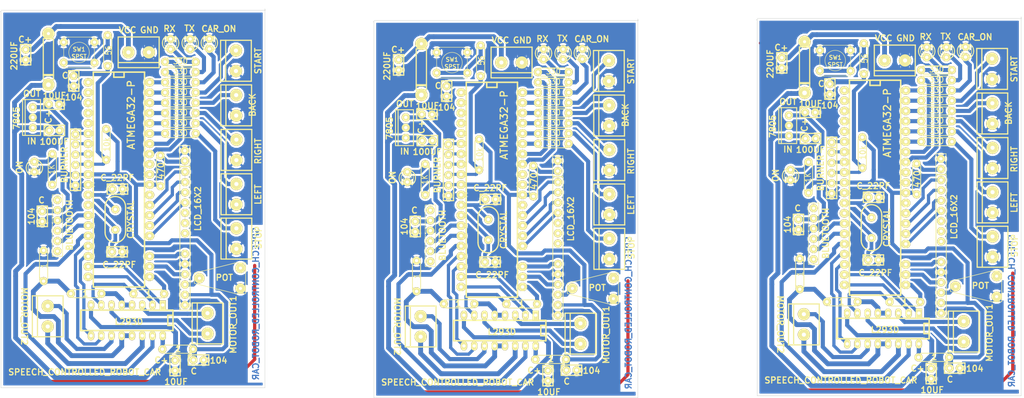
<source format=kicad_pcb>
(kicad_pcb (version 3) (host pcbnew "(2013-07-07 BZR 4022)-stable")
  (layers (15 F.Cu signal) (0 B.Cu signal) (18 B.Paste user) (19 F.Paste user) (20 B.SilkS user) (21 F.SilkS user) (22 B.Mask user) (23 F.Mask user) (28 Edge.Cuts user))
  (net 0 "")
  (net 1 /A)
  (net 2 /B)
  (net 3 /BL)
  (net 4 /C)
  (net 5 /D)
  (net 6 /D4)
  (net 7 /D5)
  (net 8 /D6)
  (net 9 /D7)
  (net 10 /E)
  (net 11 /E1)
  (net 12 /F)
  (net 13 /FL)
  (net 14 /G)
  (net 15 /GND)
  (net 16 /H)
  (net 17 /LL)
  (net 18 /M1OUT0)
  (net 19 /M1OUT1)
  (net 20 /M2OUT0)
  (net 21 /M2OUT1)
  (net 22 /MISO)
  (net 23 /MOSI)
  (net 24 /MVCC)
  (net 25 /OL)
  (net 26 /RESET)
  (net 27 /RL)
  (net 28 /RS)
  (net 29 /RXD)
  (net 30 /RXL)
  (net 31 /SCK)
  (net 32 /SL)
  (net 33 /TXD)
  (net 34 /TXL)
  (net 35 /VCC)
  (net 36 /VDD)
  (net 37 /ocr1a)
  (net 38 /ocr1b)
  (net 39 /sm11)
  (net 40 /sm12)
  (net 41 /sm21)
  (net 42 /sm22)
  (net 43 N-0000016)
  (net 44 N-0000017)
  (net 45 N-0000018)
  (net 46 N-0000019)
  (net 47 N-0000020)
  (net 48 N-0000021)
  (net 49 N-0000023)
  (net 50 N-0000024)
  (net 51 N-0000036)
  (net 52 N-000009)
  (module C1 (layer F.Cu) (at 228.6 88.63)
    (fp_text reference "" (at 0.254 -2.286) (layer F.SilkS) (effects (font (size 1.016 1.016) (thickness 0.2032))))
    (fp_text value C hide)
    (pad 1 thru_hole circle (at -1.27 0) (size 2.032 2.032) (drill 0.8128) (layers *.Cu *.Mask F.SilkS) (net 24 /MVCC))
    (pad 2 thru_hole circle (at 1.27 0) (size 2.032 2.032) (drill 0.8128) (layers *.Cu *.Mask F.SilkS) (net 15 /GND))
  )
  (module C1 (layer F.Cu) (at 228.51 82.14)
    (fp_text reference "" (at 0.254 -2.286) (layer F.SilkS) (effects (font (size 1.016 1.016) (thickness 0.2032))))
    (fp_text value C hide)
    (pad 1 thru_hole circle (at -1.27 0) (size 2.032 2.032) (drill 0.8128) (layers *.Cu *.Mask F.SilkS) (net 35 /VCC))
    (pad 2 thru_hole circle (at 1.27 0) (size 2.032 2.032) (drill 0.8128) (layers *.Cu *.Mask F.SilkS) (net 15 /GND))
  )
  (module C1 (layer F.Cu) (at 221.48 69.84 270)
    (fp_text reference "" (at 0.254 -2.286 270) (layer F.SilkS) (effects (font (size 1.016 1.016) (thickness 0.2032))))
    (fp_text value "" hide)
    (pad 1 thru_hole circle (at -1.27 0 270) (size 2.032 2.032) (drill 0.8128) (layers *.Cu *.Mask F.SilkS) (net 47 N-0000020))
    (pad 2 thru_hole circle (at 1.27 0 270) (size 2.032 2.032) (drill 0.8128) (layers *.Cu *.Mask F.SilkS) (net 15 /GND))
  )
  (module R3 (layer F.Cu) (at 254.89 98.67 90)
    (fp_text reference "" hide)
    (fp_text value "" (at 0 0.127 90) (layer F.SilkS) (effects (font (size 1.397 1.27) (thickness 0.2032))))
    (pad 1 thru_hole circle (at -3.81 0 90) (size 2.032 2.032) (drill 0.8128) (layers *.Cu *.Mask F.SilkS) (net 35 /VCC))
    (pad 2 thru_hole circle (at 3.81 0 90) (size 2.032 2.032) (drill 0.8128) (layers *.Cu *.Mask F.SilkS) (net 48 N-0000021))
  )
  (module PIN_ARRAY_2X1 (layer F.Cu) (at 260.93 94.93 90)
    (fp_text reference "" (at 0 -1.905 90) (layer F.SilkS) (effects (font (size 0.762 0.762) (thickness 0.1524))))
    (fp_text value "" hide)
    (pad 1 thru_hole circle (at -1.27 0 90) (size 2.032 2.032) (drill 0.8128) (layers *.Cu *.Mask F.SilkS) (net 48 N-0000021))
    (pad 2 thru_hole circle (at 1.27 0 90) (size 2.032 2.032) (drill 0.8128) (layers *.Cu *.Mask F.SilkS) (net 15 /GND))
  )
  (module D5 (layer F.Cu) (at 227.12 70.95 270)
    (fp_text reference "" (at 0 0 270) (layer F.SilkS) (effects (font (size 1.524 1.016) (thickness 0.254))))
    (fp_text value DIODE hide)
    (pad 1 thru_hole circle (at -6.35 0 270) (size 3.048 3.048) (drill 0.762) (layers *.Cu *.Mask F.SilkS) (net 47 N-0000020))
    (pad 2 thru_hole circle (at 6.35 0 270) (size 3.048 3.048) (drill 1.143) (layers *.Cu *.Mask F.SilkS) (net 24 /MVCC))
  )
  (module R3 (layer F.Cu) (at 259.18 142.94 180)
    (fp_text reference "" hide)
    (fp_text value "" (at 0 0.127 180) (layer F.SilkS) (effects (font (size 1.397 1.27) (thickness 0.2032))))
    (pad 1 thru_hole circle (at -3.81 0 180) (size 2.032 2.032) (drill 0.8128) (layers *.Cu *.Mask F.SilkS) (net 35 /VCC))
    (pad 2 thru_hole circle (at 3.81 0 180) (size 2.032 2.032) (drill 0.8128) (layers *.Cu *.Mask F.SilkS) (net 50 N-0000024))
  )
  (module R3 (layer F.Cu) (at 251.99 129.19)
    (fp_text reference "" hide)
    (fp_text value "" (at 0 0.127) (layer F.SilkS) (effects (font (size 1.397 1.27) (thickness 0.2032))))
    (pad 1 thru_hole circle (at -3.81 0) (size 2.032 2.032) (drill 0.8128) (layers *.Cu *.Mask F.SilkS) (net 43 N-0000016))
    (pad 2 thru_hole circle (at 3.81 0) (size 2.032 2.032) (drill 0.8128) (layers *.Cu *.Mask F.SilkS) (net 40 /sm12))
  )
  (module R3 (layer F.Cu) (at 236.48 129.15 180)
    (fp_text reference "" hide)
    (fp_text value "" (at 0 0.127 180) (layer F.SilkS) (effects (font (size 1.397 1.27) (thickness 0.2032))))
    (pad 1 thru_hole circle (at -3.81 0 180) (size 2.032 2.032) (drill 0.8128) (layers *.Cu *.Mask F.SilkS) (net 44 N-0000017))
    (pad 2 thru_hole circle (at 3.81 0 180) (size 2.032 2.032) (drill 0.8128) (layers *.Cu *.Mask F.SilkS) (net 49 N-0000023))
  )
  (module R3 (layer F.Cu) (at 225.93 122.23 90)
    (fp_text reference "" hide)
    (fp_text value 1 (at 0 0.127 90) (layer F.SilkS) (effects (font (size 1.397 1.27) (thickness 0.2032))))
    (pad 1 thru_hole circle (at -3.81 0 90) (size 2.032 2.032) (drill 0.8128) (layers *.Cu *.Mask F.SilkS) (net 49 N-0000023))
    (pad 2 thru_hole circle (at 3.81 0 90) (size 2.032 2.032) (drill 0.8128) (layers *.Cu *.Mask F.SilkS) (net 15 /GND))
  )
  (module bornier2 (layer F.Cu) (at 266.56 136.54 270)
    (fp_text reference "" (at 0 -5.08 270) (layer F.SilkS) (effects (font (size 1.524 1.524) (thickness 0.3048))))
    (fp_text value "" (at 0 5.08 270) (layer F.SilkS) (effects (font (size 1.524 1.524) (thickness 0.3048))))
    (pad 1 thru_hole circle (at -2.54 0 270) (size 3.048 3.048) (drill 1.016) (layers *.Cu *.Mask F.SilkS) (net 18 /M1OUT0))
    (pad 2 thru_hole circle (at 2.54 0 270) (size 3.048 3.048) (drill 1.016) (layers *.Cu *.Mask F.SilkS) (net 19 /M1OUT1))
  )
  (module bornier2 (layer F.Cu) (at 226.95 134.77 270)
    (fp_text reference "" (at 0 -5.08 270) (layer F.SilkS) (effects (font (size 1.524 1.524) (thickness 0.3048))))
    (fp_text value "" (at 0 5.08 270) (layer F.SilkS) (effects (font (size 1.524 1.524) (thickness 0.3048))))
    (pad 1 thru_hole circle (at -2.54 0 270) (size 3.048 3.048) (drill 1.016) (layers *.Cu *.Mask F.SilkS) (net 20 /M2OUT0))
    (pad 2 thru_hole circle (at 2.54 0 270) (size 3.048 3.048) (drill 1.016) (layers *.Cu *.Mask F.SilkS) (net 21 /M2OUT1))
  )
  (module bornier2 (layer F.Cu) (at 249.49 69.25)
    (fp_text reference "" (at 0 -5.08) (layer F.SilkS) (effects (font (size 1.524 1.524) (thickness 0.3048))))
    (fp_text value "" (at 5.42 -12.45) (layer F.SilkS) (effects (font (size 1.524 1.524) (thickness 0.3048))))
    (pad 1 thru_hole circle (at -2.54 0) (size 3.048 3.048) (drill 1.016) (layers *.Cu *.Mask F.SilkS) (net 47 N-0000020))
    (pad 2 thru_hole circle (at 2.54 0) (size 3.048 3.048) (drill 1.016) (layers *.Cu *.Mask F.SilkS) (net 15 /GND))
  )
  (module bornier2 (layer F.Cu) (at 273.72 115.49 270)
    (fp_text reference "" (at 0 -5.08 270) (layer F.SilkS) (effects (font (size 1.524 1.524) (thickness 0.3048))))
    (fp_text value "" (at -0.28 -5.46 270) (layer F.SilkS) (effects (font (size 1.524 1.524) (thickness 0.3048))))
    (pad 1 thru_hole circle (at -2.54 0 270) (size 3.048 3.048) (drill 1.016) (layers *.Cu *.Mask F.SilkS) (net 12 /F))
    (pad 2 thru_hole circle (at 2.54 0 270) (size 3.048 3.048) (drill 1.016) (layers *.Cu *.Mask F.SilkS) (net 15 /GND))
  )
  (module bornier2 (layer F.Cu) (at 273.72 104.48 270)
    (fp_text reference "" (at 0 -5.08 270) (layer F.SilkS) (effects (font (size 1.524 1.524) (thickness 0.3048))))
    (fp_text value "" (at -0.03 -5.37 270) (layer F.SilkS) (effects (font (size 1.524 1.524) (thickness 0.3048))))
    (pad 1 thru_hole circle (at -2.54 0 270) (size 3.048 3.048) (drill 1.016) (layers *.Cu *.Mask F.SilkS) (net 5 /D))
    (pad 2 thru_hole circle (at 2.54 0 270) (size 3.048 3.048) (drill 1.016) (layers *.Cu *.Mask F.SilkS) (net 15 /GND))
  )
  (module bornier2 (layer F.Cu) (at 273.72 93.47 270)
    (fp_text reference "" (at 0 -5.08 270) (layer F.SilkS) (effects (font (size 1.524 1.524) (thickness 0.3048))))
    (fp_text value "" (at 0.31 -5.37 270) (layer F.SilkS) (effects (font (size 1.524 1.524) (thickness 0.3048))))
    (pad 1 thru_hole circle (at -2.54 0 270) (size 3.048 3.048) (drill 1.016) (layers *.Cu *.Mask F.SilkS) (net 4 /C))
    (pad 2 thru_hole circle (at 2.54 0 270) (size 3.048 3.048) (drill 1.016) (layers *.Cu *.Mask F.SilkS) (net 15 /GND))
  )
  (module bornier2 (layer F.Cu) (at 273.67 82.41 270)
    (fp_text reference "" (at 0 -5.08 270) (layer F.SilkS) (effects (font (size 1.524 1.524) (thickness 0.3048))))
    (fp_text value "" (at -0.1 -5.33 270) (layer F.SilkS) (effects (font (size 1.524 1.524) (thickness 0.3048))))
    (pad 1 thru_hole circle (at -2.54 0 270) (size 3.048 3.048) (drill 1.016) (layers *.Cu *.Mask F.SilkS) (net 2 /B))
    (pad 2 thru_hole circle (at 2.54 0 270) (size 3.048 3.048) (drill 1.016) (layers *.Cu *.Mask F.SilkS) (net 15 /GND))
  )
  (module bornier2 (layer F.Cu) (at 273.61 71.35 270)
    (fp_text reference "" (at 0 -5.08 270) (layer F.SilkS) (effects (font (size 1.524 1.524) (thickness 0.3048))))
    (fp_text value "" (at 0.03 -5.48 270) (layer F.SilkS) (effects (font (size 1.524 1.524) (thickness 0.3048))))
    (pad 1 thru_hole circle (at -2.54 0 270) (size 3.048 3.048) (drill 1.016) (layers *.Cu *.Mask F.SilkS) (net 1 /A))
    (pad 2 thru_hole circle (at 2.54 0 270) (size 3.048 3.048) (drill 1.016) (layers *.Cu *.Mask F.SilkS) (net 15 /GND))
  )
  (module C1 (layer F.Cu) (at 244.16 118.76)
    (fp_text reference "" (at 0.254 -2.286) (layer F.SilkS) (effects (font (size 1.016 1.016) (thickness 0.2032))))
    (fp_text value C hide)
    (pad 1 thru_hole circle (at -1.27 0) (size 2.032 2.032) (drill 0.8128) (layers *.Cu *.Mask F.SilkS) (net 46 N-0000019))
    (pad 2 thru_hole circle (at 1.27 0) (size 2.032 2.032) (drill 0.8128) (layers *.Cu *.Mask F.SilkS) (net 15 /GND))
  )
  (module C1 (layer F.Cu) (at 244.24 103.2)
    (fp_text reference "" (at 0.254 -2.286) (layer F.SilkS) (effects (font (size 1.016 1.016) (thickness 0.2032))))
    (fp_text value "" hide)
    (pad 1 thru_hole circle (at -1.27 0) (size 2.032 2.032) (drill 0.8128) (layers *.Cu *.Mask F.SilkS) (net 45 N-0000018))
    (pad 2 thru_hole circle (at 1.27 0) (size 2.032 2.032) (drill 0.8128) (layers *.Cu *.Mask F.SilkS) (net 15 /GND))
  )
  (module C1 (layer F.Cu) (at 233.4 76.36 90)
    (fp_text reference "" (at 0.254 -2.286 90) (layer F.SilkS) (effects (font (size 1.016 1.016) (thickness 0.2032))))
    (fp_text value C hide)
    (pad 1 thru_hole circle (at -1.27 0 90) (size 2.032 2.032) (drill 0.8128) (layers *.Cu *.Mask F.SilkS) (net 15 /GND))
    (pad 2 thru_hole circle (at 1.27 0 90) (size 2.032 2.032) (drill 0.8128) (layers *.Cu *.Mask F.SilkS) (net 26 /RESET))
  )
  (module C1 (layer F.Cu) (at 258.51 146.98 270)
    (fp_text reference "" (at 0.254 -2.286 270) (layer F.SilkS) (effects (font (size 1.016 1.016) (thickness 0.2032))))
    (fp_text value "" hide)
    (pad 1 thru_hole circle (at -1.27 0 270) (size 2.032 2.032) (drill 0.8128) (layers *.Cu *.Mask F.SilkS) (net 24 /MVCC))
    (pad 2 thru_hole circle (at 1.27 0 270) (size 2.032 2.032) (drill 0.8128) (layers *.Cu *.Mask F.SilkS) (net 15 /GND))
  )
  (module C1 (layer F.Cu) (at 264.34 145.61)
    (fp_text reference "" (at 0.254 -2.286) (layer F.SilkS) (effects (font (size 1.016 1.016) (thickness 0.2032))))
    (fp_text value C hide)
    (pad 1 thru_hole circle (at -1.27 0) (size 2.032 2.032) (drill 0.8128) (layers *.Cu *.Mask F.SilkS) (net 35 /VCC))
    (pad 2 thru_hole circle (at 1.27 0) (size 2.032 2.032) (drill 0.8128) (layers *.Cu *.Mask F.SilkS) (net 15 /GND))
  )
  (module HC-49V (layer F.Cu) (at 243.71 110.76 90)
    (fp_text reference "" (at 0 -3.81 90) (layer F.SilkS) (effects (font (size 1.524 1.524) (thickness 0.3048))))
    (fp_text value CRYSTAL (at 0 3.81 90) (layer F.SilkS) (effects (font (size 1.524 1.524) (thickness 0.3048))))
    (pad 1 thru_hole circle (at -2.54 0 90) (size 2.032 2.032) (drill 0.8128) (layers *.Cu *.Mask F.SilkS) (net 46 N-0000019))
    (pad 2 thru_hole circle (at 2.54 0 90) (size 2.032 2.032) (drill 0.8128) (layers *.Cu *.Mask F.SilkS) (net 45 N-0000018))
  )
  (module LED-3MM (layer F.Cu) (at 262.27 67.21 90)
    (fp_text reference "" (at 1.778 -2.794 90) (layer F.SilkS) (effects (font (size 0.762 0.762) (thickness 0.0889))))
    (fp_text value "" (at 0 2.54 90) (layer F.SilkS) (effects (font (size 0.762 0.762) (thickness 0.0889))))
    (pad 1 thru_hole circle (at -1.27 0 90) (size 2.032 2.032) (drill 0.8128) (layers *.Cu *.Mask F.SilkS) (net 14 /G))
    (pad 2 thru_hole circle (at 1.27 0 90) (size 2.032 2.032) (drill 0.8128) (layers *.Cu *.Mask F.SilkS) (net 15 /GND))
  )
  (module LED-3MM (layer F.Cu) (at 257.41 67.21 90)
    (fp_text reference "" (at 1.778 -2.794 90) (layer F.SilkS) (effects (font (size 0.762 0.762) (thickness 0.0889))))
    (fp_text value "" (at 0 2.54 90) (layer F.SilkS) (effects (font (size 0.762 0.762) (thickness 0.0889))))
    (pad 1 thru_hole circle (at -1.27 0 90) (size 2.032 2.032) (drill 0.8128) (layers *.Cu *.Mask F.SilkS) (net 16 /H))
    (pad 2 thru_hole circle (at 1.27 0 90) (size 2.032 2.032) (drill 0.8128) (layers *.Cu *.Mask F.SilkS) (net 15 /GND))
  )
  (module LED-3MM (layer F.Cu) (at 223.645 97.655 270)
    (fp_text reference "" (at 1.778 -2.794 270) (layer F.SilkS) (effects (font (size 0.762 0.762) (thickness 0.0889))))
    (fp_text value "" (at 0 2.54 270) (layer F.SilkS) (effects (font (size 0.762 0.762) (thickness 0.0889))))
    (pad 1 thru_hole circle (at -1.27 0 270) (size 2.032 2.032) (drill 0.8128) (layers *.Cu *.Mask F.SilkS) (net 52 N-000009))
    (pad 2 thru_hole circle (at 1.27 0 270) (size 2.032 2.032) (drill 0.8128) (layers *.Cu *.Mask F.SilkS) (net 15 /GND))
  )
  (module LED-3MM (layer F.Cu) (at 267.02 67.15 90)
    (fp_text reference "" (at 1.778 -2.794 90) (layer F.SilkS) (effects (font (size 0.762 0.762) (thickness 0.0889))))
    (fp_text value "" (at 0 2.54 90) (layer F.SilkS) (effects (font (size 0.762 0.762) (thickness 0.0889))))
    (pad 1 thru_hole circle (at -1.27 0 90) (size 2.032 2.032) (drill 0.8128) (layers *.Cu *.Mask F.SilkS) (net 11 /E1))
    (pad 2 thru_hole circle (at 1.27 0 90) (size 2.032 2.032) (drill 0.8128) (layers *.Cu *.Mask F.SilkS) (net 15 /GND))
  )
  (module LM78XXV (layer F.Cu) (at 223.26 85.42 180)
    (fp_text reference "" (at 3.81 0 270) (layer F.SilkS) (effects (font (size 1.524 1.016) (thickness 0.2032))))
    (fp_text value "" (at -3.175 -0.635 270) (layer F.SilkS) (effects (font (size 1.524 1.016) (thickness 0.2032))))
    (pad VI thru_hole circle (at 0 -2.54 180) (size 2.032 2.032) (drill 0.8128) (layers *.Cu *.Mask F.SilkS) (net 24 /MVCC))
    (pad GND thru_hole circle (at 0 0 180) (size 2.032 2.032) (drill 0.8128) (layers *.Cu *.Mask F.SilkS) (net 15 /GND))
    (pad VO thru_hole circle (at 0 2.54 180) (size 2.032 2.032) (drill 0.8128) (layers *.Cu *.Mask F.SilkS) (net 35 /VCC))
  )
  (module PIN_ARRAY-6X1 (layer F.Cu) (at 233.84 95.92 270)
    (fp_text reference "" (at 0 -2.159 270) (layer F.SilkS) (effects (font (size 1.016 1.016) (thickness 0.2032))))
    (fp_text value "" hide)
    (pad 1 thru_hole circle (at -6.35 0 270) (size 2.032 2.032) (drill 0.8128) (layers *.Cu *.Mask F.SilkS) (net 23 /MOSI))
    (pad 2 thru_hole circle (at -3.81 0 270) (size 2.032 2.032) (drill 0.8128) (layers *.Cu *.Mask F.SilkS) (net 22 /MISO))
    (pad 3 thru_hole circle (at -1.27 0 270) (size 2.032 2.032) (drill 0.8128) (layers *.Cu *.Mask F.SilkS) (net 31 /SCK))
    (pad 4 thru_hole circle (at 1.27 0 270) (size 2.032 2.032) (drill 0.8128) (layers *.Cu *.Mask F.SilkS) (net 26 /RESET))
    (pad 5 thru_hole circle (at 3.81 0 270) (size 2.032 2.032) (drill 0.8128) (layers *.Cu *.Mask F.SilkS) (net 35 /VCC))
    (pad 6 thru_hole circle (at 6.35 0 270) (size 2.032 2.032) (drill 0.8128) (layers *.Cu *.Mask F.SilkS) (net 15 /GND))
  )
  (module R3 (layer F.Cu) (at 241.43 92.13 90)
    (fp_text reference "" hide)
    (fp_text value 10k (at 0 0.127 90) (layer F.SilkS) (effects (font (size 1.397 1.27) (thickness 0.2032))))
    (pad 1 thru_hole circle (at -3.81 0 90) (size 2.032 2.032) (drill 0.8128) (layers *.Cu *.Mask F.SilkS) (net 26 /RESET))
    (pad 2 thru_hole circle (at 3.81 0 90) (size 2.032 2.032) (drill 0.8128) (layers *.Cu *.Mask F.SilkS) (net 35 /VCC))
  )
  (module R3 (layer F.Cu) (at 228.09 98.29 270)
    (fp_text reference "" hide)
    (fp_text value 1K (at 0 0.127 270) (layer F.SilkS) (effects (font (size 1.397 1.27) (thickness 0.2032))))
    (pad 1 thru_hole circle (at -3.81 0 270) (size 2.032 2.032) (drill 0.8128) (layers *.Cu *.Mask F.SilkS) (net 52 N-000009))
    (pad 2 thru_hole circle (at 3.81 0 270) (size 2.032 2.032) (drill 0.8128) (layers *.Cu *.Mask F.SilkS) (net 35 /VCC))
  )
  (module R3 (layer F.Cu) (at 241.82 68.83 270)
    (fp_text reference "" hide)
    (fp_text value 56 (at -0.06 -0.22 270) (layer F.SilkS) (effects (font (size 1.397 1.27) (thickness 0.2032))))
    (pad 1 thru_hole circle (at -3.81 0 270) (size 2.032 2.032) (drill 0.8128) (layers *.Cu *.Mask F.SilkS) (net 51 N-0000036))
    (pad 2 thru_hole circle (at 3.81 0 270) (size 2.032 2.032) (drill 0.8128) (layers *.Cu *.Mask F.SilkS) (net 26 /RESET))
  )
  (module R3 (layer F.Cu) (at 259.84 76.7 180)
    (fp_text reference R3 hide)
    (fp_text value 330 (at 0 0.127 180) (layer F.SilkS) (effects (font (size 1.397 1.27) (thickness 0.2032))))
    (pad 1 thru_hole circle (at -3.81 0 180) (size 2.032 2.032) (drill 0.8128) (layers *.Cu *.Mask F.SilkS) (net 11 /E1))
    (pad 2 thru_hole circle (at 3.81 0 180) (size 2.032 2.032) (drill 0.8128) (layers *.Cu *.Mask F.SilkS) (net 13 /FL))
  )
  (module R3 (layer F.Cu) (at 259.84 74.16 180)
    (fp_text reference R9 hide)
    (fp_text value 330 (at 0 0.127 180) (layer F.SilkS) (effects (font (size 1.397 1.27) (thickness 0.2032))))
    (pad 1 thru_hole circle (at -3.81 0 180) (size 2.032 2.032) (drill 0.8128) (layers *.Cu *.Mask F.SilkS) (net 14 /G))
    (pad 2 thru_hole circle (at 3.81 0 180) (size 2.032 2.032) (drill 0.8128) (layers *.Cu *.Mask F.SilkS) (net 34 /TXL))
  )
  (module R3 (layer F.Cu) (at 259.84 79.24 180)
    (fp_text reference R4 hide)
    (fp_text value 330 (at 0 0.127 180) (layer F.SilkS) (effects (font (size 1.397 1.27) (thickness 0.2032))))
    (pad 1 thru_hole circle (at -3.81 0 180) (size 2.032 2.032) (drill 0.8128) (layers *.Cu *.Mask F.SilkS) (net 1 /A))
    (pad 2 thru_hole circle (at 3.81 0 180) (size 2.032 2.032) (drill 0.8128) (layers *.Cu *.Mask F.SilkS) (net 3 /BL))
  )
  (module R3 (layer F.Cu) (at 259.84 81.78 180)
    (fp_text reference R5 hide)
    (fp_text value 330 (at 0 0.127 180) (layer F.SilkS) (effects (font (size 1.397 1.27) (thickness 0.2032))))
    (pad 1 thru_hole circle (at -3.81 0 180) (size 2.032 2.032) (drill 0.8128) (layers *.Cu *.Mask F.SilkS) (net 2 /B))
    (pad 2 thru_hole circle (at 3.81 0 180) (size 2.032 2.032) (drill 0.8128) (layers *.Cu *.Mask F.SilkS) (net 27 /RL))
  )
  (module R3 (layer F.Cu) (at 259.84 89.4 180)
    (fp_text reference R8 hide)
    (fp_text value 330 (at 0 0.127 180) (layer F.SilkS) (effects (font (size 1.397 1.27) (thickness 0.2032))))
    (pad 1 thru_hole circle (at -3.81 0 180) (size 2.032 2.032) (drill 0.8128) (layers *.Cu *.Mask F.SilkS) (net 12 /F))
    (pad 2 thru_hole circle (at 3.81 0 180) (size 2.032 2.032) (drill 0.8128) (layers *.Cu *.Mask F.SilkS) (net 32 /SL))
  )
  (module R3 (layer F.Cu) (at 259.84 86.86 180)
    (fp_text reference R7 hide)
    (fp_text value 330 (at 0 0.127 180) (layer F.SilkS) (effects (font (size 1.397 1.27) (thickness 0.2032))))
    (pad 1 thru_hole circle (at -3.81 0 180) (size 2.032 2.032) (drill 0.8128) (layers *.Cu *.Mask F.SilkS) (net 5 /D))
    (pad 2 thru_hole circle (at 3.81 0 180) (size 2.032 2.032) (drill 0.8128) (layers *.Cu *.Mask F.SilkS) (net 25 /OL))
  )
  (module R3 (layer F.Cu) (at 259.84 84.32 180)
    (fp_text reference R6 hide)
    (fp_text value 330 (at 0 0.127 180) (layer F.SilkS) (effects (font (size 1.397 1.27) (thickness 0.2032))))
    (pad 1 thru_hole circle (at -3.81 0 180) (size 2.032 2.032) (drill 0.8128) (layers *.Cu *.Mask F.SilkS) (net 4 /C))
    (pad 2 thru_hole circle (at 3.81 0 180) (size 2.032 2.032) (drill 0.8128) (layers *.Cu *.Mask F.SilkS) (net 17 /LL))
  )
  (module R3 (layer F.Cu) (at 259.84 71.62 180)
    (fp_text reference R10 hide)
    (fp_text value 330 (at 0 0.127 180) (layer F.SilkS) (effects (font (size 1.397 1.27) (thickness 0.2032))))
    (pad 1 thru_hole circle (at -3.81 0 180) (size 2.032 2.032) (drill 0.8128) (layers *.Cu *.Mask F.SilkS) (net 16 /H))
    (pad 2 thru_hole circle (at 3.81 0 180) (size 2.032 2.032) (drill 0.8128) (layers *.Cu *.Mask F.SilkS) (net 30 /RXL))
  )
  (module SW_PUSH_SMALL (layer F.Cu) (at 234.72 69.28)
    (fp_text reference SW1 (at 0 -0.762) (layer F.SilkS) (effects (font (size 1.016 1.016) (thickness 0.2032))))
    (fp_text value SPST (at 0 1.016) (layer F.SilkS) (effects (font (size 1.016 1.016) (thickness 0.2032))))
    (pad 1 thru_hole circle (at 3.81 -2.54) (size 2.032 2.032) (drill 0.8128) (layers *.Cu *.Mask F.SilkS) (net 15 /GND))
    (pad 2 thru_hole circle (at 3.81 2.54) (size 2.032 2.032) (drill 0.8128) (layers *.Cu *.Mask F.SilkS) (net 51 N-0000036))
    (pad 1 thru_hole circle (at -3.81 -2.54) (size 2.032 2.032) (drill 0.8128) (layers *.Cu *.Mask F.SilkS) (net 15 /GND))
    (pad 2 thru_hole circle (at -3.81 2.54) (size 2.032 2.032) (drill 0.8128) (layers *.Cu *.Mask F.SilkS) (net 51 N-0000036))
  )
  (module DIP-16__300_ELL (layer F.Cu) (at 246.57 135.78 180)
    (fp_text reference "" (at -6.35 -1.27 180) (layer F.SilkS) (effects (font (size 1.524 1.143) (thickness 0.28575))))
    (fp_text value "" (at 1.27 1.27 180) (layer F.SilkS) (effects (font (size 1.524 1.143) (thickness 0.28575))))
    (pad 1 thru_hole rect (at -8.89 3.81 180) (size 1.5748 2.286) (drill 0.8128) (layers *.Cu *.Mask F.SilkS) (net 37 /ocr1a))
    (pad 2 thru_hole oval (at -8.89 -3.81 180) (size 1.5748 2.286) (drill 0.8128) (layers *.Cu *.Mask F.SilkS) (net 50 N-0000024))
    (pad 3 thru_hole oval (at -6.35 3.81 180) (size 1.5748 2.286) (drill 0.8128) (layers *.Cu *.Mask F.SilkS) (net 39 /sm11))
    (pad 4 thru_hole oval (at -6.35 -3.81 180) (size 1.5748 2.286) (drill 0.8128) (layers *.Cu *.Mask F.SilkS) (net 42 /sm22))
    (pad 5 thru_hole oval (at -3.81 3.81 180) (size 1.5748 2.286) (drill 0.8128) (layers *.Cu *.Mask F.SilkS) (net 18 /M1OUT0))
    (pad 6 thru_hole oval (at -3.81 -3.81 180) (size 1.5748 2.286) (drill 0.8128) (layers *.Cu *.Mask F.SilkS) (net 21 /M2OUT1))
    (pad 7 thru_hole oval (at -1.27 3.81 180) (size 1.5748 2.286) (drill 0.8128) (layers *.Cu *.Mask F.SilkS) (net 44 N-0000017))
    (pad 8 thru_hole oval (at -1.27 -3.81 180) (size 1.5748 2.286) (drill 0.8128) (layers *.Cu *.Mask F.SilkS) (net 49 N-0000023))
    (pad 9 thru_hole oval (at 1.27 3.81 180) (size 1.5748 2.286) (drill 0.8128) (layers *.Cu *.Mask F.SilkS) (net 44 N-0000017))
    (pad 10 thru_hole oval (at 1.27 -3.81 180) (size 1.5748 2.286) (drill 0.8128) (layers *.Cu *.Mask F.SilkS) (net 49 N-0000023))
    (pad 11 thru_hole oval (at 3.81 3.81 180) (size 1.5748 2.286) (drill 0.8128) (layers *.Cu *.Mask F.SilkS) (net 19 /M1OUT1))
    (pad 12 thru_hole oval (at 3.81 -3.81 180) (size 1.5748 2.286) (drill 0.8128) (layers *.Cu *.Mask F.SilkS) (net 20 /M2OUT0))
    (pad 13 thru_hole oval (at 6.35 3.81 180) (size 1.5748 2.286) (drill 0.8128) (layers *.Cu *.Mask F.SilkS) (net 43 N-0000016))
    (pad 14 thru_hole oval (at 6.35 -3.81 180) (size 1.5748 2.286) (drill 0.8128) (layers *.Cu *.Mask F.SilkS) (net 41 /sm21))
    (pad 15 thru_hole oval (at 8.89 3.81 180) (size 1.5748 2.286) (drill 0.8128) (layers *.Cu *.Mask F.SilkS) (net 24 /MVCC))
    (pad 16 thru_hole oval (at 8.89 -3.81 180) (size 1.5748 2.286) (drill 0.8128) (layers *.Cu *.Mask F.SilkS) (net 38 /ocr1b))
  )
  (module C1 (layer F.Cu) (at 225.61 109.96 90)
    (fp_text reference "" (at 0.254 -2.286 90) (layer F.SilkS) (effects (font (size 1.016 1.016) (thickness 0.2032))))
    (fp_text value "" hide)
    (pad 1 thru_hole circle (at -1.27 0 90) (size 2.032 2.032) (drill 0.8128) (layers *.Cu *.Mask F.SilkS) (net 15 /GND))
    (pad 2 thru_hole circle (at 1.27 0 90) (size 2.032 2.032) (drill 0.8128) (layers *.Cu *.Mask F.SilkS) (net 35 /VCC))
  )
  (module PIN_ARRAY_3X1 (layer F.Cu) (at 274.73 125.33 90)
    (fp_text reference "" (at 0.254 -2.159 90) (layer F.SilkS) (effects (font (size 1.016 1.016) (thickness 0.1524))))
    (fp_text value "" hide)
    (pad 1 thru_hole circle (at -2.54 0 90) (size 2.54 2.54) (drill 0.762) (layers *.Cu *.Mask F.SilkS) (net 15 /GND))
    (pad 2 thru_hole circle (at 0 -10.16 90) (size 2.54 2.54) (drill 0.762) (layers *.Cu *.Mask F.SilkS) (net 36 /VDD))
    (pad 3 thru_hole circle (at 2.54 0 90) (size 2.54 2.54) (drill 0.762) (layers *.Cu *.Mask F.SilkS))
  )
  (module pin_array_13x2 (layer F.Cu) (at 259.71 116.72 90)
    (fp_text reference "" (at -7.62 -3.81 90) (layer F.SilkS) (effects (font (size 1.016 1.016) (thickness 0.2032))))
    (fp_text value "" (at 7.62 -3.81 90) (layer F.SilkS) (effects (font (size 1.016 1.016) (thickness 0.2032))))
    (pad 1 thru_hole circle (at -15.24 1.27 90) (size 2.032 2.032) (drill 0.8128) (layers *.Cu *.Mask F.SilkS) (net 15 /GND))
    (pad 2 thru_hole circle (at -12.7 1.27 90) (size 2.032 2.032) (drill 0.8128) (layers *.Cu *.Mask F.SilkS) (net 35 /VCC))
    (pad 3 thru_hole circle (at -10.16 1.27 90) (size 2.032 2.032) (drill 0.8128) (layers *.Cu *.Mask F.SilkS) (net 36 /VDD))
    (pad 4 thru_hole circle (at -7.62 1.27 90) (size 2.032 2.032) (drill 0.8128) (layers *.Cu *.Mask F.SilkS) (net 10 /E))
    (pad 5 thru_hole circle (at -5.08 1.27 90) (size 2.032 2.032) (drill 0.8128) (layers *.Cu *.Mask F.SilkS) (net 15 /GND))
    (pad 6 thru_hole circle (at -2.54 1.27 90) (size 2.032 2.032) (drill 0.8128) (layers *.Cu *.Mask F.SilkS) (net 28 /RS))
    (pad 8 thru_hole circle (at 2.54 1.27 90) (size 2.032 2.032) (drill 0.8128) (layers *.Cu *.Mask F.SilkS))
    (pad 9 thru_hole circle (at 5.08 1.27 90) (size 2.032 2.032) (drill 0.8128) (layers *.Cu *.Mask F.SilkS))
    (pad 10 thru_hole circle (at 7.62 1.27 90) (size 2.032 2.032) (drill 0.8128) (layers *.Cu *.Mask F.SilkS))
    (pad 11 thru_hole circle (at 10.16 1.27 90) (size 2.032 2.032) (drill 0.8128) (layers *.Cu *.Mask F.SilkS) (net 6 /D4))
    (pad 12 thru_hole circle (at 12.7 1.27 90) (size 2.032 2.032) (drill 0.8128) (layers *.Cu *.Mask F.SilkS) (net 7 /D5))
    (pad 13 thru_hole circle (at 15.24 1.27 90) (size 2.032 2.032) (drill 0.8128) (layers *.Cu *.Mask F.SilkS) (net 8 /D6))
    (pad 14 thru_hole circle (at 17.78 1.27 90) (size 2.032 2.032) (drill 0.8128) (layers *.Cu *.Mask F.SilkS) (net 9 /D7))
  )
  (module DIP-40__600_ELL (layer F.Cu) (at 244.6 100.83 270)
    (fp_text reference "" (at -19.05 -3.81 270) (layer F.SilkS) (effects (font (size 1.778 1.143) (thickness 0.28575))))
    (fp_text value ATMEGA32-P (at -16.07 -3.03 270) (layer F.SilkS) (effects (font (size 1.778 1.778) (thickness 0.3048))))
    (pad 1 thru_hole oval (at -24.13 7.62 270) (size 2.0828 2.286) (drill 0.8128) (layers *.Cu *.Mask F.SilkS))
    (pad 2 thru_hole oval (at -21.59 7.62 270) (size 2.0828 2.286) (drill 0.8128) (layers *.Cu *.Mask F.SilkS))
    (pad 3 thru_hole oval (at -19.05 7.62 270) (size 2.0828 2.286) (drill 0.8128) (layers *.Cu *.Mask F.SilkS))
    (pad 4 thru_hole oval (at -16.51 7.62 270) (size 2.0828 2.286) (drill 0.8128) (layers *.Cu *.Mask F.SilkS))
    (pad 5 thru_hole oval (at -13.97 7.62 270) (size 2.0828 2.286) (drill 0.8128) (layers *.Cu *.Mask F.SilkS))
    (pad 6 thru_hole oval (at -11.43 7.62 270) (size 2.0828 2.286) (drill 0.8128) (layers *.Cu *.Mask F.SilkS) (net 23 /MOSI))
    (pad 7 thru_hole oval (at -8.89 7.62 270) (size 2.0828 2.286) (drill 0.8128) (layers *.Cu *.Mask F.SilkS) (net 22 /MISO))
    (pad 8 thru_hole oval (at -6.35 7.62 270) (size 2.0828 2.286) (drill 0.8128) (layers *.Cu *.Mask F.SilkS) (net 31 /SCK))
    (pad 9 thru_hole oval (at -3.81 7.62 270) (size 2.0828 2.286) (drill 0.8128) (layers *.Cu *.Mask F.SilkS) (net 26 /RESET))
    (pad 10 thru_hole oval (at -1.27 7.62 270) (size 2.0828 2.286) (drill 0.8128) (layers *.Cu *.Mask F.SilkS) (net 35 /VCC))
    (pad 11 thru_hole oval (at 1.27 7.62 270) (size 2.0828 2.286) (drill 0.8128) (layers *.Cu *.Mask F.SilkS) (net 15 /GND))
    (pad 12 thru_hole oval (at 3.81 7.62 270) (size 2.0828 2.286) (drill 0.8128) (layers *.Cu *.Mask F.SilkS) (net 45 N-0000018))
    (pad 13 thru_hole oval (at 6.35 7.62 270) (size 2.0828 2.286) (drill 0.8128) (layers *.Cu *.Mask F.SilkS) (net 46 N-0000019))
    (pad 14 thru_hole oval (at 8.89 7.62 270) (size 2.0828 2.286) (drill 0.8128) (layers *.Cu *.Mask F.SilkS) (net 29 /RXD))
    (pad 15 thru_hole oval (at 11.43 7.62 270) (size 2.0828 2.286) (drill 0.8128) (layers *.Cu *.Mask F.SilkS) (net 33 /TXD))
    (pad 16 thru_hole oval (at 13.97 7.62 270) (size 2.0828 2.286) (drill 0.8128) (layers *.Cu *.Mask F.SilkS) (net 42 /sm22))
    (pad 17 thru_hole oval (at 16.51 7.62 270) (size 2.0828 2.286) (drill 0.8128) (layers *.Cu *.Mask F.SilkS) (net 41 /sm21))
    (pad 18 thru_hole oval (at 19.05 7.62 270) (size 2.0828 2.286) (drill 0.8128) (layers *.Cu *.Mask F.SilkS) (net 38 /ocr1b))
    (pad 19 thru_hole oval (at 21.59 7.62 270) (size 2.0828 2.286) (drill 0.8128) (layers *.Cu *.Mask F.SilkS) (net 37 /ocr1a))
    (pad 20 thru_hole oval (at 24.13 7.62 270) (size 2.0828 2.286) (drill 0.8128) (layers *.Cu *.Mask F.SilkS) (net 39 /sm11))
    (pad 21 thru_hole oval (at 24.13 -7.62 270) (size 2.0828 2.286) (drill 0.8128) (layers *.Cu *.Mask F.SilkS) (net 40 /sm12))
    (pad 22 thru_hole oval (at 21.59 -7.62 270) (size 2.0828 2.286) (drill 0.8128) (layers *.Cu *.Mask F.SilkS) (net 10 /E))
    (pad 23 thru_hole oval (at 19.05 -7.62 270) (size 2.0828 2.286) (drill 0.8128) (layers *.Cu *.Mask F.SilkS) (net 28 /RS))
    (pad 25 thru_hole oval (at 13.97 -7.62 270) (size 2.0828 2.286) (drill 0.8128) (layers *.Cu *.Mask F.SilkS) (net 6 /D4))
    (pad 26 thru_hole oval (at 11.43 -7.62 270) (size 2.0828 2.286) (drill 0.8128) (layers *.Cu *.Mask F.SilkS) (net 7 /D5))
    (pad 27 thru_hole oval (at 8.89 -7.62 270) (size 2.0828 2.286) (drill 0.8128) (layers *.Cu *.Mask F.SilkS) (net 8 /D6))
    (pad 28 thru_hole oval (at 6.35 -7.62 270) (size 2.0828 2.286) (drill 0.8128) (layers *.Cu *.Mask F.SilkS) (net 9 /D7))
    (pad 29 thru_hole oval (at 3.81 -7.62 270) (size 2.0828 2.286) (drill 0.8128) (layers *.Cu *.Mask F.SilkS))
    (pad 30 thru_hole oval (at 1.27 -7.62 270) (size 2.0828 2.286) (drill 0.8128) (layers *.Cu *.Mask F.SilkS) (net 35 /VCC))
    (pad 31 thru_hole oval (at -1.27 -7.62 270) (size 2.0828 2.286) (drill 0.8128) (layers *.Cu *.Mask F.SilkS) (net 15 /GND))
    (pad 32 thru_hole oval (at -3.81 -7.62 270) (size 2.0828 2.286) (drill 0.8128) (layers *.Cu *.Mask F.SilkS))
    (pad 33 thru_hole oval (at -6.35 -7.62 270) (size 2.0828 2.286) (drill 0.8128) (layers *.Cu *.Mask F.SilkS) (net 30 /RXL))
    (pad 34 thru_hole oval (at -8.89 -7.62 270) (size 2.0828 2.286) (drill 0.8128) (layers *.Cu *.Mask F.SilkS) (net 34 /TXL))
    (pad 35 thru_hole oval (at -11.43 -7.62 270) (size 2.0828 2.286) (drill 0.8128) (layers *.Cu *.Mask F.SilkS) (net 32 /SL))
    (pad 36 thru_hole oval (at -13.97 -7.62 270) (size 2.0828 2.286) (drill 0.8128) (layers *.Cu *.Mask F.SilkS) (net 25 /OL))
    (pad 37 thru_hole oval (at -16.51 -7.62 270) (size 2.0828 2.286) (drill 0.8128) (layers *.Cu *.Mask F.SilkS) (net 17 /LL))
    (pad 38 thru_hole oval (at -19.05 -7.62 270) (size 2.0828 2.286) (drill 0.8128) (layers *.Cu *.Mask F.SilkS) (net 27 /RL))
    (pad 39 thru_hole oval (at -21.59 -7.62 270) (size 2.0828 2.286) (drill 0.8128) (layers *.Cu *.Mask F.SilkS) (net 3 /BL))
    (pad 40 thru_hole oval (at -24.13 -7.62 270) (size 2.0828 2.286) (drill 0.8128) (layers *.Cu *.Mask F.SilkS) (net 13 /FL))
  )
  (module PIN_ARRAY-6X1 (layer F.Cu) (at 229.36 112.26 270)
    (fp_text reference "" (at 0 -2.159 270) (layer F.SilkS) (effects (font (size 1.016 1.016) (thickness 0.2032))))
    (fp_text value "" hide)
    (pad 2 thru_hole circle (at -3.81 0 270) (size 2.032 2.032) (drill 0.8128) (layers *.Cu *.Mask F.SilkS) (net 35 /VCC))
    (pad 3 thru_hole circle (at -1.27 0 270) (size 2.032 2.032) (drill 0.8128) (layers *.Cu *.Mask F.SilkS) (net 15 /GND))
    (pad 4 thru_hole circle (at 1.27 0 270) (size 2.032 2.032) (drill 0.8128) (layers *.Cu *.Mask F.SilkS) (net 29 /RXD))
    (pad 5 thru_hole circle (at 3.81 0 270) (size 2.032 2.032) (drill 0.8128) (layers *.Cu *.Mask F.SilkS) (net 33 /TXD))
    (pad 1 thru_hole circle (at -6.35 0 270) (size 2.032 2.032) (drill 0.762) (layers *.Cu *.Mask F.SilkS))
    (pad 6 thru_hole circle (at 6.35 0 270) (size 2.032 2.032) (drill 0.762) (layers *.Cu *.Mask F.SilkS))
  )
  (module C1 (layer F.Cu) (at 41.15 86.61)
    (fp_text reference "" (at 0.254 -2.286) (layer F.SilkS) (effects (font (size 1.016 1.016) (thickness 0.2032))))
    (fp_text value C hide)
    (pad 1 thru_hole circle (at -1.27 0) (size 2.032 2.032) (drill 0.8128) (layers *.Cu *.Mask F.SilkS) (net 24 /MVCC))
    (pad 2 thru_hole circle (at 1.27 0) (size 2.032 2.032) (drill 0.8128) (layers *.Cu *.Mask F.SilkS) (net 15 /GND))
  )
  (module C1 (layer F.Cu) (at 41.06 80.12)
    (fp_text reference "" (at 0.254 -2.286) (layer F.SilkS) (effects (font (size 1.016 1.016) (thickness 0.2032))))
    (fp_text value C hide)
    (pad 1 thru_hole circle (at -1.27 0) (size 2.032 2.032) (drill 0.8128) (layers *.Cu *.Mask F.SilkS) (net 35 /VCC))
    (pad 2 thru_hole circle (at 1.27 0) (size 2.032 2.032) (drill 0.8128) (layers *.Cu *.Mask F.SilkS) (net 15 /GND))
  )
  (module C1 (layer F.Cu) (at 34.03 67.82 270)
    (fp_text reference "" (at 0.254 -2.286 270) (layer F.SilkS) (effects (font (size 1.016 1.016) (thickness 0.2032))))
    (fp_text value "" hide)
    (pad 1 thru_hole circle (at -1.27 0 270) (size 2.032 2.032) (drill 0.8128) (layers *.Cu *.Mask F.SilkS) (net 47 N-0000020))
    (pad 2 thru_hole circle (at 1.27 0 270) (size 2.032 2.032) (drill 0.8128) (layers *.Cu *.Mask F.SilkS) (net 15 /GND))
  )
  (module R3 (layer F.Cu) (at 67.44 96.65 90)
    (fp_text reference "" hide)
    (fp_text value "" (at 0 0.127 90) (layer F.SilkS) (effects (font (size 1.397 1.27) (thickness 0.2032))))
    (pad 1 thru_hole circle (at -3.81 0 90) (size 2.032 2.032) (drill 0.8128) (layers *.Cu *.Mask F.SilkS) (net 35 /VCC))
    (pad 2 thru_hole circle (at 3.81 0 90) (size 2.032 2.032) (drill 0.8128) (layers *.Cu *.Mask F.SilkS) (net 48 N-0000021))
  )
  (module PIN_ARRAY_2X1 (layer F.Cu) (at 73.48 92.91 90)
    (fp_text reference "" (at 0 -1.905 90) (layer F.SilkS) (effects (font (size 0.762 0.762) (thickness 0.1524))))
    (fp_text value "" hide)
    (pad 1 thru_hole circle (at -1.27 0 90) (size 2.032 2.032) (drill 0.8128) (layers *.Cu *.Mask F.SilkS) (net 48 N-0000021))
    (pad 2 thru_hole circle (at 1.27 0 90) (size 2.032 2.032) (drill 0.8128) (layers *.Cu *.Mask F.SilkS) (net 15 /GND))
  )
  (module D5 (layer F.Cu) (at 39.67 68.93 270)
    (fp_text reference "" (at 0 0 270) (layer F.SilkS) (effects (font (size 1.524 1.016) (thickness 0.254))))
    (fp_text value DIODE hide)
    (pad 1 thru_hole circle (at -6.35 0 270) (size 3.048 3.048) (drill 0.762) (layers *.Cu *.Mask F.SilkS) (net 47 N-0000020))
    (pad 2 thru_hole circle (at 6.35 0 270) (size 3.048 3.048) (drill 1.143) (layers *.Cu *.Mask F.SilkS) (net 24 /MVCC))
  )
  (module R3 (layer F.Cu) (at 71.73 140.92 180)
    (fp_text reference "" hide)
    (fp_text value "" (at 0 0.127 180) (layer F.SilkS) (effects (font (size 1.397 1.27) (thickness 0.2032))))
    (pad 1 thru_hole circle (at -3.81 0 180) (size 2.032 2.032) (drill 0.8128) (layers *.Cu *.Mask F.SilkS) (net 35 /VCC))
    (pad 2 thru_hole circle (at 3.81 0 180) (size 2.032 2.032) (drill 0.8128) (layers *.Cu *.Mask F.SilkS) (net 50 N-0000024))
  )
  (module R3 (layer F.Cu) (at 64.54 127.17)
    (fp_text reference "" hide)
    (fp_text value "" (at 0 0.127) (layer F.SilkS) (effects (font (size 1.397 1.27) (thickness 0.2032))))
    (pad 1 thru_hole circle (at -3.81 0) (size 2.032 2.032) (drill 0.8128) (layers *.Cu *.Mask F.SilkS) (net 43 N-0000016))
    (pad 2 thru_hole circle (at 3.81 0) (size 2.032 2.032) (drill 0.8128) (layers *.Cu *.Mask F.SilkS) (net 40 /sm12))
  )
  (module R3 (layer F.Cu) (at 49.03 127.13 180)
    (fp_text reference "" hide)
    (fp_text value "" (at 0 0.127 180) (layer F.SilkS) (effects (font (size 1.397 1.27) (thickness 0.2032))))
    (pad 1 thru_hole circle (at -3.81 0 180) (size 2.032 2.032) (drill 0.8128) (layers *.Cu *.Mask F.SilkS) (net 44 N-0000017))
    (pad 2 thru_hole circle (at 3.81 0 180) (size 2.032 2.032) (drill 0.8128) (layers *.Cu *.Mask F.SilkS) (net 49 N-0000023))
  )
  (module R3 (layer F.Cu) (at 38.48 120.21 90)
    (fp_text reference "" hide)
    (fp_text value 1 (at 0 0.127 90) (layer F.SilkS) (effects (font (size 1.397 1.27) (thickness 0.2032))))
    (pad 1 thru_hole circle (at -3.81 0 90) (size 2.032 2.032) (drill 0.8128) (layers *.Cu *.Mask F.SilkS) (net 49 N-0000023))
    (pad 2 thru_hole circle (at 3.81 0 90) (size 2.032 2.032) (drill 0.8128) (layers *.Cu *.Mask F.SilkS) (net 15 /GND))
  )
  (module bornier2 (layer F.Cu) (at 79.11 134.52 270)
    (fp_text reference "" (at 0 -5.08 270) (layer F.SilkS) (effects (font (size 1.524 1.524) (thickness 0.3048))))
    (fp_text value "" (at 0 5.08 270) (layer F.SilkS) (effects (font (size 1.524 1.524) (thickness 0.3048))))
    (pad 1 thru_hole circle (at -2.54 0 270) (size 3.048 3.048) (drill 1.016) (layers *.Cu *.Mask F.SilkS) (net 18 /M1OUT0))
    (pad 2 thru_hole circle (at 2.54 0 270) (size 3.048 3.048) (drill 1.016) (layers *.Cu *.Mask F.SilkS) (net 19 /M1OUT1))
  )
  (module bornier2 (layer F.Cu) (at 39.5 132.75 270)
    (fp_text reference "" (at 0 -5.08 270) (layer F.SilkS) (effects (font (size 1.524 1.524) (thickness 0.3048))))
    (fp_text value "" (at 0 5.08 270) (layer F.SilkS) (effects (font (size 1.524 1.524) (thickness 0.3048))))
    (pad 1 thru_hole circle (at -2.54 0 270) (size 3.048 3.048) (drill 1.016) (layers *.Cu *.Mask F.SilkS) (net 20 /M2OUT0))
    (pad 2 thru_hole circle (at 2.54 0 270) (size 3.048 3.048) (drill 1.016) (layers *.Cu *.Mask F.SilkS) (net 21 /M2OUT1))
  )
  (module bornier2 (layer F.Cu) (at 62.04 67.23)
    (fp_text reference "" (at 0 -5.08) (layer F.SilkS) (effects (font (size 1.524 1.524) (thickness 0.3048))))
    (fp_text value "" (at 5.42 -12.45) (layer F.SilkS) (effects (font (size 1.524 1.524) (thickness 0.3048))))
    (pad 1 thru_hole circle (at -2.54 0) (size 3.048 3.048) (drill 1.016) (layers *.Cu *.Mask F.SilkS) (net 47 N-0000020))
    (pad 2 thru_hole circle (at 2.54 0) (size 3.048 3.048) (drill 1.016) (layers *.Cu *.Mask F.SilkS) (net 15 /GND))
  )
  (module bornier2 (layer F.Cu) (at 86.27 113.47 270)
    (fp_text reference "" (at 0 -5.08 270) (layer F.SilkS) (effects (font (size 1.524 1.524) (thickness 0.3048))))
    (fp_text value "" (at -0.28 -5.46 270) (layer F.SilkS) (effects (font (size 1.524 1.524) (thickness 0.3048))))
    (pad 1 thru_hole circle (at -2.54 0 270) (size 3.048 3.048) (drill 1.016) (layers *.Cu *.Mask F.SilkS) (net 12 /F))
    (pad 2 thru_hole circle (at 2.54 0 270) (size 3.048 3.048) (drill 1.016) (layers *.Cu *.Mask F.SilkS) (net 15 /GND))
  )
  (module bornier2 (layer F.Cu) (at 86.27 102.46 270)
    (fp_text reference "" (at 0 -5.08 270) (layer F.SilkS) (effects (font (size 1.524 1.524) (thickness 0.3048))))
    (fp_text value "" (at -0.03 -5.37 270) (layer F.SilkS) (effects (font (size 1.524 1.524) (thickness 0.3048))))
    (pad 1 thru_hole circle (at -2.54 0 270) (size 3.048 3.048) (drill 1.016) (layers *.Cu *.Mask F.SilkS) (net 5 /D))
    (pad 2 thru_hole circle (at 2.54 0 270) (size 3.048 3.048) (drill 1.016) (layers *.Cu *.Mask F.SilkS) (net 15 /GND))
  )
  (module bornier2 (layer F.Cu) (at 86.27 91.45 270)
    (fp_text reference "" (at 0 -5.08 270) (layer F.SilkS) (effects (font (size 1.524 1.524) (thickness 0.3048))))
    (fp_text value "" (at 0.31 -5.37 270) (layer F.SilkS) (effects (font (size 1.524 1.524) (thickness 0.3048))))
    (pad 1 thru_hole circle (at -2.54 0 270) (size 3.048 3.048) (drill 1.016) (layers *.Cu *.Mask F.SilkS) (net 4 /C))
    (pad 2 thru_hole circle (at 2.54 0 270) (size 3.048 3.048) (drill 1.016) (layers *.Cu *.Mask F.SilkS) (net 15 /GND))
  )
  (module bornier2 (layer F.Cu) (at 86.22 80.39 270)
    (fp_text reference "" (at 0 -5.08 270) (layer F.SilkS) (effects (font (size 1.524 1.524) (thickness 0.3048))))
    (fp_text value "" (at -0.1 -5.33 270) (layer F.SilkS) (effects (font (size 1.524 1.524) (thickness 0.3048))))
    (pad 1 thru_hole circle (at -2.54 0 270) (size 3.048 3.048) (drill 1.016) (layers *.Cu *.Mask F.SilkS) (net 2 /B))
    (pad 2 thru_hole circle (at 2.54 0 270) (size 3.048 3.048) (drill 1.016) (layers *.Cu *.Mask F.SilkS) (net 15 /GND))
  )
  (module bornier2 (layer F.Cu) (at 86.16 69.33 270)
    (fp_text reference "" (at 0 -5.08 270) (layer F.SilkS) (effects (font (size 1.524 1.524) (thickness 0.3048))))
    (fp_text value "" (at 0.03 -5.48 270) (layer F.SilkS) (effects (font (size 1.524 1.524) (thickness 0.3048))))
    (pad 1 thru_hole circle (at -2.54 0 270) (size 3.048 3.048) (drill 1.016) (layers *.Cu *.Mask F.SilkS) (net 1 /A))
    (pad 2 thru_hole circle (at 2.54 0 270) (size 3.048 3.048) (drill 1.016) (layers *.Cu *.Mask F.SilkS) (net 15 /GND))
  )
  (module C1 (layer F.Cu) (at 56.71 116.74)
    (fp_text reference "" (at 0.254 -2.286) (layer F.SilkS) (effects (font (size 1.016 1.016) (thickness 0.2032))))
    (fp_text value C hide)
    (pad 1 thru_hole circle (at -1.27 0) (size 2.032 2.032) (drill 0.8128) (layers *.Cu *.Mask F.SilkS) (net 46 N-0000019))
    (pad 2 thru_hole circle (at 1.27 0) (size 2.032 2.032) (drill 0.8128) (layers *.Cu *.Mask F.SilkS) (net 15 /GND))
  )
  (module C1 (layer F.Cu) (at 56.79 101.18)
    (fp_text reference "" (at 0.254 -2.286) (layer F.SilkS) (effects (font (size 1.016 1.016) (thickness 0.2032))))
    (fp_text value "" hide)
    (pad 1 thru_hole circle (at -1.27 0) (size 2.032 2.032) (drill 0.8128) (layers *.Cu *.Mask F.SilkS) (net 45 N-0000018))
    (pad 2 thru_hole circle (at 1.27 0) (size 2.032 2.032) (drill 0.8128) (layers *.Cu *.Mask F.SilkS) (net 15 /GND))
  )
  (module C1 (layer F.Cu) (at 45.95 74.34 90)
    (fp_text reference "" (at 0.254 -2.286 90) (layer F.SilkS) (effects (font (size 1.016 1.016) (thickness 0.2032))))
    (fp_text value C hide)
    (pad 1 thru_hole circle (at -1.27 0 90) (size 2.032 2.032) (drill 0.8128) (layers *.Cu *.Mask F.SilkS) (net 15 /GND))
    (pad 2 thru_hole circle (at 1.27 0 90) (size 2.032 2.032) (drill 0.8128) (layers *.Cu *.Mask F.SilkS) (net 26 /RESET))
  )
  (module C1 (layer F.Cu) (at 71.06 144.96 270)
    (fp_text reference "" (at 0.254 -2.286 270) (layer F.SilkS) (effects (font (size 1.016 1.016) (thickness 0.2032))))
    (fp_text value "" hide)
    (pad 1 thru_hole circle (at -1.27 0 270) (size 2.032 2.032) (drill 0.8128) (layers *.Cu *.Mask F.SilkS) (net 24 /MVCC))
    (pad 2 thru_hole circle (at 1.27 0 270) (size 2.032 2.032) (drill 0.8128) (layers *.Cu *.Mask F.SilkS) (net 15 /GND))
  )
  (module C1 (layer F.Cu) (at 76.89 143.59)
    (fp_text reference "" (at 0.254 -2.286) (layer F.SilkS) (effects (font (size 1.016 1.016) (thickness 0.2032))))
    (fp_text value C hide)
    (pad 1 thru_hole circle (at -1.27 0) (size 2.032 2.032) (drill 0.8128) (layers *.Cu *.Mask F.SilkS) (net 35 /VCC))
    (pad 2 thru_hole circle (at 1.27 0) (size 2.032 2.032) (drill 0.8128) (layers *.Cu *.Mask F.SilkS) (net 15 /GND))
  )
  (module HC-49V (layer F.Cu) (at 56.26 108.74 90)
    (fp_text reference "" (at 0 -3.81 90) (layer F.SilkS) (effects (font (size 1.524 1.524) (thickness 0.3048))))
    (fp_text value CRYSTAL (at 0 3.81 90) (layer F.SilkS) (effects (font (size 1.524 1.524) (thickness 0.3048))))
    (pad 1 thru_hole circle (at -2.54 0 90) (size 2.032 2.032) (drill 0.8128) (layers *.Cu *.Mask F.SilkS) (net 46 N-0000019))
    (pad 2 thru_hole circle (at 2.54 0 90) (size 2.032 2.032) (drill 0.8128) (layers *.Cu *.Mask F.SilkS) (net 45 N-0000018))
  )
  (module LED-3MM (layer F.Cu) (at 74.82 65.19 90)
    (fp_text reference "" (at 1.778 -2.794 90) (layer F.SilkS) (effects (font (size 0.762 0.762) (thickness 0.0889))))
    (fp_text value "" (at 0 2.54 90) (layer F.SilkS) (effects (font (size 0.762 0.762) (thickness 0.0889))))
    (pad 1 thru_hole circle (at -1.27 0 90) (size 2.032 2.032) (drill 0.8128) (layers *.Cu *.Mask F.SilkS) (net 14 /G))
    (pad 2 thru_hole circle (at 1.27 0 90) (size 2.032 2.032) (drill 0.8128) (layers *.Cu *.Mask F.SilkS) (net 15 /GND))
  )
  (module LED-3MM (layer F.Cu) (at 69.96 65.19 90)
    (fp_text reference "" (at 1.778 -2.794 90) (layer F.SilkS) (effects (font (size 0.762 0.762) (thickness 0.0889))))
    (fp_text value "" (at 0 2.54 90) (layer F.SilkS) (effects (font (size 0.762 0.762) (thickness 0.0889))))
    (pad 1 thru_hole circle (at -1.27 0 90) (size 2.032 2.032) (drill 0.8128) (layers *.Cu *.Mask F.SilkS) (net 16 /H))
    (pad 2 thru_hole circle (at 1.27 0 90) (size 2.032 2.032) (drill 0.8128) (layers *.Cu *.Mask F.SilkS) (net 15 /GND))
  )
  (module LED-3MM (layer F.Cu) (at 36.195 95.635 270)
    (fp_text reference "" (at 1.778 -2.794 270) (layer F.SilkS) (effects (font (size 0.762 0.762) (thickness 0.0889))))
    (fp_text value "" (at 0 2.54 270) (layer F.SilkS) (effects (font (size 0.762 0.762) (thickness 0.0889))))
    (pad 1 thru_hole circle (at -1.27 0 270) (size 2.032 2.032) (drill 0.8128) (layers *.Cu *.Mask F.SilkS) (net 52 N-000009))
    (pad 2 thru_hole circle (at 1.27 0 270) (size 2.032 2.032) (drill 0.8128) (layers *.Cu *.Mask F.SilkS) (net 15 /GND))
  )
  (module LED-3MM (layer F.Cu) (at 79.57 65.13 90)
    (fp_text reference "" (at 1.778 -2.794 90) (layer F.SilkS) (effects (font (size 0.762 0.762) (thickness 0.0889))))
    (fp_text value "" (at 0 2.54 90) (layer F.SilkS) (effects (font (size 0.762 0.762) (thickness 0.0889))))
    (pad 1 thru_hole circle (at -1.27 0 90) (size 2.032 2.032) (drill 0.8128) (layers *.Cu *.Mask F.SilkS) (net 11 /E1))
    (pad 2 thru_hole circle (at 1.27 0 90) (size 2.032 2.032) (drill 0.8128) (layers *.Cu *.Mask F.SilkS) (net 15 /GND))
  )
  (module LM78XXV (layer F.Cu) (at 35.81 83.4 180)
    (fp_text reference "" (at 3.81 0 270) (layer F.SilkS) (effects (font (size 1.524 1.016) (thickness 0.2032))))
    (fp_text value "" (at -3.175 -0.635 270) (layer F.SilkS) (effects (font (size 1.524 1.016) (thickness 0.2032))))
    (pad VI thru_hole circle (at 0 -2.54 180) (size 2.032 2.032) (drill 0.8128) (layers *.Cu *.Mask F.SilkS) (net 24 /MVCC))
    (pad GND thru_hole circle (at 0 0 180) (size 2.032 2.032) (drill 0.8128) (layers *.Cu *.Mask F.SilkS) (net 15 /GND))
    (pad VO thru_hole circle (at 0 2.54 180) (size 2.032 2.032) (drill 0.8128) (layers *.Cu *.Mask F.SilkS) (net 35 /VCC))
  )
  (module PIN_ARRAY-6X1 (layer F.Cu) (at 46.39 93.9 270)
    (fp_text reference "" (at 0 -2.159 270) (layer F.SilkS) (effects (font (size 1.016 1.016) (thickness 0.2032))))
    (fp_text value "" hide)
    (pad 1 thru_hole circle (at -6.35 0 270) (size 2.032 2.032) (drill 0.8128) (layers *.Cu *.Mask F.SilkS) (net 23 /MOSI))
    (pad 2 thru_hole circle (at -3.81 0 270) (size 2.032 2.032) (drill 0.8128) (layers *.Cu *.Mask F.SilkS) (net 22 /MISO))
    (pad 3 thru_hole circle (at -1.27 0 270) (size 2.032 2.032) (drill 0.8128) (layers *.Cu *.Mask F.SilkS) (net 31 /SCK))
    (pad 4 thru_hole circle (at 1.27 0 270) (size 2.032 2.032) (drill 0.8128) (layers *.Cu *.Mask F.SilkS) (net 26 /RESET))
    (pad 5 thru_hole circle (at 3.81 0 270) (size 2.032 2.032) (drill 0.8128) (layers *.Cu *.Mask F.SilkS) (net 35 /VCC))
    (pad 6 thru_hole circle (at 6.35 0 270) (size 2.032 2.032) (drill 0.8128) (layers *.Cu *.Mask F.SilkS) (net 15 /GND))
  )
  (module R3 (layer F.Cu) (at 53.98 90.11 90)
    (fp_text reference "" hide)
    (fp_text value 10k (at 0 0.127 90) (layer F.SilkS) (effects (font (size 1.397 1.27) (thickness 0.2032))))
    (pad 1 thru_hole circle (at -3.81 0 90) (size 2.032 2.032) (drill 0.8128) (layers *.Cu *.Mask F.SilkS) (net 26 /RESET))
    (pad 2 thru_hole circle (at 3.81 0 90) (size 2.032 2.032) (drill 0.8128) (layers *.Cu *.Mask F.SilkS) (net 35 /VCC))
  )
  (module R3 (layer F.Cu) (at 40.64 96.27 270)
    (fp_text reference "" hide)
    (fp_text value 1K (at 0 0.127 270) (layer F.SilkS) (effects (font (size 1.397 1.27) (thickness 0.2032))))
    (pad 1 thru_hole circle (at -3.81 0 270) (size 2.032 2.032) (drill 0.8128) (layers *.Cu *.Mask F.SilkS) (net 52 N-000009))
    (pad 2 thru_hole circle (at 3.81 0 270) (size 2.032 2.032) (drill 0.8128) (layers *.Cu *.Mask F.SilkS) (net 35 /VCC))
  )
  (module R3 (layer F.Cu) (at 54.37 66.81 270)
    (fp_text reference "" hide)
    (fp_text value 56 (at -0.06 -0.22 270) (layer F.SilkS) (effects (font (size 1.397 1.27) (thickness 0.2032))))
    (pad 1 thru_hole circle (at -3.81 0 270) (size 2.032 2.032) (drill 0.8128) (layers *.Cu *.Mask F.SilkS) (net 51 N-0000036))
    (pad 2 thru_hole circle (at 3.81 0 270) (size 2.032 2.032) (drill 0.8128) (layers *.Cu *.Mask F.SilkS) (net 26 /RESET))
  )
  (module R3 (layer F.Cu) (at 72.39 74.68 180)
    (fp_text reference R3 hide)
    (fp_text value 330 (at 0 0.127 180) (layer F.SilkS) (effects (font (size 1.397 1.27) (thickness 0.2032))))
    (pad 1 thru_hole circle (at -3.81 0 180) (size 2.032 2.032) (drill 0.8128) (layers *.Cu *.Mask F.SilkS) (net 11 /E1))
    (pad 2 thru_hole circle (at 3.81 0 180) (size 2.032 2.032) (drill 0.8128) (layers *.Cu *.Mask F.SilkS) (net 13 /FL))
  )
  (module R3 (layer F.Cu) (at 72.39 72.14 180)
    (fp_text reference R9 hide)
    (fp_text value 330 (at 0 0.127 180) (layer F.SilkS) (effects (font (size 1.397 1.27) (thickness 0.2032))))
    (pad 1 thru_hole circle (at -3.81 0 180) (size 2.032 2.032) (drill 0.8128) (layers *.Cu *.Mask F.SilkS) (net 14 /G))
    (pad 2 thru_hole circle (at 3.81 0 180) (size 2.032 2.032) (drill 0.8128) (layers *.Cu *.Mask F.SilkS) (net 34 /TXL))
  )
  (module R3 (layer F.Cu) (at 72.39 77.22 180)
    (fp_text reference R4 hide)
    (fp_text value 330 (at 0 0.127 180) (layer F.SilkS) (effects (font (size 1.397 1.27) (thickness 0.2032))))
    (pad 1 thru_hole circle (at -3.81 0 180) (size 2.032 2.032) (drill 0.8128) (layers *.Cu *.Mask F.SilkS) (net 1 /A))
    (pad 2 thru_hole circle (at 3.81 0 180) (size 2.032 2.032) (drill 0.8128) (layers *.Cu *.Mask F.SilkS) (net 3 /BL))
  )
  (module R3 (layer F.Cu) (at 72.39 79.76 180)
    (fp_text reference R5 hide)
    (fp_text value 330 (at 0 0.127 180) (layer F.SilkS) (effects (font (size 1.397 1.27) (thickness 0.2032))))
    (pad 1 thru_hole circle (at -3.81 0 180) (size 2.032 2.032) (drill 0.8128) (layers *.Cu *.Mask F.SilkS) (net 2 /B))
    (pad 2 thru_hole circle (at 3.81 0 180) (size 2.032 2.032) (drill 0.8128) (layers *.Cu *.Mask F.SilkS) (net 27 /RL))
  )
  (module R3 (layer F.Cu) (at 72.39 87.38 180)
    (fp_text reference R8 hide)
    (fp_text value 330 (at 0 0.127 180) (layer F.SilkS) (effects (font (size 1.397 1.27) (thickness 0.2032))))
    (pad 1 thru_hole circle (at -3.81 0 180) (size 2.032 2.032) (drill 0.8128) (layers *.Cu *.Mask F.SilkS) (net 12 /F))
    (pad 2 thru_hole circle (at 3.81 0 180) (size 2.032 2.032) (drill 0.8128) (layers *.Cu *.Mask F.SilkS) (net 32 /SL))
  )
  (module R3 (layer F.Cu) (at 72.39 84.84 180)
    (fp_text reference R7 hide)
    (fp_text value 330 (at 0 0.127 180) (layer F.SilkS) (effects (font (size 1.397 1.27) (thickness 0.2032))))
    (pad 1 thru_hole circle (at -3.81 0 180) (size 2.032 2.032) (drill 0.8128) (layers *.Cu *.Mask F.SilkS) (net 5 /D))
    (pad 2 thru_hole circle (at 3.81 0 180) (size 2.032 2.032) (drill 0.8128) (layers *.Cu *.Mask F.SilkS) (net 25 /OL))
  )
  (module R3 (layer F.Cu) (at 72.39 82.3 180)
    (fp_text reference R6 hide)
    (fp_text value 330 (at 0 0.127 180) (layer F.SilkS) (effects (font (size 1.397 1.27) (thickness 0.2032))))
    (pad 1 thru_hole circle (at -3.81 0 180) (size 2.032 2.032) (drill 0.8128) (layers *.Cu *.Mask F.SilkS) (net 4 /C))
    (pad 2 thru_hole circle (at 3.81 0 180) (size 2.032 2.032) (drill 0.8128) (layers *.Cu *.Mask F.SilkS) (net 17 /LL))
  )
  (module R3 (layer F.Cu) (at 72.39 69.6 180)
    (fp_text reference R10 hide)
    (fp_text value 330 (at 0 0.127 180) (layer F.SilkS) (effects (font (size 1.397 1.27) (thickness 0.2032))))
    (pad 1 thru_hole circle (at -3.81 0 180) (size 2.032 2.032) (drill 0.8128) (layers *.Cu *.Mask F.SilkS) (net 16 /H))
    (pad 2 thru_hole circle (at 3.81 0 180) (size 2.032 2.032) (drill 0.8128) (layers *.Cu *.Mask F.SilkS) (net 30 /RXL))
  )
  (module SW_PUSH_SMALL (layer F.Cu) (at 47.27 67.26)
    (fp_text reference SW1 (at 0 -0.762) (layer F.SilkS) (effects (font (size 1.016 1.016) (thickness 0.2032))))
    (fp_text value SPST (at 0 1.016) (layer F.SilkS) (effects (font (size 1.016 1.016) (thickness 0.2032))))
    (pad 1 thru_hole circle (at 3.81 -2.54) (size 2.032 2.032) (drill 0.8128) (layers *.Cu *.Mask F.SilkS) (net 15 /GND))
    (pad 2 thru_hole circle (at 3.81 2.54) (size 2.032 2.032) (drill 0.8128) (layers *.Cu *.Mask F.SilkS) (net 51 N-0000036))
    (pad 1 thru_hole circle (at -3.81 -2.54) (size 2.032 2.032) (drill 0.8128) (layers *.Cu *.Mask F.SilkS) (net 15 /GND))
    (pad 2 thru_hole circle (at -3.81 2.54) (size 2.032 2.032) (drill 0.8128) (layers *.Cu *.Mask F.SilkS) (net 51 N-0000036))
  )
  (module DIP-16__300_ELL (layer F.Cu) (at 59.12 133.76 180)
    (fp_text reference "" (at -6.35 -1.27 180) (layer F.SilkS) (effects (font (size 1.524 1.143) (thickness 0.28575))))
    (fp_text value "" (at 1.27 1.27 180) (layer F.SilkS) (effects (font (size 1.524 1.143) (thickness 0.28575))))
    (pad 1 thru_hole rect (at -8.89 3.81 180) (size 1.5748 2.286) (drill 0.8128) (layers *.Cu *.Mask F.SilkS) (net 37 /ocr1a))
    (pad 2 thru_hole oval (at -8.89 -3.81 180) (size 1.5748 2.286) (drill 0.8128) (layers *.Cu *.Mask F.SilkS) (net 50 N-0000024))
    (pad 3 thru_hole oval (at -6.35 3.81 180) (size 1.5748 2.286) (drill 0.8128) (layers *.Cu *.Mask F.SilkS) (net 39 /sm11))
    (pad 4 thru_hole oval (at -6.35 -3.81 180) (size 1.5748 2.286) (drill 0.8128) (layers *.Cu *.Mask F.SilkS) (net 42 /sm22))
    (pad 5 thru_hole oval (at -3.81 3.81 180) (size 1.5748 2.286) (drill 0.8128) (layers *.Cu *.Mask F.SilkS) (net 18 /M1OUT0))
    (pad 6 thru_hole oval (at -3.81 -3.81 180) (size 1.5748 2.286) (drill 0.8128) (layers *.Cu *.Mask F.SilkS) (net 21 /M2OUT1))
    (pad 7 thru_hole oval (at -1.27 3.81 180) (size 1.5748 2.286) (drill 0.8128) (layers *.Cu *.Mask F.SilkS) (net 44 N-0000017))
    (pad 8 thru_hole oval (at -1.27 -3.81 180) (size 1.5748 2.286) (drill 0.8128) (layers *.Cu *.Mask F.SilkS) (net 49 N-0000023))
    (pad 9 thru_hole oval (at 1.27 3.81 180) (size 1.5748 2.286) (drill 0.8128) (layers *.Cu *.Mask F.SilkS) (net 44 N-0000017))
    (pad 10 thru_hole oval (at 1.27 -3.81 180) (size 1.5748 2.286) (drill 0.8128) (layers *.Cu *.Mask F.SilkS) (net 49 N-0000023))
    (pad 11 thru_hole oval (at 3.81 3.81 180) (size 1.5748 2.286) (drill 0.8128) (layers *.Cu *.Mask F.SilkS) (net 19 /M1OUT1))
    (pad 12 thru_hole oval (at 3.81 -3.81 180) (size 1.5748 2.286) (drill 0.8128) (layers *.Cu *.Mask F.SilkS) (net 20 /M2OUT0))
    (pad 13 thru_hole oval (at 6.35 3.81 180) (size 1.5748 2.286) (drill 0.8128) (layers *.Cu *.Mask F.SilkS) (net 43 N-0000016))
    (pad 14 thru_hole oval (at 6.35 -3.81 180) (size 1.5748 2.286) (drill 0.8128) (layers *.Cu *.Mask F.SilkS) (net 41 /sm21))
    (pad 15 thru_hole oval (at 8.89 3.81 180) (size 1.5748 2.286) (drill 0.8128) (layers *.Cu *.Mask F.SilkS) (net 24 /MVCC))
    (pad 16 thru_hole oval (at 8.89 -3.81 180) (size 1.5748 2.286) (drill 0.8128) (layers *.Cu *.Mask F.SilkS) (net 38 /ocr1b))
  )
  (module C1 (layer F.Cu) (at 38.16 107.94 90)
    (fp_text reference "" (at 0.254 -2.286 90) (layer F.SilkS) (effects (font (size 1.016 1.016) (thickness 0.2032))))
    (fp_text value "" hide)
    (pad 1 thru_hole circle (at -1.27 0 90) (size 2.032 2.032) (drill 0.8128) (layers *.Cu *.Mask F.SilkS) (net 15 /GND))
    (pad 2 thru_hole circle (at 1.27 0 90) (size 2.032 2.032) (drill 0.8128) (layers *.Cu *.Mask F.SilkS) (net 35 /VCC))
  )
  (module PIN_ARRAY_3X1 (layer F.Cu) (at 87.28 123.31 90)
    (fp_text reference "" (at 0.254 -2.159 90) (layer F.SilkS) (effects (font (size 1.016 1.016) (thickness 0.1524))))
    (fp_text value "" hide)
    (pad 1 thru_hole circle (at -2.54 0 90) (size 2.54 2.54) (drill 0.762) (layers *.Cu *.Mask F.SilkS) (net 15 /GND))
    (pad 2 thru_hole circle (at 0 -10.16 90) (size 2.54 2.54) (drill 0.762) (layers *.Cu *.Mask F.SilkS) (net 36 /VDD))
    (pad 3 thru_hole circle (at 2.54 0 90) (size 2.54 2.54) (drill 0.762) (layers *.Cu *.Mask F.SilkS))
  )
  (module pin_array_13x2 (layer F.Cu) (at 72.26 114.7 90)
    (fp_text reference "" (at -7.62 -3.81 90) (layer F.SilkS) (effects (font (size 1.016 1.016) (thickness 0.2032))))
    (fp_text value "" (at 7.62 -3.81 90) (layer F.SilkS) (effects (font (size 1.016 1.016) (thickness 0.2032))))
    (pad 1 thru_hole circle (at -15.24 1.27 90) (size 2.032 2.032) (drill 0.8128) (layers *.Cu *.Mask F.SilkS) (net 15 /GND))
    (pad 2 thru_hole circle (at -12.7 1.27 90) (size 2.032 2.032) (drill 0.8128) (layers *.Cu *.Mask F.SilkS) (net 35 /VCC))
    (pad 3 thru_hole circle (at -10.16 1.27 90) (size 2.032 2.032) (drill 0.8128) (layers *.Cu *.Mask F.SilkS) (net 36 /VDD))
    (pad 4 thru_hole circle (at -7.62 1.27 90) (size 2.032 2.032) (drill 0.8128) (layers *.Cu *.Mask F.SilkS) (net 10 /E))
    (pad 5 thru_hole circle (at -5.08 1.27 90) (size 2.032 2.032) (drill 0.8128) (layers *.Cu *.Mask F.SilkS) (net 15 /GND))
    (pad 6 thru_hole circle (at -2.54 1.27 90) (size 2.032 2.032) (drill 0.8128) (layers *.Cu *.Mask F.SilkS) (net 28 /RS))
    (pad 8 thru_hole circle (at 2.54 1.27 90) (size 2.032 2.032) (drill 0.8128) (layers *.Cu *.Mask F.SilkS))
    (pad 9 thru_hole circle (at 5.08 1.27 90) (size 2.032 2.032) (drill 0.8128) (layers *.Cu *.Mask F.SilkS))
    (pad 10 thru_hole circle (at 7.62 1.27 90) (size 2.032 2.032) (drill 0.8128) (layers *.Cu *.Mask F.SilkS))
    (pad 11 thru_hole circle (at 10.16 1.27 90) (size 2.032 2.032) (drill 0.8128) (layers *.Cu *.Mask F.SilkS) (net 6 /D4))
    (pad 12 thru_hole circle (at 12.7 1.27 90) (size 2.032 2.032) (drill 0.8128) (layers *.Cu *.Mask F.SilkS) (net 7 /D5))
    (pad 13 thru_hole circle (at 15.24 1.27 90) (size 2.032 2.032) (drill 0.8128) (layers *.Cu *.Mask F.SilkS) (net 8 /D6))
    (pad 14 thru_hole circle (at 17.78 1.27 90) (size 2.032 2.032) (drill 0.8128) (layers *.Cu *.Mask F.SilkS) (net 9 /D7))
  )
  (module DIP-40__600_ELL (layer F.Cu) (at 57.15 98.81 270)
    (fp_text reference "" (at -19.05 -3.81 270) (layer F.SilkS) (effects (font (size 1.778 1.143) (thickness 0.28575))))
    (fp_text value ATMEGA32-P (at -16.07 -3.03 270) (layer F.SilkS) (effects (font (size 1.778 1.778) (thickness 0.3048))))
    (pad 1 thru_hole oval (at -24.13 7.62 270) (size 2.0828 2.286) (drill 0.8128) (layers *.Cu *.Mask F.SilkS))
    (pad 2 thru_hole oval (at -21.59 7.62 270) (size 2.0828 2.286) (drill 0.8128) (layers *.Cu *.Mask F.SilkS))
    (pad 3 thru_hole oval (at -19.05 7.62 270) (size 2.0828 2.286) (drill 0.8128) (layers *.Cu *.Mask F.SilkS))
    (pad 4 thru_hole oval (at -16.51 7.62 270) (size 2.0828 2.286) (drill 0.8128) (layers *.Cu *.Mask F.SilkS))
    (pad 5 thru_hole oval (at -13.97 7.62 270) (size 2.0828 2.286) (drill 0.8128) (layers *.Cu *.Mask F.SilkS))
    (pad 6 thru_hole oval (at -11.43 7.62 270) (size 2.0828 2.286) (drill 0.8128) (layers *.Cu *.Mask F.SilkS) (net 23 /MOSI))
    (pad 7 thru_hole oval (at -8.89 7.62 270) (size 2.0828 2.286) (drill 0.8128) (layers *.Cu *.Mask F.SilkS) (net 22 /MISO))
    (pad 8 thru_hole oval (at -6.35 7.62 270) (size 2.0828 2.286) (drill 0.8128) (layers *.Cu *.Mask F.SilkS) (net 31 /SCK))
    (pad 9 thru_hole oval (at -3.81 7.62 270) (size 2.0828 2.286) (drill 0.8128) (layers *.Cu *.Mask F.SilkS) (net 26 /RESET))
    (pad 10 thru_hole oval (at -1.27 7.62 270) (size 2.0828 2.286) (drill 0.8128) (layers *.Cu *.Mask F.SilkS) (net 35 /VCC))
    (pad 11 thru_hole oval (at 1.27 7.62 270) (size 2.0828 2.286) (drill 0.8128) (layers *.Cu *.Mask F.SilkS) (net 15 /GND))
    (pad 12 thru_hole oval (at 3.81 7.62 270) (size 2.0828 2.286) (drill 0.8128) (layers *.Cu *.Mask F.SilkS) (net 45 N-0000018))
    (pad 13 thru_hole oval (at 6.35 7.62 270) (size 2.0828 2.286) (drill 0.8128) (layers *.Cu *.Mask F.SilkS) (net 46 N-0000019))
    (pad 14 thru_hole oval (at 8.89 7.62 270) (size 2.0828 2.286) (drill 0.8128) (layers *.Cu *.Mask F.SilkS) (net 29 /RXD))
    (pad 15 thru_hole oval (at 11.43 7.62 270) (size 2.0828 2.286) (drill 0.8128) (layers *.Cu *.Mask F.SilkS) (net 33 /TXD))
    (pad 16 thru_hole oval (at 13.97 7.62 270) (size 2.0828 2.286) (drill 0.8128) (layers *.Cu *.Mask F.SilkS) (net 42 /sm22))
    (pad 17 thru_hole oval (at 16.51 7.62 270) (size 2.0828 2.286) (drill 0.8128) (layers *.Cu *.Mask F.SilkS) (net 41 /sm21))
    (pad 18 thru_hole oval (at 19.05 7.62 270) (size 2.0828 2.286) (drill 0.8128) (layers *.Cu *.Mask F.SilkS) (net 38 /ocr1b))
    (pad 19 thru_hole oval (at 21.59 7.62 270) (size 2.0828 2.286) (drill 0.8128) (layers *.Cu *.Mask F.SilkS) (net 37 /ocr1a))
    (pad 20 thru_hole oval (at 24.13 7.62 270) (size 2.0828 2.286) (drill 0.8128) (layers *.Cu *.Mask F.SilkS) (net 39 /sm11))
    (pad 21 thru_hole oval (at 24.13 -7.62 270) (size 2.0828 2.286) (drill 0.8128) (layers *.Cu *.Mask F.SilkS) (net 40 /sm12))
    (pad 22 thru_hole oval (at 21.59 -7.62 270) (size 2.0828 2.286) (drill 0.8128) (layers *.Cu *.Mask F.SilkS) (net 10 /E))
    (pad 23 thru_hole oval (at 19.05 -7.62 270) (size 2.0828 2.286) (drill 0.8128) (layers *.Cu *.Mask F.SilkS) (net 28 /RS))
    (pad 25 thru_hole oval (at 13.97 -7.62 270) (size 2.0828 2.286) (drill 0.8128) (layers *.Cu *.Mask F.SilkS) (net 6 /D4))
    (pad 26 thru_hole oval (at 11.43 -7.62 270) (size 2.0828 2.286) (drill 0.8128) (layers *.Cu *.Mask F.SilkS) (net 7 /D5))
    (pad 27 thru_hole oval (at 8.89 -7.62 270) (size 2.0828 2.286) (drill 0.8128) (layers *.Cu *.Mask F.SilkS) (net 8 /D6))
    (pad 28 thru_hole oval (at 6.35 -7.62 270) (size 2.0828 2.286) (drill 0.8128) (layers *.Cu *.Mask F.SilkS) (net 9 /D7))
    (pad 29 thru_hole oval (at 3.81 -7.62 270) (size 2.0828 2.286) (drill 0.8128) (layers *.Cu *.Mask F.SilkS))
    (pad 30 thru_hole oval (at 1.27 -7.62 270) (size 2.0828 2.286) (drill 0.8128) (layers *.Cu *.Mask F.SilkS) (net 35 /VCC))
    (pad 31 thru_hole oval (at -1.27 -7.62 270) (size 2.0828 2.286) (drill 0.8128) (layers *.Cu *.Mask F.SilkS) (net 15 /GND))
    (pad 32 thru_hole oval (at -3.81 -7.62 270) (size 2.0828 2.286) (drill 0.8128) (layers *.Cu *.Mask F.SilkS))
    (pad 33 thru_hole oval (at -6.35 -7.62 270) (size 2.0828 2.286) (drill 0.8128) (layers *.Cu *.Mask F.SilkS) (net 30 /RXL))
    (pad 34 thru_hole oval (at -8.89 -7.62 270) (size 2.0828 2.286) (drill 0.8128) (layers *.Cu *.Mask F.SilkS) (net 34 /TXL))
    (pad 35 thru_hole oval (at -11.43 -7.62 270) (size 2.0828 2.286) (drill 0.8128) (layers *.Cu *.Mask F.SilkS) (net 32 /SL))
    (pad 36 thru_hole oval (at -13.97 -7.62 270) (size 2.0828 2.286) (drill 0.8128) (layers *.Cu *.Mask F.SilkS) (net 25 /OL))
    (pad 37 thru_hole oval (at -16.51 -7.62 270) (size 2.0828 2.286) (drill 0.8128) (layers *.Cu *.Mask F.SilkS) (net 17 /LL))
    (pad 38 thru_hole oval (at -19.05 -7.62 270) (size 2.0828 2.286) (drill 0.8128) (layers *.Cu *.Mask F.SilkS) (net 27 /RL))
    (pad 39 thru_hole oval (at -21.59 -7.62 270) (size 2.0828 2.286) (drill 0.8128) (layers *.Cu *.Mask F.SilkS) (net 3 /BL))
    (pad 40 thru_hole oval (at -24.13 -7.62 270) (size 2.0828 2.286) (drill 0.8128) (layers *.Cu *.Mask F.SilkS) (net 13 /FL))
  )
  (module PIN_ARRAY-6X1 (layer F.Cu) (at 41.91 110.24 270)
    (fp_text reference "" (at 0 -2.159 270) (layer F.SilkS) (effects (font (size 1.016 1.016) (thickness 0.2032))))
    (fp_text value "" hide)
    (pad 2 thru_hole circle (at -3.81 0 270) (size 2.032 2.032) (drill 0.8128) (layers *.Cu *.Mask F.SilkS) (net 35 /VCC))
    (pad 3 thru_hole circle (at -1.27 0 270) (size 2.032 2.032) (drill 0.8128) (layers *.Cu *.Mask F.SilkS) (net 15 /GND))
    (pad 4 thru_hole circle (at 1.27 0 270) (size 2.032 2.032) (drill 0.8128) (layers *.Cu *.Mask F.SilkS) (net 29 /RXD))
    (pad 5 thru_hole circle (at 3.81 0 270) (size 2.032 2.032) (drill 0.8128) (layers *.Cu *.Mask F.SilkS) (net 33 /TXD))
    (pad 1 thru_hole circle (at -6.35 0 270) (size 2.032 2.032) (drill 0.762) (layers *.Cu *.Mask F.SilkS))
    (pad 6 thru_hole circle (at 6.35 0 270) (size 2.032 2.032) (drill 0.762) (layers *.Cu *.Mask F.SilkS))
  )
  (module PIN_ARRAY-6X1 (layer F.Cu) (at 134.36 112.77 270)
    (fp_text reference "" (at 0 -2.159 270) (layer F.SilkS) (effects (font (size 1.016 1.016) (thickness 0.2032))))
    (fp_text value "" hide)
    (pad 2 thru_hole circle (at -3.81 0 270) (size 2.032 2.032) (drill 0.8128) (layers *.Cu *.Mask F.SilkS) (net 35 /VCC))
    (pad 3 thru_hole circle (at -1.27 0 270) (size 2.032 2.032) (drill 0.8128) (layers *.Cu *.Mask F.SilkS) (net 15 /GND))
    (pad 4 thru_hole circle (at 1.27 0 270) (size 2.032 2.032) (drill 0.8128) (layers *.Cu *.Mask F.SilkS) (net 29 /RXD))
    (pad 5 thru_hole circle (at 3.81 0 270) (size 2.032 2.032) (drill 0.8128) (layers *.Cu *.Mask F.SilkS) (net 33 /TXD))
    (pad 1 thru_hole circle (at -6.35 0 270) (size 2.032 2.032) (drill 0.762) (layers *.Cu *.Mask F.SilkS))
    (pad 6 thru_hole circle (at 6.35 0 270) (size 2.032 2.032) (drill 0.762) (layers *.Cu *.Mask F.SilkS))
  )
  (module DIP-40__600_ELL (layer F.Cu) (at 149.6 101.34 270)
    (fp_text reference "" (at -19.05 -3.81 270) (layer F.SilkS) (effects (font (size 1.778 1.143) (thickness 0.28575))))
    (fp_text value ATMEGA32-P (at -16.07 -3.03 270) (layer F.SilkS) (effects (font (size 1.778 1.778) (thickness 0.3048))))
    (pad 1 thru_hole oval (at -24.13 7.62 270) (size 2.0828 2.286) (drill 0.8128) (layers *.Cu *.Mask F.SilkS))
    (pad 2 thru_hole oval (at -21.59 7.62 270) (size 2.0828 2.286) (drill 0.8128) (layers *.Cu *.Mask F.SilkS))
    (pad 3 thru_hole oval (at -19.05 7.62 270) (size 2.0828 2.286) (drill 0.8128) (layers *.Cu *.Mask F.SilkS))
    (pad 4 thru_hole oval (at -16.51 7.62 270) (size 2.0828 2.286) (drill 0.8128) (layers *.Cu *.Mask F.SilkS))
    (pad 5 thru_hole oval (at -13.97 7.62 270) (size 2.0828 2.286) (drill 0.8128) (layers *.Cu *.Mask F.SilkS))
    (pad 6 thru_hole oval (at -11.43 7.62 270) (size 2.0828 2.286) (drill 0.8128) (layers *.Cu *.Mask F.SilkS) (net 23 /MOSI))
    (pad 7 thru_hole oval (at -8.89 7.62 270) (size 2.0828 2.286) (drill 0.8128) (layers *.Cu *.Mask F.SilkS) (net 22 /MISO))
    (pad 8 thru_hole oval (at -6.35 7.62 270) (size 2.0828 2.286) (drill 0.8128) (layers *.Cu *.Mask F.SilkS) (net 31 /SCK))
    (pad 9 thru_hole oval (at -3.81 7.62 270) (size 2.0828 2.286) (drill 0.8128) (layers *.Cu *.Mask F.SilkS) (net 26 /RESET))
    (pad 10 thru_hole oval (at -1.27 7.62 270) (size 2.0828 2.286) (drill 0.8128) (layers *.Cu *.Mask F.SilkS) (net 35 /VCC))
    (pad 11 thru_hole oval (at 1.27 7.62 270) (size 2.0828 2.286) (drill 0.8128) (layers *.Cu *.Mask F.SilkS) (net 15 /GND))
    (pad 12 thru_hole oval (at 3.81 7.62 270) (size 2.0828 2.286) (drill 0.8128) (layers *.Cu *.Mask F.SilkS) (net 45 N-0000018))
    (pad 13 thru_hole oval (at 6.35 7.62 270) (size 2.0828 2.286) (drill 0.8128) (layers *.Cu *.Mask F.SilkS) (net 46 N-0000019))
    (pad 14 thru_hole oval (at 8.89 7.62 270) (size 2.0828 2.286) (drill 0.8128) (layers *.Cu *.Mask F.SilkS) (net 29 /RXD))
    (pad 15 thru_hole oval (at 11.43 7.62 270) (size 2.0828 2.286) (drill 0.8128) (layers *.Cu *.Mask F.SilkS) (net 33 /TXD))
    (pad 16 thru_hole oval (at 13.97 7.62 270) (size 2.0828 2.286) (drill 0.8128) (layers *.Cu *.Mask F.SilkS) (net 42 /sm22))
    (pad 17 thru_hole oval (at 16.51 7.62 270) (size 2.0828 2.286) (drill 0.8128) (layers *.Cu *.Mask F.SilkS) (net 41 /sm21))
    (pad 18 thru_hole oval (at 19.05 7.62 270) (size 2.0828 2.286) (drill 0.8128) (layers *.Cu *.Mask F.SilkS) (net 38 /ocr1b))
    (pad 19 thru_hole oval (at 21.59 7.62 270) (size 2.0828 2.286) (drill 0.8128) (layers *.Cu *.Mask F.SilkS) (net 37 /ocr1a))
    (pad 20 thru_hole oval (at 24.13 7.62 270) (size 2.0828 2.286) (drill 0.8128) (layers *.Cu *.Mask F.SilkS) (net 39 /sm11))
    (pad 21 thru_hole oval (at 24.13 -7.62 270) (size 2.0828 2.286) (drill 0.8128) (layers *.Cu *.Mask F.SilkS) (net 40 /sm12))
    (pad 22 thru_hole oval (at 21.59 -7.62 270) (size 2.0828 2.286) (drill 0.8128) (layers *.Cu *.Mask F.SilkS) (net 10 /E))
    (pad 23 thru_hole oval (at 19.05 -7.62 270) (size 2.0828 2.286) (drill 0.8128) (layers *.Cu *.Mask F.SilkS) (net 28 /RS))
    (pad 25 thru_hole oval (at 13.97 -7.62 270) (size 2.0828 2.286) (drill 0.8128) (layers *.Cu *.Mask F.SilkS) (net 6 /D4))
    (pad 26 thru_hole oval (at 11.43 -7.62 270) (size 2.0828 2.286) (drill 0.8128) (layers *.Cu *.Mask F.SilkS) (net 7 /D5))
    (pad 27 thru_hole oval (at 8.89 -7.62 270) (size 2.0828 2.286) (drill 0.8128) (layers *.Cu *.Mask F.SilkS) (net 8 /D6))
    (pad 28 thru_hole oval (at 6.35 -7.62 270) (size 2.0828 2.286) (drill 0.8128) (layers *.Cu *.Mask F.SilkS) (net 9 /D7))
    (pad 29 thru_hole oval (at 3.81 -7.62 270) (size 2.0828 2.286) (drill 0.8128) (layers *.Cu *.Mask F.SilkS))
    (pad 30 thru_hole oval (at 1.27 -7.62 270) (size 2.0828 2.286) (drill 0.8128) (layers *.Cu *.Mask F.SilkS) (net 35 /VCC))
    (pad 31 thru_hole oval (at -1.27 -7.62 270) (size 2.0828 2.286) (drill 0.8128) (layers *.Cu *.Mask F.SilkS) (net 15 /GND))
    (pad 32 thru_hole oval (at -3.81 -7.62 270) (size 2.0828 2.286) (drill 0.8128) (layers *.Cu *.Mask F.SilkS))
    (pad 33 thru_hole oval (at -6.35 -7.62 270) (size 2.0828 2.286) (drill 0.8128) (layers *.Cu *.Mask F.SilkS) (net 30 /RXL))
    (pad 34 thru_hole oval (at -8.89 -7.62 270) (size 2.0828 2.286) (drill 0.8128) (layers *.Cu *.Mask F.SilkS) (net 34 /TXL))
    (pad 35 thru_hole oval (at -11.43 -7.62 270) (size 2.0828 2.286) (drill 0.8128) (layers *.Cu *.Mask F.SilkS) (net 32 /SL))
    (pad 36 thru_hole oval (at -13.97 -7.62 270) (size 2.0828 2.286) (drill 0.8128) (layers *.Cu *.Mask F.SilkS) (net 25 /OL))
    (pad 37 thru_hole oval (at -16.51 -7.62 270) (size 2.0828 2.286) (drill 0.8128) (layers *.Cu *.Mask F.SilkS) (net 17 /LL))
    (pad 38 thru_hole oval (at -19.05 -7.62 270) (size 2.0828 2.286) (drill 0.8128) (layers *.Cu *.Mask F.SilkS) (net 27 /RL))
    (pad 39 thru_hole oval (at -21.59 -7.62 270) (size 2.0828 2.286) (drill 0.8128) (layers *.Cu *.Mask F.SilkS) (net 3 /BL))
    (pad 40 thru_hole oval (at -24.13 -7.62 270) (size 2.0828 2.286) (drill 0.8128) (layers *.Cu *.Mask F.SilkS) (net 13 /FL))
  )
  (module pin_array_13x2 (layer F.Cu) (at 164.71 117.23 90)
    (fp_text reference "" (at -7.62 -3.81 90) (layer F.SilkS) (effects (font (size 1.016 1.016) (thickness 0.2032))))
    (fp_text value "" (at 7.62 -3.81 90) (layer F.SilkS) (effects (font (size 1.016 1.016) (thickness 0.2032))))
    (pad 1 thru_hole circle (at -15.24 1.27 90) (size 2.032 2.032) (drill 0.8128) (layers *.Cu *.Mask F.SilkS) (net 15 /GND))
    (pad 2 thru_hole circle (at -12.7 1.27 90) (size 2.032 2.032) (drill 0.8128) (layers *.Cu *.Mask F.SilkS) (net 35 /VCC))
    (pad 3 thru_hole circle (at -10.16 1.27 90) (size 2.032 2.032) (drill 0.8128) (layers *.Cu *.Mask F.SilkS) (net 36 /VDD))
    (pad 4 thru_hole circle (at -7.62 1.27 90) (size 2.032 2.032) (drill 0.8128) (layers *.Cu *.Mask F.SilkS) (net 10 /E))
    (pad 5 thru_hole circle (at -5.08 1.27 90) (size 2.032 2.032) (drill 0.8128) (layers *.Cu *.Mask F.SilkS) (net 15 /GND))
    (pad 6 thru_hole circle (at -2.54 1.27 90) (size 2.032 2.032) (drill 0.8128) (layers *.Cu *.Mask F.SilkS) (net 28 /RS))
    (pad 8 thru_hole circle (at 2.54 1.27 90) (size 2.032 2.032) (drill 0.8128) (layers *.Cu *.Mask F.SilkS))
    (pad 9 thru_hole circle (at 5.08 1.27 90) (size 2.032 2.032) (drill 0.8128) (layers *.Cu *.Mask F.SilkS))
    (pad 10 thru_hole circle (at 7.62 1.27 90) (size 2.032 2.032) (drill 0.8128) (layers *.Cu *.Mask F.SilkS))
    (pad 11 thru_hole circle (at 10.16 1.27 90) (size 2.032 2.032) (drill 0.8128) (layers *.Cu *.Mask F.SilkS) (net 6 /D4))
    (pad 12 thru_hole circle (at 12.7 1.27 90) (size 2.032 2.032) (drill 0.8128) (layers *.Cu *.Mask F.SilkS) (net 7 /D5))
    (pad 13 thru_hole circle (at 15.24 1.27 90) (size 2.032 2.032) (drill 0.8128) (layers *.Cu *.Mask F.SilkS) (net 8 /D6))
    (pad 14 thru_hole circle (at 17.78 1.27 90) (size 2.032 2.032) (drill 0.8128) (layers *.Cu *.Mask F.SilkS) (net 9 /D7))
  )
  (module PIN_ARRAY_3X1 (layer F.Cu) (at 179.73 125.84 90)
    (fp_text reference "" (at 0.254 -2.159 90) (layer F.SilkS) (effects (font (size 1.016 1.016) (thickness 0.1524))))
    (fp_text value "" hide)
    (pad 1 thru_hole circle (at -2.54 0 90) (size 2.54 2.54) (drill 0.762) (layers *.Cu *.Mask F.SilkS) (net 15 /GND))
    (pad 2 thru_hole circle (at 0 -10.16 90) (size 2.54 2.54) (drill 0.762) (layers *.Cu *.Mask F.SilkS) (net 36 /VDD))
    (pad 3 thru_hole circle (at 2.54 0 90) (size 2.54 2.54) (drill 0.762) (layers *.Cu *.Mask F.SilkS))
  )
  (module C1 (layer F.Cu) (at 130.61 110.47 90)
    (fp_text reference "" (at 0.254 -2.286 90) (layer F.SilkS) (effects (font (size 1.016 1.016) (thickness 0.2032))))
    (fp_text value "" hide)
    (pad 1 thru_hole circle (at -1.27 0 90) (size 2.032 2.032) (drill 0.8128) (layers *.Cu *.Mask F.SilkS) (net 15 /GND))
    (pad 2 thru_hole circle (at 1.27 0 90) (size 2.032 2.032) (drill 0.8128) (layers *.Cu *.Mask F.SilkS) (net 35 /VCC))
  )
  (module DIP-16__300_ELL (layer F.Cu) (at 151.57 136.29 180)
    (fp_text reference "" (at -6.35 -1.27 180) (layer F.SilkS) (effects (font (size 1.524 1.143) (thickness 0.28575))))
    (fp_text value "" (at 1.27 1.27 180) (layer F.SilkS) (effects (font (size 1.524 1.143) (thickness 0.28575))))
    (pad 1 thru_hole rect (at -8.89 3.81 180) (size 1.5748 2.286) (drill 0.8128) (layers *.Cu *.Mask F.SilkS) (net 37 /ocr1a))
    (pad 2 thru_hole oval (at -8.89 -3.81 180) (size 1.5748 2.286) (drill 0.8128) (layers *.Cu *.Mask F.SilkS) (net 50 N-0000024))
    (pad 3 thru_hole oval (at -6.35 3.81 180) (size 1.5748 2.286) (drill 0.8128) (layers *.Cu *.Mask F.SilkS) (net 39 /sm11))
    (pad 4 thru_hole oval (at -6.35 -3.81 180) (size 1.5748 2.286) (drill 0.8128) (layers *.Cu *.Mask F.SilkS) (net 42 /sm22))
    (pad 5 thru_hole oval (at -3.81 3.81 180) (size 1.5748 2.286) (drill 0.8128) (layers *.Cu *.Mask F.SilkS) (net 18 /M1OUT0))
    (pad 6 thru_hole oval (at -3.81 -3.81 180) (size 1.5748 2.286) (drill 0.8128) (layers *.Cu *.Mask F.SilkS) (net 21 /M2OUT1))
    (pad 7 thru_hole oval (at -1.27 3.81 180) (size 1.5748 2.286) (drill 0.8128) (layers *.Cu *.Mask F.SilkS) (net 44 N-0000017))
    (pad 8 thru_hole oval (at -1.27 -3.81 180) (size 1.5748 2.286) (drill 0.8128) (layers *.Cu *.Mask F.SilkS) (net 49 N-0000023))
    (pad 9 thru_hole oval (at 1.27 3.81 180) (size 1.5748 2.286) (drill 0.8128) (layers *.Cu *.Mask F.SilkS) (net 44 N-0000017))
    (pad 10 thru_hole oval (at 1.27 -3.81 180) (size 1.5748 2.286) (drill 0.8128) (layers *.Cu *.Mask F.SilkS) (net 49 N-0000023))
    (pad 11 thru_hole oval (at 3.81 3.81 180) (size 1.5748 2.286) (drill 0.8128) (layers *.Cu *.Mask F.SilkS) (net 19 /M1OUT1))
    (pad 12 thru_hole oval (at 3.81 -3.81 180) (size 1.5748 2.286) (drill 0.8128) (layers *.Cu *.Mask F.SilkS) (net 20 /M2OUT0))
    (pad 13 thru_hole oval (at 6.35 3.81 180) (size 1.5748 2.286) (drill 0.8128) (layers *.Cu *.Mask F.SilkS) (net 43 N-0000016))
    (pad 14 thru_hole oval (at 6.35 -3.81 180) (size 1.5748 2.286) (drill 0.8128) (layers *.Cu *.Mask F.SilkS) (net 41 /sm21))
    (pad 15 thru_hole oval (at 8.89 3.81 180) (size 1.5748 2.286) (drill 0.8128) (layers *.Cu *.Mask F.SilkS) (net 24 /MVCC))
    (pad 16 thru_hole oval (at 8.89 -3.81 180) (size 1.5748 2.286) (drill 0.8128) (layers *.Cu *.Mask F.SilkS) (net 38 /ocr1b))
  )
  (module SW_PUSH_SMALL (layer F.Cu) (at 139.72 69.79)
    (fp_text reference SW1 (at 0 -0.762) (layer F.SilkS) (effects (font (size 1.016 1.016) (thickness 0.2032))))
    (fp_text value SPST (at 0 1.016) (layer F.SilkS) (effects (font (size 1.016 1.016) (thickness 0.2032))))
    (pad 1 thru_hole circle (at 3.81 -2.54) (size 2.032 2.032) (drill 0.8128) (layers *.Cu *.Mask F.SilkS) (net 15 /GND))
    (pad 2 thru_hole circle (at 3.81 2.54) (size 2.032 2.032) (drill 0.8128) (layers *.Cu *.Mask F.SilkS) (net 51 N-0000036))
    (pad 1 thru_hole circle (at -3.81 -2.54) (size 2.032 2.032) (drill 0.8128) (layers *.Cu *.Mask F.SilkS) (net 15 /GND))
    (pad 2 thru_hole circle (at -3.81 2.54) (size 2.032 2.032) (drill 0.8128) (layers *.Cu *.Mask F.SilkS) (net 51 N-0000036))
  )
  (module R3 (layer F.Cu) (at 164.84 72.13 180)
    (fp_text reference R10 hide)
    (fp_text value 330 (at 0 0.127 180) (layer F.SilkS) (effects (font (size 1.397 1.27) (thickness 0.2032))))
    (pad 1 thru_hole circle (at -3.81 0 180) (size 2.032 2.032) (drill 0.8128) (layers *.Cu *.Mask F.SilkS) (net 16 /H))
    (pad 2 thru_hole circle (at 3.81 0 180) (size 2.032 2.032) (drill 0.8128) (layers *.Cu *.Mask F.SilkS) (net 30 /RXL))
  )
  (module R3 (layer F.Cu) (at 164.84 84.83 180)
    (fp_text reference R6 hide)
    (fp_text value 330 (at 0 0.127 180) (layer F.SilkS) (effects (font (size 1.397 1.27) (thickness 0.2032))))
    (pad 1 thru_hole circle (at -3.81 0 180) (size 2.032 2.032) (drill 0.8128) (layers *.Cu *.Mask F.SilkS) (net 4 /C))
    (pad 2 thru_hole circle (at 3.81 0 180) (size 2.032 2.032) (drill 0.8128) (layers *.Cu *.Mask F.SilkS) (net 17 /LL))
  )
  (module R3 (layer F.Cu) (at 164.84 87.37 180)
    (fp_text reference R7 hide)
    (fp_text value 330 (at 0 0.127 180) (layer F.SilkS) (effects (font (size 1.397 1.27) (thickness 0.2032))))
    (pad 1 thru_hole circle (at -3.81 0 180) (size 2.032 2.032) (drill 0.8128) (layers *.Cu *.Mask F.SilkS) (net 5 /D))
    (pad 2 thru_hole circle (at 3.81 0 180) (size 2.032 2.032) (drill 0.8128) (layers *.Cu *.Mask F.SilkS) (net 25 /OL))
  )
  (module R3 (layer F.Cu) (at 164.84 89.91 180)
    (fp_text reference R8 hide)
    (fp_text value 330 (at 0 0.127 180) (layer F.SilkS) (effects (font (size 1.397 1.27) (thickness 0.2032))))
    (pad 1 thru_hole circle (at -3.81 0 180) (size 2.032 2.032) (drill 0.8128) (layers *.Cu *.Mask F.SilkS) (net 12 /F))
    (pad 2 thru_hole circle (at 3.81 0 180) (size 2.032 2.032) (drill 0.8128) (layers *.Cu *.Mask F.SilkS) (net 32 /SL))
  )
  (module R3 (layer F.Cu) (at 164.84 82.29 180)
    (fp_text reference R5 hide)
    (fp_text value 330 (at 0 0.127 180) (layer F.SilkS) (effects (font (size 1.397 1.27) (thickness 0.2032))))
    (pad 1 thru_hole circle (at -3.81 0 180) (size 2.032 2.032) (drill 0.8128) (layers *.Cu *.Mask F.SilkS) (net 2 /B))
    (pad 2 thru_hole circle (at 3.81 0 180) (size 2.032 2.032) (drill 0.8128) (layers *.Cu *.Mask F.SilkS) (net 27 /RL))
  )
  (module R3 (layer F.Cu) (at 164.84 79.75 180)
    (fp_text reference R4 hide)
    (fp_text value 330 (at 0 0.127 180) (layer F.SilkS) (effects (font (size 1.397 1.27) (thickness 0.2032))))
    (pad 1 thru_hole circle (at -3.81 0 180) (size 2.032 2.032) (drill 0.8128) (layers *.Cu *.Mask F.SilkS) (net 1 /A))
    (pad 2 thru_hole circle (at 3.81 0 180) (size 2.032 2.032) (drill 0.8128) (layers *.Cu *.Mask F.SilkS) (net 3 /BL))
  )
  (module R3 (layer F.Cu) (at 164.84 74.67 180)
    (fp_text reference R9 hide)
    (fp_text value 330 (at 0 0.127 180) (layer F.SilkS) (effects (font (size 1.397 1.27) (thickness 0.2032))))
    (pad 1 thru_hole circle (at -3.81 0 180) (size 2.032 2.032) (drill 0.8128) (layers *.Cu *.Mask F.SilkS) (net 14 /G))
    (pad 2 thru_hole circle (at 3.81 0 180) (size 2.032 2.032) (drill 0.8128) (layers *.Cu *.Mask F.SilkS) (net 34 /TXL))
  )
  (module R3 (layer F.Cu) (at 164.84 77.21 180)
    (fp_text reference R3 hide)
    (fp_text value 330 (at 0 0.127 180) (layer F.SilkS) (effects (font (size 1.397 1.27) (thickness 0.2032))))
    (pad 1 thru_hole circle (at -3.81 0 180) (size 2.032 2.032) (drill 0.8128) (layers *.Cu *.Mask F.SilkS) (net 11 /E1))
    (pad 2 thru_hole circle (at 3.81 0 180) (size 2.032 2.032) (drill 0.8128) (layers *.Cu *.Mask F.SilkS) (net 13 /FL))
  )
  (module R3 (layer F.Cu) (at 146.82 69.34 270)
    (fp_text reference "" hide)
    (fp_text value 56 (at -0.06 -0.22 270) (layer F.SilkS) (effects (font (size 1.397 1.27) (thickness 0.2032))))
    (pad 1 thru_hole circle (at -3.81 0 270) (size 2.032 2.032) (drill 0.8128) (layers *.Cu *.Mask F.SilkS) (net 51 N-0000036))
    (pad 2 thru_hole circle (at 3.81 0 270) (size 2.032 2.032) (drill 0.8128) (layers *.Cu *.Mask F.SilkS) (net 26 /RESET))
  )
  (module R3 (layer F.Cu) (at 133.09 98.8 270)
    (fp_text reference "" hide)
    (fp_text value 1K (at 0 0.127 270) (layer F.SilkS) (effects (font (size 1.397 1.27) (thickness 0.2032))))
    (pad 1 thru_hole circle (at -3.81 0 270) (size 2.032 2.032) (drill 0.8128) (layers *.Cu *.Mask F.SilkS) (net 52 N-000009))
    (pad 2 thru_hole circle (at 3.81 0 270) (size 2.032 2.032) (drill 0.8128) (layers *.Cu *.Mask F.SilkS) (net 35 /VCC))
  )
  (module R3 (layer F.Cu) (at 146.43 92.64 90)
    (fp_text reference "" hide)
    (fp_text value 10k (at 0 0.127 90) (layer F.SilkS) (effects (font (size 1.397 1.27) (thickness 0.2032))))
    (pad 1 thru_hole circle (at -3.81 0 90) (size 2.032 2.032) (drill 0.8128) (layers *.Cu *.Mask F.SilkS) (net 26 /RESET))
    (pad 2 thru_hole circle (at 3.81 0 90) (size 2.032 2.032) (drill 0.8128) (layers *.Cu *.Mask F.SilkS) (net 35 /VCC))
  )
  (module PIN_ARRAY-6X1 (layer F.Cu) (at 138.84 96.43 270)
    (fp_text reference "" (at 0 -2.159 270) (layer F.SilkS) (effects (font (size 1.016 1.016) (thickness 0.2032))))
    (fp_text value "" hide)
    (pad 1 thru_hole circle (at -6.35 0 270) (size 2.032 2.032) (drill 0.8128) (layers *.Cu *.Mask F.SilkS) (net 23 /MOSI))
    (pad 2 thru_hole circle (at -3.81 0 270) (size 2.032 2.032) (drill 0.8128) (layers *.Cu *.Mask F.SilkS) (net 22 /MISO))
    (pad 3 thru_hole circle (at -1.27 0 270) (size 2.032 2.032) (drill 0.8128) (layers *.Cu *.Mask F.SilkS) (net 31 /SCK))
    (pad 4 thru_hole circle (at 1.27 0 270) (size 2.032 2.032) (drill 0.8128) (layers *.Cu *.Mask F.SilkS) (net 26 /RESET))
    (pad 5 thru_hole circle (at 3.81 0 270) (size 2.032 2.032) (drill 0.8128) (layers *.Cu *.Mask F.SilkS) (net 35 /VCC))
    (pad 6 thru_hole circle (at 6.35 0 270) (size 2.032 2.032) (drill 0.8128) (layers *.Cu *.Mask F.SilkS) (net 15 /GND))
  )
  (module LM78XXV (layer F.Cu) (at 128.26 85.93 180)
    (fp_text reference "" (at 3.81 0 270) (layer F.SilkS) (effects (font (size 1.524 1.016) (thickness 0.2032))))
    (fp_text value "" (at -3.175 -0.635 270) (layer F.SilkS) (effects (font (size 1.524 1.016) (thickness 0.2032))))
    (pad VI thru_hole circle (at 0 -2.54 180) (size 2.032 2.032) (drill 0.8128) (layers *.Cu *.Mask F.SilkS) (net 24 /MVCC))
    (pad GND thru_hole circle (at 0 0 180) (size 2.032 2.032) (drill 0.8128) (layers *.Cu *.Mask F.SilkS) (net 15 /GND))
    (pad VO thru_hole circle (at 0 2.54 180) (size 2.032 2.032) (drill 0.8128) (layers *.Cu *.Mask F.SilkS) (net 35 /VCC))
  )
  (module LED-3MM (layer F.Cu) (at 172.02 67.66 90)
    (fp_text reference "" (at 1.778 -2.794 90) (layer F.SilkS) (effects (font (size 0.762 0.762) (thickness 0.0889))))
    (fp_text value "" (at 0 2.54 90) (layer F.SilkS) (effects (font (size 0.762 0.762) (thickness 0.0889))))
    (pad 1 thru_hole circle (at -1.27 0 90) (size 2.032 2.032) (drill 0.8128) (layers *.Cu *.Mask F.SilkS) (net 11 /E1))
    (pad 2 thru_hole circle (at 1.27 0 90) (size 2.032 2.032) (drill 0.8128) (layers *.Cu *.Mask F.SilkS) (net 15 /GND))
  )
  (module LED-3MM (layer F.Cu) (at 128.645 98.165 270)
    (fp_text reference "" (at 1.778 -2.794 270) (layer F.SilkS) (effects (font (size 0.762 0.762) (thickness 0.0889))))
    (fp_text value "" (at 0 2.54 270) (layer F.SilkS) (effects (font (size 0.762 0.762) (thickness 0.0889))))
    (pad 1 thru_hole circle (at -1.27 0 270) (size 2.032 2.032) (drill 0.8128) (layers *.Cu *.Mask F.SilkS) (net 52 N-000009))
    (pad 2 thru_hole circle (at 1.27 0 270) (size 2.032 2.032) (drill 0.8128) (layers *.Cu *.Mask F.SilkS) (net 15 /GND))
  )
  (module LED-3MM (layer F.Cu) (at 162.41 67.72 90)
    (fp_text reference "" (at 1.778 -2.794 90) (layer F.SilkS) (effects (font (size 0.762 0.762) (thickness 0.0889))))
    (fp_text value "" (at 0 2.54 90) (layer F.SilkS) (effects (font (size 0.762 0.762) (thickness 0.0889))))
    (pad 1 thru_hole circle (at -1.27 0 90) (size 2.032 2.032) (drill 0.8128) (layers *.Cu *.Mask F.SilkS) (net 16 /H))
    (pad 2 thru_hole circle (at 1.27 0 90) (size 2.032 2.032) (drill 0.8128) (layers *.Cu *.Mask F.SilkS) (net 15 /GND))
  )
  (module LED-3MM (layer F.Cu) (at 167.27 67.72 90)
    (fp_text reference "" (at 1.778 -2.794 90) (layer F.SilkS) (effects (font (size 0.762 0.762) (thickness 0.0889))))
    (fp_text value "" (at 0 2.54 90) (layer F.SilkS) (effects (font (size 0.762 0.762) (thickness 0.0889))))
    (pad 1 thru_hole circle (at -1.27 0 90) (size 2.032 2.032) (drill 0.8128) (layers *.Cu *.Mask F.SilkS) (net 14 /G))
    (pad 2 thru_hole circle (at 1.27 0 90) (size 2.032 2.032) (drill 0.8128) (layers *.Cu *.Mask F.SilkS) (net 15 /GND))
  )
  (module HC-49V (layer F.Cu) (at 148.71 111.27 90)
    (fp_text reference "" (at 0 -3.81 90) (layer F.SilkS) (effects (font (size 1.524 1.524) (thickness 0.3048))))
    (fp_text value CRYSTAL (at 0 3.81 90) (layer F.SilkS) (effects (font (size 1.524 1.524) (thickness 0.3048))))
    (pad 1 thru_hole circle (at -2.54 0 90) (size 2.032 2.032) (drill 0.8128) (layers *.Cu *.Mask F.SilkS) (net 46 N-0000019))
    (pad 2 thru_hole circle (at 2.54 0 90) (size 2.032 2.032) (drill 0.8128) (layers *.Cu *.Mask F.SilkS) (net 45 N-0000018))
  )
  (module C1 (layer F.Cu) (at 169.34 146.12)
    (fp_text reference "" (at 0.254 -2.286) (layer F.SilkS) (effects (font (size 1.016 1.016) (thickness 0.2032))))
    (fp_text value C hide)
    (pad 1 thru_hole circle (at -1.27 0) (size 2.032 2.032) (drill 0.8128) (layers *.Cu *.Mask F.SilkS) (net 35 /VCC))
    (pad 2 thru_hole circle (at 1.27 0) (size 2.032 2.032) (drill 0.8128) (layers *.Cu *.Mask F.SilkS) (net 15 /GND))
  )
  (module C1 (layer F.Cu) (at 163.51 147.49 270)
    (fp_text reference "" (at 0.254 -2.286 270) (layer F.SilkS) (effects (font (size 1.016 1.016) (thickness 0.2032))))
    (fp_text value "" hide)
    (pad 1 thru_hole circle (at -1.27 0 270) (size 2.032 2.032) (drill 0.8128) (layers *.Cu *.Mask F.SilkS) (net 24 /MVCC))
    (pad 2 thru_hole circle (at 1.27 0 270) (size 2.032 2.032) (drill 0.8128) (layers *.Cu *.Mask F.SilkS) (net 15 /GND))
  )
  (module C1 (layer F.Cu) (at 138.4 76.87 90)
    (fp_text reference "" (at 0.254 -2.286 90) (layer F.SilkS) (effects (font (size 1.016 1.016) (thickness 0.2032))))
    (fp_text value C hide)
    (pad 1 thru_hole circle (at -1.27 0 90) (size 2.032 2.032) (drill 0.8128) (layers *.Cu *.Mask F.SilkS) (net 15 /GND))
    (pad 2 thru_hole circle (at 1.27 0 90) (size 2.032 2.032) (drill 0.8128) (layers *.Cu *.Mask F.SilkS) (net 26 /RESET))
  )
  (module C1 (layer F.Cu) (at 149.24 103.71)
    (fp_text reference "" (at 0.254 -2.286) (layer F.SilkS) (effects (font (size 1.016 1.016) (thickness 0.2032))))
    (fp_text value "" hide)
    (pad 1 thru_hole circle (at -1.27 0) (size 2.032 2.032) (drill 0.8128) (layers *.Cu *.Mask F.SilkS) (net 45 N-0000018))
    (pad 2 thru_hole circle (at 1.27 0) (size 2.032 2.032) (drill 0.8128) (layers *.Cu *.Mask F.SilkS) (net 15 /GND))
  )
  (module C1 (layer F.Cu) (at 149.16 119.27)
    (fp_text reference "" (at 0.254 -2.286) (layer F.SilkS) (effects (font (size 1.016 1.016) (thickness 0.2032))))
    (fp_text value C hide)
    (pad 1 thru_hole circle (at -1.27 0) (size 2.032 2.032) (drill 0.8128) (layers *.Cu *.Mask F.SilkS) (net 46 N-0000019))
    (pad 2 thru_hole circle (at 1.27 0) (size 2.032 2.032) (drill 0.8128) (layers *.Cu *.Mask F.SilkS) (net 15 /GND))
  )
  (module bornier2 (layer F.Cu) (at 178.61 71.86 270)
    (fp_text reference "" (at 0 -5.08 270) (layer F.SilkS) (effects (font (size 1.524 1.524) (thickness 0.3048))))
    (fp_text value "" (at 0.03 -5.48 270) (layer F.SilkS) (effects (font (size 1.524 1.524) (thickness 0.3048))))
    (pad 1 thru_hole circle (at -2.54 0 270) (size 3.048 3.048) (drill 1.016) (layers *.Cu *.Mask F.SilkS) (net 1 /A))
    (pad 2 thru_hole circle (at 2.54 0 270) (size 3.048 3.048) (drill 1.016) (layers *.Cu *.Mask F.SilkS) (net 15 /GND))
  )
  (module bornier2 (layer F.Cu) (at 178.67 82.92 270)
    (fp_text reference "" (at 0 -5.08 270) (layer F.SilkS) (effects (font (size 1.524 1.524) (thickness 0.3048))))
    (fp_text value "" (at -0.1 -5.33 270) (layer F.SilkS) (effects (font (size 1.524 1.524) (thickness 0.3048))))
    (pad 1 thru_hole circle (at -2.54 0 270) (size 3.048 3.048) (drill 1.016) (layers *.Cu *.Mask F.SilkS) (net 2 /B))
    (pad 2 thru_hole circle (at 2.54 0 270) (size 3.048 3.048) (drill 1.016) (layers *.Cu *.Mask F.SilkS) (net 15 /GND))
  )
  (module bornier2 (layer F.Cu) (at 178.72 93.98 270)
    (fp_text reference "" (at 0 -5.08 270) (layer F.SilkS) (effects (font (size 1.524 1.524) (thickness 0.3048))))
    (fp_text value "" (at 0.31 -5.37 270) (layer F.SilkS) (effects (font (size 1.524 1.524) (thickness 0.3048))))
    (pad 1 thru_hole circle (at -2.54 0 270) (size 3.048 3.048) (drill 1.016) (layers *.Cu *.Mask F.SilkS) (net 4 /C))
    (pad 2 thru_hole circle (at 2.54 0 270) (size 3.048 3.048) (drill 1.016) (layers *.Cu *.Mask F.SilkS) (net 15 /GND))
  )
  (module bornier2 (layer F.Cu) (at 178.72 104.99 270)
    (fp_text reference "" (at 0 -5.08 270) (layer F.SilkS) (effects (font (size 1.524 1.524) (thickness 0.3048))))
    (fp_text value "" (at -0.03 -5.37 270) (layer F.SilkS) (effects (font (size 1.524 1.524) (thickness 0.3048))))
    (pad 1 thru_hole circle (at -2.54 0 270) (size 3.048 3.048) (drill 1.016) (layers *.Cu *.Mask F.SilkS) (net 5 /D))
    (pad 2 thru_hole circle (at 2.54 0 270) (size 3.048 3.048) (drill 1.016) (layers *.Cu *.Mask F.SilkS) (net 15 /GND))
  )
  (module bornier2 (layer F.Cu) (at 178.72 116 270)
    (fp_text reference "" (at 0 -5.08 270) (layer F.SilkS) (effects (font (size 1.524 1.524) (thickness 0.3048))))
    (fp_text value "" (at -0.28 -5.46 270) (layer F.SilkS) (effects (font (size 1.524 1.524) (thickness 0.3048))))
    (pad 1 thru_hole circle (at -2.54 0 270) (size 3.048 3.048) (drill 1.016) (layers *.Cu *.Mask F.SilkS) (net 12 /F))
    (pad 2 thru_hole circle (at 2.54 0 270) (size 3.048 3.048) (drill 1.016) (layers *.Cu *.Mask F.SilkS) (net 15 /GND))
  )
  (module bornier2 (layer F.Cu) (at 154.49 69.76)
    (fp_text reference "" (at 0 -5.08) (layer F.SilkS) (effects (font (size 1.524 1.524) (thickness 0.3048))))
    (fp_text value "" (at 5.42 -12.45) (layer F.SilkS) (effects (font (size 1.524 1.524) (thickness 0.3048))))
    (pad 1 thru_hole circle (at -2.54 0) (size 3.048 3.048) (drill 1.016) (layers *.Cu *.Mask F.SilkS) (net 47 N-0000020))
    (pad 2 thru_hole circle (at 2.54 0) (size 3.048 3.048) (drill 1.016) (layers *.Cu *.Mask F.SilkS) (net 15 /GND))
  )
  (module bornier2 (layer F.Cu) (at 131.95 135.28 270)
    (fp_text reference "" (at 0 -5.08 270) (layer F.SilkS) (effects (font (size 1.524 1.524) (thickness 0.3048))))
    (fp_text value "" (at 0 5.08 270) (layer F.SilkS) (effects (font (size 1.524 1.524) (thickness 0.3048))))
    (pad 1 thru_hole circle (at -2.54 0 270) (size 3.048 3.048) (drill 1.016) (layers *.Cu *.Mask F.SilkS) (net 20 /M2OUT0))
    (pad 2 thru_hole circle (at 2.54 0 270) (size 3.048 3.048) (drill 1.016) (layers *.Cu *.Mask F.SilkS) (net 21 /M2OUT1))
  )
  (module bornier2 (layer F.Cu) (at 171.56 137.05 270)
    (fp_text reference "" (at 0 -5.08 270) (layer F.SilkS) (effects (font (size 1.524 1.524) (thickness 0.3048))))
    (fp_text value "" (at 0 5.08 270) (layer F.SilkS) (effects (font (size 1.524 1.524) (thickness 0.3048))))
    (pad 1 thru_hole circle (at -2.54 0 270) (size 3.048 3.048) (drill 1.016) (layers *.Cu *.Mask F.SilkS) (net 18 /M1OUT0))
    (pad 2 thru_hole circle (at 2.54 0 270) (size 3.048 3.048) (drill 1.016) (layers *.Cu *.Mask F.SilkS) (net 19 /M1OUT1))
  )
  (module R3 (layer F.Cu) (at 130.93 122.74 90)
    (fp_text reference "" hide)
    (fp_text value 1 (at 0 0.127 90) (layer F.SilkS) (effects (font (size 1.397 1.27) (thickness 0.2032))))
    (pad 1 thru_hole circle (at -3.81 0 90) (size 2.032 2.032) (drill 0.8128) (layers *.Cu *.Mask F.SilkS) (net 49 N-0000023))
    (pad 2 thru_hole circle (at 3.81 0 90) (size 2.032 2.032) (drill 0.8128) (layers *.Cu *.Mask F.SilkS) (net 15 /GND))
  )
  (module R3 (layer F.Cu) (at 141.48 129.66 180)
    (fp_text reference "" hide)
    (fp_text value "" (at 0 0.127 180) (layer F.SilkS) (effects (font (size 1.397 1.27) (thickness 0.2032))))
    (pad 1 thru_hole circle (at -3.81 0 180) (size 2.032 2.032) (drill 0.8128) (layers *.Cu *.Mask F.SilkS) (net 44 N-0000017))
    (pad 2 thru_hole circle (at 3.81 0 180) (size 2.032 2.032) (drill 0.8128) (layers *.Cu *.Mask F.SilkS) (net 49 N-0000023))
  )
  (module R3 (layer F.Cu) (at 156.99 129.7)
    (fp_text reference "" hide)
    (fp_text value "" (at 0 0.127) (layer F.SilkS) (effects (font (size 1.397 1.27) (thickness 0.2032))))
    (pad 1 thru_hole circle (at -3.81 0) (size 2.032 2.032) (drill 0.8128) (layers *.Cu *.Mask F.SilkS) (net 43 N-0000016))
    (pad 2 thru_hole circle (at 3.81 0) (size 2.032 2.032) (drill 0.8128) (layers *.Cu *.Mask F.SilkS) (net 40 /sm12))
  )
  (module R3 (layer F.Cu) (at 164.18 143.45 180)
    (fp_text reference "" hide)
    (fp_text value "" (at 0 0.127 180) (layer F.SilkS) (effects (font (size 1.397 1.27) (thickness 0.2032))))
    (pad 1 thru_hole circle (at -3.81 0 180) (size 2.032 2.032) (drill 0.8128) (layers *.Cu *.Mask F.SilkS) (net 35 /VCC))
    (pad 2 thru_hole circle (at 3.81 0 180) (size 2.032 2.032) (drill 0.8128) (layers *.Cu *.Mask F.SilkS) (net 50 N-0000024))
  )
  (module D5 (layer F.Cu) (at 132.12 71.46 270)
    (fp_text reference "" (at 0 0 270) (layer F.SilkS) (effects (font (size 1.524 1.016) (thickness 0.254))))
    (fp_text value DIODE hide)
    (pad 1 thru_hole circle (at -6.35 0 270) (size 3.048 3.048) (drill 0.762) (layers *.Cu *.Mask F.SilkS) (net 47 N-0000020))
    (pad 2 thru_hole circle (at 6.35 0 270) (size 3.048 3.048) (drill 1.143) (layers *.Cu *.Mask F.SilkS) (net 24 /MVCC))
  )
  (module PIN_ARRAY_2X1 (layer F.Cu) (at 165.93 95.44 90)
    (fp_text reference "" (at 0 -1.905 90) (layer F.SilkS) (effects (font (size 0.762 0.762) (thickness 0.1524))))
    (fp_text value "" hide)
    (pad 1 thru_hole circle (at -1.27 0 90) (size 2.032 2.032) (drill 0.8128) (layers *.Cu *.Mask F.SilkS) (net 48 N-0000021))
    (pad 2 thru_hole circle (at 1.27 0 90) (size 2.032 2.032) (drill 0.8128) (layers *.Cu *.Mask F.SilkS) (net 15 /GND))
  )
  (module R3 (layer F.Cu) (at 159.89 99.18 90)
    (fp_text reference "" hide)
    (fp_text value "" (at 0 0.127 90) (layer F.SilkS) (effects (font (size 1.397 1.27) (thickness 0.2032))))
    (pad 1 thru_hole circle (at -3.81 0 90) (size 2.032 2.032) (drill 0.8128) (layers *.Cu *.Mask F.SilkS) (net 35 /VCC))
    (pad 2 thru_hole circle (at 3.81 0 90) (size 2.032 2.032) (drill 0.8128) (layers *.Cu *.Mask F.SilkS) (net 48 N-0000021))
  )
  (module C1 (layer F.Cu) (at 126.48 70.35 270)
    (fp_text reference "" (at 0.254 -2.286 270) (layer F.SilkS) (effects (font (size 1.016 1.016) (thickness 0.2032))))
    (fp_text value "" hide)
    (pad 1 thru_hole circle (at -1.27 0 270) (size 2.032 2.032) (drill 0.8128) (layers *.Cu *.Mask F.SilkS) (net 47 N-0000020))
    (pad 2 thru_hole circle (at 1.27 0 270) (size 2.032 2.032) (drill 0.8128) (layers *.Cu *.Mask F.SilkS) (net 15 /GND))
  )
  (module C1 (layer F.Cu) (at 133.51 82.65)
    (fp_text reference "" (at 0.254 -2.286) (layer F.SilkS) (effects (font (size 1.016 1.016) (thickness 0.2032))))
    (fp_text value C hide)
    (pad 1 thru_hole circle (at -1.27 0) (size 2.032 2.032) (drill 0.8128) (layers *.Cu *.Mask F.SilkS) (net 35 /VCC))
    (pad 2 thru_hole circle (at 1.27 0) (size 2.032 2.032) (drill 0.8128) (layers *.Cu *.Mask F.SilkS) (net 15 /GND))
  )
  (module C1 (layer F.Cu) (at 133.6 89.14)
    (fp_text reference "" (at 0.254 -2.286) (layer F.SilkS) (effects (font (size 1.016 1.016) (thickness 0.2032))))
    (fp_text value C hide)
    (pad 1 thru_hole circle (at -1.27 0) (size 2.032 2.032) (drill 0.8128) (layers *.Cu *.Mask F.SilkS) (net 24 /MVCC))
    (pad 2 thru_hole circle (at 1.27 0) (size 2.032 2.032) (drill 0.8128) (layers *.Cu *.Mask F.SilkS) (net 15 /GND))
  )
  (gr_line (start 280.8 58.41) (end 280.8 152.49) (angle 90) (layer Edge.Cuts) (width 0.1))
  (gr_line (start 280.8 152.49) (end 216.99 152.49) (angle 90) (layer Edge.Cuts) (width 0.1))
  (gr_line (start 216.99 152.49) (end 215.37 152.49) (angle 90) (layer Edge.Cuts) (width 0.1))
  (gr_line (start 215.37 152.49) (end 215.37 59.02) (angle 90) (layer Edge.Cuts) (width 0.1))
  (gr_line (start 215.37 59.02) (end 215.17 59.22) (angle 90) (layer Edge.Cuts) (width 0.1))
  (gr_line (start 215.38 58.83) (end 280.88 58.83) (angle 90) (layer Edge.Cuts) (width 0.1))
  (gr_line (start 280.88 58.83) (end 280.88 58.66) (angle 90) (layer Edge.Cuts) (width 0.1))
  (gr_text VCC (at 246.73 63.73) (layer F.SilkS) (effects (font (size 1.5 1.5) (thickness 0.3))))
  (gr_text GND (at 252.16 63.73) (layer F.SilkS) (effects (font (size 1.5 1.5) (thickness 0.3))))
  (gr_text "POT\n" (at 270.74 125.16) (layer F.SilkS) (effects (font (size 1.5 1.5) (thickness 0.3))))
  (gr_text STOP (at 279.18 115.21 90) (layer F.SilkS) (effects (font (size 1.5 1.5) (thickness 0.3))))
  (gr_text LEFT (at 279.09 104.54 90) (layer F.SilkS) (effects (font (size 1.5 1.5) (thickness 0.3))))
  (gr_text RIGHT (at 279.09 93.78 90) (layer F.SilkS) (effects (font (size 1.5 1.5) (thickness 0.3))))
  (gr_text "BACK\n\n" (at 278.92 82.31 90) (layer F.SilkS) (effects (font (size 1.5 1.5) (thickness 0.3))))
  (gr_text START (at 279.09 71.38 90) (layer F.SilkS) (effects (font (size 1.5 1.5) (thickness 0.3))))
  (gr_text 10UF (at 258.75 151.03) (layer F.SilkS) (effects (font (size 1.5 1.5) (thickness 0.3))))
  (gr_text C+ (at 255.12 145.67) (layer F.SilkS) (effects (font (size 1.5 1.5) (thickness 0.3))))
  (gr_text 104 (at 269.31 145.72) (layer F.SilkS) (effects (font (size 1.5 1.5) (thickness 0.3))))
  (gr_text C (at 263.16 148.4) (layer F.SilkS) (effects (font (size 1.5 1.5) (thickness 0.3))))
  (gr_text MOTOR_OUT1 (at 272.94 136.84 90) (layer F.SilkS) (effects (font (size 1.5 1.5) (thickness 0.3))))
  (gr_text MOTOR_OUT2 (at 221.14 134.77 270) (layer F.SilkS) (effects (font (size 1.5 1.5) (thickness 0.3))))
  (gr_text 1 (at 236.23 129.13) (layer F.SilkS) (effects (font (size 1.5 1.5) (thickness 0.3))))
  (gr_text L293D (at 247.07 136.11) (layer F.SilkS) (effects (font (size 1.5 1.5) (thickness 0.3))))
  (gr_text C_22PF (at 244.67 121.97) (layer F.SilkS) (effects (font (size 1.5 1.5) (thickness 0.3))))
  (gr_text C_22PF (at 244.16 100.4) (layer F.SilkS) (effects (font (size 1.5 1.5) (thickness 0.3))))
  (gr_text C (at 231.25 75.03) (layer F.SilkS) (effects (font (size 1.5 1.5) (thickness 0.3))))
  (gr_text 104 (at 233.38 80.4) (layer F.SilkS) (effects (font (size 1.5 1.5) (thickness 0.3))))
  (gr_text 100UF (at 228.57 91.41) (layer F.SilkS) (effects (font (size 1.5 1.5) (thickness 0.3))))
  (gr_text C+ (at 227.12 85.26 90) (layer F.SilkS) (effects (font (size 1.5 1.5) (thickness 0.3))))
  (gr_text 7805 (at 219.24 85.6 90) (layer F.SilkS) (effects (font (size 1.5 1.5) (thickness 0.3))))
  (gr_text OUT (at 223.04 79.51) (layer F.SilkS) (effects (font (size 1.5 1.5) (thickness 0.3))))
  (gr_text IN (at 223 91.32) (layer F.SilkS) (effects (font (size 1.5 1.5) (thickness 0.3))))
  (gr_text C+ (at 221.36 66.06) (layer F.SilkS) (effects (font (size 1.5 1.5) (thickness 0.3))))
  (gr_text 220UF (at 218.62 70.13 90) (layer F.SilkS) (effects (font (size 1.5 1.5) (thickness 0.3))))
  (gr_text RX (at 257.13 63.38) (layer F.SilkS) (effects (font (size 1.5 1.5) (thickness 0.3))))
  (gr_text TX (at 262.1 63.3) (layer F.SilkS) (effects (font (size 1.5 1.5) (thickness 0.3))))
  (gr_text CAR_ON (at 269.37 63.41) (layer F.SilkS) (effects (font (size 1.5 1.5) (thickness 0.3))))
  (gr_text LCD_16X2 (at 264.17 108.06 90) (layer F.SilkS) (effects (font (size 1.5 1.5) (thickness 0.3))))
  (gr_text 470 (at 255 98.67 90) (layer F.SilkS) (effects (font (size 1.5 1.5) (thickness 0.3))))
  (gr_text 1 (at 251.99 129.29) (layer F.SilkS) (effects (font (size 1.5 1.5) (thickness 0.3))))
  (gr_text 1 (at 259.27 142.85) (layer F.SilkS) (effects (font (size 1.5 1.5) (thickness 0.3))))
  (gr_text 104 (at 222.91 109.96 90) (layer F.SilkS) (effects (font (size 1.5 1.5) (thickness 0.3))))
  (gr_text C (at 225.4 105.96) (layer F.SilkS) (effects (font (size 1.5 1.5) (thickness 0.3))))
  (gr_text "BURNER\n" (at 231.09 97.16 90) (layer F.SilkS) (effects (font (size 1.5 1.5) (thickness 0.3))))
  (gr_text BLUETOOTH (at 232.37 112.14 90) (layer F.SilkS) (effects (font (size 1.5 1.5) (thickness 0.3))))
  (gr_text ON (at 219.97 97.78 90) (layer F.SilkS) (effects (font (size 1.5 1.5) (thickness 0.3))))
  (gr_text 10UF (at 228.6 80) (layer F.SilkS) (effects (font (size 1.5 1.5) (thickness 0.3))))
  (gr_text "SPEECH_CONTROLLED_ROBOT_CAR\n" (at 278.47 131.39 90) (layer B.Cu) (effects (font (size 1.5 1.5) (thickness 0.3)) (justify mirror)))
  (gr_text "SPEECH_CONTROLLED_ROBOT_CAR\n" (at 236.12 148.63) (layer F.SilkS) (effects (font (size 1.5 1.5) (thickness 0.3))))
  (gr_line (start 93.35 56.39) (end 93.35 150.47) (angle 90) (layer Edge.Cuts) (width 0.1))
  (gr_line (start 93.35 150.47) (end 29.54 150.47) (angle 90) (layer Edge.Cuts) (width 0.1))
  (gr_line (start 29.54 150.47) (end 27.92 150.47) (angle 90) (layer Edge.Cuts) (width 0.1))
  (gr_line (start 27.92 150.47) (end 27.92 57) (angle 90) (layer Edge.Cuts) (width 0.1))
  (gr_line (start 27.92 57) (end 27.72 57.2) (angle 90) (layer Edge.Cuts) (width 0.1))
  (gr_line (start 27.93 56.81) (end 93.43 56.81) (angle 90) (layer Edge.Cuts) (width 0.1))
  (gr_line (start 93.43 56.81) (end 93.43 56.64) (angle 90) (layer Edge.Cuts) (width 0.1))
  (gr_text VCC (at 59.28 61.71) (layer F.SilkS) (effects (font (size 1.5 1.5) (thickness 0.3))))
  (gr_text GND (at 64.71 61.71) (layer F.SilkS) (effects (font (size 1.5 1.5) (thickness 0.3))))
  (gr_text "POT\n" (at 83.29 123.14) (layer F.SilkS) (effects (font (size 1.5 1.5) (thickness 0.3))))
  (gr_text STOP (at 91.73 113.19 90) (layer F.SilkS) (effects (font (size 1.5 1.5) (thickness 0.3))))
  (gr_text LEFT (at 91.64 102.52 90) (layer F.SilkS) (effects (font (size 1.5 1.5) (thickness 0.3))))
  (gr_text RIGHT (at 91.64 91.76 90) (layer F.SilkS) (effects (font (size 1.5 1.5) (thickness 0.3))))
  (gr_text "BACK\n\n" (at 91.47 80.29 90) (layer F.SilkS) (effects (font (size 1.5 1.5) (thickness 0.3))))
  (gr_text START (at 91.64 69.36 90) (layer F.SilkS) (effects (font (size 1.5 1.5) (thickness 0.3))))
  (gr_text 10UF (at 71.3 149.01) (layer F.SilkS) (effects (font (size 1.5 1.5) (thickness 0.3))))
  (gr_text C+ (at 67.67 143.65) (layer F.SilkS) (effects (font (size 1.5 1.5) (thickness 0.3))))
  (gr_text 104 (at 81.86 143.7) (layer F.SilkS) (effects (font (size 1.5 1.5) (thickness 0.3))))
  (gr_text C (at 75.71 146.38) (layer F.SilkS) (effects (font (size 1.5 1.5) (thickness 0.3))))
  (gr_text MOTOR_OUT1 (at 85.49 134.82 90) (layer F.SilkS) (effects (font (size 1.5 1.5) (thickness 0.3))))
  (gr_text MOTOR_OUT2 (at 33.69 132.75 270) (layer F.SilkS) (effects (font (size 1.5 1.5) (thickness 0.3))))
  (gr_text 1 (at 48.78 127.11) (layer F.SilkS) (effects (font (size 1.5 1.5) (thickness 0.3))))
  (gr_text L293D (at 59.62 134.09) (layer F.SilkS) (effects (font (size 1.5 1.5) (thickness 0.3))))
  (gr_text C_22PF (at 57.22 119.95) (layer F.SilkS) (effects (font (size 1.5 1.5) (thickness 0.3))))
  (gr_text C_22PF (at 56.71 98.38) (layer F.SilkS) (effects (font (size 1.5 1.5) (thickness 0.3))))
  (gr_text C (at 43.8 73.01) (layer F.SilkS) (effects (font (size 1.5 1.5) (thickness 0.3))))
  (gr_text 104 (at 45.93 78.38) (layer F.SilkS) (effects (font (size 1.5 1.5) (thickness 0.3))))
  (gr_text 100UF (at 41.12 89.39) (layer F.SilkS) (effects (font (size 1.5 1.5) (thickness 0.3))))
  (gr_text C+ (at 39.67 83.24 90) (layer F.SilkS) (effects (font (size 1.5 1.5) (thickness 0.3))))
  (gr_text 7805 (at 31.79 83.58 90) (layer F.SilkS) (effects (font (size 1.5 1.5) (thickness 0.3))))
  (gr_text OUT (at 35.59 77.49) (layer F.SilkS) (effects (font (size 1.5 1.5) (thickness 0.3))))
  (gr_text IN (at 35.55 89.3) (layer F.SilkS) (effects (font (size 1.5 1.5) (thickness 0.3))))
  (gr_text C+ (at 33.91 64.04) (layer F.SilkS) (effects (font (size 1.5 1.5) (thickness 0.3))))
  (gr_text 220UF (at 31.17 68.11 90) (layer F.SilkS) (effects (font (size 1.5 1.5) (thickness 0.3))))
  (gr_text RX (at 69.68 61.36) (layer F.SilkS) (effects (font (size 1.5 1.5) (thickness 0.3))))
  (gr_text TX (at 74.65 61.28) (layer F.SilkS) (effects (font (size 1.5 1.5) (thickness 0.3))))
  (gr_text CAR_ON (at 81.92 61.39) (layer F.SilkS) (effects (font (size 1.5 1.5) (thickness 0.3))))
  (gr_text LCD_16X2 (at 76.72 106.04 90) (layer F.SilkS) (effects (font (size 1.5 1.5) (thickness 0.3))))
  (gr_text 470 (at 67.55 96.65 90) (layer F.SilkS) (effects (font (size 1.5 1.5) (thickness 0.3))))
  (gr_text 1 (at 64.54 127.27) (layer F.SilkS) (effects (font (size 1.5 1.5) (thickness 0.3))))
  (gr_text 1 (at 71.82 140.83) (layer F.SilkS) (effects (font (size 1.5 1.5) (thickness 0.3))))
  (gr_text 104 (at 35.46 107.94 90) (layer F.SilkS) (effects (font (size 1.5 1.5) (thickness 0.3))))
  (gr_text C (at 37.95 103.94) (layer F.SilkS) (effects (font (size 1.5 1.5) (thickness 0.3))))
  (gr_text "BURNER\n" (at 43.64 95.14 90) (layer F.SilkS) (effects (font (size 1.5 1.5) (thickness 0.3))))
  (gr_text BLUETOOTH (at 44.92 110.12 90) (layer F.SilkS) (effects (font (size 1.5 1.5) (thickness 0.3))))
  (gr_text ON (at 32.52 95.76 90) (layer F.SilkS) (effects (font (size 1.5 1.5) (thickness 0.3))))
  (gr_text 10UF (at 41.15 77.98) (layer F.SilkS) (effects (font (size 1.5 1.5) (thickness 0.3))))
  (gr_text "SPEECH_CONTROLLED_ROBOT_CAR\n" (at 91.09 129.64 90) (layer B.Cu) (effects (font (size 1.5 1.5) (thickness 0.3)) (justify mirror)))
  (gr_text "SPEECH_CONTROLLED_ROBOT_CAR\n" (at 48.67 146.61) (layer F.SilkS) (effects (font (size 1.5 1.5) (thickness 0.3))))
  (gr_text "SPEECH_CONTROLLED_ROBOT_CAR\n" (at 141.12 149.14) (layer F.SilkS) (effects (font (size 1.5 1.5) (thickness 0.3))))
  (gr_text "SPEECH_CONTROLLED_ROBOT_CAR\n" (at 183.47 131.9 90) (layer B.Cu) (effects (font (size 1.5 1.5) (thickness 0.3)) (justify mirror)))
  (gr_text 10UF (at 133.6 80.51) (layer F.SilkS) (effects (font (size 1.5 1.5) (thickness 0.3))))
  (gr_text ON (at 124.97 98.29 90) (layer F.SilkS) (effects (font (size 1.5 1.5) (thickness 0.3))))
  (gr_text BLUETOOTH (at 137.37 112.65 90) (layer F.SilkS) (effects (font (size 1.5 1.5) (thickness 0.3))))
  (gr_text "BURNER\n" (at 136.09 97.67 90) (layer F.SilkS) (effects (font (size 1.5 1.5) (thickness 0.3))))
  (gr_text C (at 130.4 106.47) (layer F.SilkS) (effects (font (size 1.5 1.5) (thickness 0.3))))
  (gr_text 104 (at 127.91 110.47 90) (layer F.SilkS) (effects (font (size 1.5 1.5) (thickness 0.3))))
  (gr_text 1 (at 164.27 143.36) (layer F.SilkS) (effects (font (size 1.5 1.5) (thickness 0.3))))
  (gr_text 1 (at 156.99 129.8) (layer F.SilkS) (effects (font (size 1.5 1.5) (thickness 0.3))))
  (gr_text 470 (at 160 99.18 90) (layer F.SilkS) (effects (font (size 1.5 1.5) (thickness 0.3))))
  (gr_text LCD_16X2 (at 169.17 108.57 90) (layer F.SilkS) (effects (font (size 1.5 1.5) (thickness 0.3))))
  (gr_text CAR_ON (at 174.37 63.92) (layer F.SilkS) (effects (font (size 1.5 1.5) (thickness 0.3))))
  (gr_text TX (at 167.1 63.81) (layer F.SilkS) (effects (font (size 1.5 1.5) (thickness 0.3))))
  (gr_text RX (at 162.13 63.89) (layer F.SilkS) (effects (font (size 1.5 1.5) (thickness 0.3))))
  (gr_text 220UF (at 123.62 70.64 90) (layer F.SilkS) (effects (font (size 1.5 1.5) (thickness 0.3))))
  (gr_text C+ (at 126.36 66.57) (layer F.SilkS) (effects (font (size 1.5 1.5) (thickness 0.3))))
  (gr_text IN (at 128 91.83) (layer F.SilkS) (effects (font (size 1.5 1.5) (thickness 0.3))))
  (gr_text OUT (at 128.04 80.02) (layer F.SilkS) (effects (font (size 1.5 1.5) (thickness 0.3))))
  (gr_text 7805 (at 124.24 86.11 90) (layer F.SilkS) (effects (font (size 1.5 1.5) (thickness 0.3))))
  (gr_text C+ (at 132.12 85.77 90) (layer F.SilkS) (effects (font (size 1.5 1.5) (thickness 0.3))))
  (gr_text 100UF (at 133.57 91.92) (layer F.SilkS) (effects (font (size 1.5 1.5) (thickness 0.3))))
  (gr_text 104 (at 138.38 80.91) (layer F.SilkS) (effects (font (size 1.5 1.5) (thickness 0.3))))
  (gr_text C (at 136.25 75.54) (layer F.SilkS) (effects (font (size 1.5 1.5) (thickness 0.3))))
  (gr_text C_22PF (at 149.16 100.91) (layer F.SilkS) (effects (font (size 1.5 1.5) (thickness 0.3))))
  (gr_text C_22PF (at 149.67 122.48) (layer F.SilkS) (effects (font (size 1.5 1.5) (thickness 0.3))))
  (gr_text L293D (at 152.07 136.62) (layer F.SilkS) (effects (font (size 1.5 1.5) (thickness 0.3))))
  (gr_text 1 (at 141.23 129.64) (layer F.SilkS) (effects (font (size 1.5 1.5) (thickness 0.3))))
  (gr_text MOTOR_OUT2 (at 126.14 135.28 270) (layer F.SilkS) (effects (font (size 1.5 1.5) (thickness 0.3))))
  (gr_text MOTOR_OUT1 (at 177.94 137.35 90) (layer F.SilkS) (effects (font (size 1.5 1.5) (thickness 0.3))))
  (gr_text C (at 168.16 148.91) (layer F.SilkS) (effects (font (size 1.5 1.5) (thickness 0.3))))
  (gr_text 104 (at 174.31 146.23) (layer F.SilkS) (effects (font (size 1.5 1.5) (thickness 0.3))))
  (gr_text C+ (at 160.12 146.18) (layer F.SilkS) (effects (font (size 1.5 1.5) (thickness 0.3))))
  (gr_text 10UF (at 163.75 151.54) (layer F.SilkS) (effects (font (size 1.5 1.5) (thickness 0.3))))
  (gr_text START (at 184.09 71.89 90) (layer F.SilkS) (effects (font (size 1.5 1.5) (thickness 0.3))))
  (gr_text "BACK\n\n" (at 183.92 82.82 90) (layer F.SilkS) (effects (font (size 1.5 1.5) (thickness 0.3))))
  (gr_text RIGHT (at 184.09 94.29 90) (layer F.SilkS) (effects (font (size 1.5 1.5) (thickness 0.3))))
  (gr_text LEFT (at 184.09 105.05 90) (layer F.SilkS) (effects (font (size 1.5 1.5) (thickness 0.3))))
  (gr_text STOP (at 184.18 115.72 90) (layer F.SilkS) (effects (font (size 1.5 1.5) (thickness 0.3))))
  (gr_text "POT\n" (at 175.74 125.67) (layer F.SilkS) (effects (font (size 1.5 1.5) (thickness 0.3))))
  (gr_text GND (at 157.16 64.24) (layer F.SilkS) (effects (font (size 1.5 1.5) (thickness 0.3))))
  (gr_text VCC (at 151.73 64.24) (layer F.SilkS) (effects (font (size 1.5 1.5) (thickness 0.3))))
  (gr_line (start 185.88 59.34) (end 185.88 59.17) (angle 90) (layer Edge.Cuts) (width 0.1))
  (gr_line (start 120.38 59.34) (end 185.88 59.34) (angle 90) (layer Edge.Cuts) (width 0.1))
  (gr_line (start 120.37 59.53) (end 120.17 59.73) (angle 90) (layer Edge.Cuts) (width 0.1))
  (gr_line (start 120.37 153) (end 120.37 59.53) (angle 90) (layer Edge.Cuts) (width 0.1))
  (gr_line (start 121.99 153) (end 120.37 153) (angle 90) (layer Edge.Cuts) (width 0.1))
  (gr_line (start 185.8 153) (end 121.99 153) (angle 90) (layer Edge.Cuts) (width 0.1))
  (gr_line (start 185.8 58.92) (end 185.8 153) (angle 90) (layer Edge.Cuts) (width 0.1))
  (segment (start 216.64 64.94) (end 216.64 145.34) (width 0.8) (layer F.Cu) (net 0))
  (segment (start 216.64 145.34) (end 217.12 145.82) (width 0.8) (layer F.Cu) (net 0))
  (segment (start 216.17 64.94) (end 216.64 64.94) (width 0.8) (layer F.Cu) (net 0))
  (segment (start 216.64 64.94) (end 216.65 64.94) (width 0.8) (layer F.Cu) (net 0))
  (segment (start 278.25 63.75) (end 278.25 63.99) (width 0.8) (layer F.Cu) (net 0))
  (segment (start 275.16 60.66) (end 278.25 63.75) (width 0.8) (layer F.Cu) (net 0))
  (segment (start 220.93 60.66) (end 275.16 60.66) (width 0.8) (layer F.Cu) (net 0))
  (segment (start 216.65 64.94) (end 220.93 60.66) (width 0.8) (layer F.Cu) (net 0))
  (segment (start 263.27 150.82) (end 274.21 150.82) (width 0.8) (layer F.Cu) (net 0))
  (segment (start 278.73 146.3) (end 278.73 122.03) (width 0.8) (layer F.Cu) (net 0))
  (segment (start 274.21 150.82) (end 278.73 146.3) (width 0.8) (layer F.Cu) (net 0))
  (segment (start 217.35 151.06) (end 254.22 151.06) (width 0.8) (layer F.Cu) (net 0))
  (segment (start 254.22 151.06) (end 254.94 150.34) (width 0.8) (layer F.Cu) (net 0))
  (segment (start 168.35 151.53) (end 179.06 151.53) (width 0.8) (layer F.Cu) (net 0))
  (segment (start 183.34 147.25) (end 183.34 123.94) (width 0.8) (layer F.Cu) (net 0))
  (segment (start 179.06 151.53) (end 183.34 147.25) (width 0.8) (layer F.Cu) (net 0))
  (segment (start 124.1 151.53) (end 157.65 151.53) (width 0.8) (layer F.Cu) (net 0))
  (segment (start 157.65 151.53) (end 158.12 151.06) (width 0.8) (layer F.Cu) (net 0))
  (segment (start 121.96 75.65) (end 121.96 146.3) (width 0.8) (layer F.Cu) (net 0))
  (segment (start 121.96 146.3) (end 121.96 146.06) (width 0.8) (layer F.Cu) (net 0))
  (segment (start 122.68 65.89) (end 122.68 65.65) (width 0.8) (layer F.Cu) (net 0))
  (segment (start 182.38 64.94) (end 182.62 64.94) (width 0.8) (layer F.Cu) (net 0))
  (segment (start 178.81 61.37) (end 182.38 64.94) (width 0.8) (layer F.Cu) (net 0))
  (segment (start 126.96 61.37) (end 178.81 61.37) (width 0.8) (layer F.Cu) (net 0))
  (segment (start 122.68 65.65) (end 126.96 61.37) (width 0.8) (layer F.Cu) (net 0))
  (segment (start 29.9 62.8) (end 29.9 62.33) (width 0.8) (layer F.Cu) (net 0))
  (segment (start 87.95 58.76) (end 91.28 62.09) (width 0.8) (layer F.Cu) (net 0))
  (segment (start 33.47 58.76) (end 87.95 58.76) (width 0.8) (layer F.Cu) (net 0))
  (segment (start 29.9 62.33) (end 33.47 58.76) (width 0.8) (layer F.Cu) (net 0))
  (segment (start 76.77 148.44) (end 85.8 148.44) (width 0.8) (layer F.Cu) (net 0))
  (segment (start 90.8 143.44) (end 90.8 120.13) (width 0.8) (layer F.Cu) (net 0))
  (segment (start 85.8 148.44) (end 90.8 143.44) (width 0.8) (layer F.Cu) (net 0))
  (segment (start 31.09 148.92) (end 66.53 148.92) (width 0.8) (layer F.Cu) (net 0))
  (segment (start 66.53 148.92) (end 66.77 148.68) (width 0.8) (layer F.Cu) (net 0))
  (segment (start 29.66 73.98) (end 29.66 142.49) (width 0.8) (layer F.Cu) (net 0))
  (segment (start 29.66 142.49) (end 30.14 142.97) (width 0.8) (layer F.Cu) (net 0))
  (segment (start 266 79.24) (end 269.87 75.37) (width 1.016) (layer B.Cu) (net 1))
  (segment (start 263.65 79.24) (end 266 79.24) (width 1.016) (layer B.Cu) (net 1))
  (segment (start 273.41 68.81) (end 269.87 72.35) (width 1.016) (layer B.Cu) (net 1))
  (segment (start 269.87 72.35) (end 269.87 75.37) (width 1.016) (layer B.Cu) (net 1))
  (segment (start 273.61 68.81) (end 273.41 68.81) (width 1.016) (layer B.Cu) (net 1))
  (segment (start 78.55 77.22) (end 82.42 73.35) (width 1.016) (layer B.Cu) (net 1))
  (segment (start 76.2 77.22) (end 78.55 77.22) (width 1.016) (layer B.Cu) (net 1))
  (segment (start 85.96 66.79) (end 82.42 70.33) (width 1.016) (layer B.Cu) (net 1))
  (segment (start 82.42 70.33) (end 82.42 73.35) (width 1.016) (layer B.Cu) (net 1))
  (segment (start 86.16 66.79) (end 85.96 66.79) (width 1.016) (layer B.Cu) (net 1))
  (segment (start 178.61 69.32) (end 178.41 69.32) (width 1.016) (layer B.Cu) (net 1))
  (segment (start 174.87 72.86) (end 174.87 75.88) (width 1.016) (layer B.Cu) (net 1))
  (segment (start 178.41 69.32) (end 174.87 72.86) (width 1.016) (layer B.Cu) (net 1))
  (segment (start 168.65 79.75) (end 171 79.75) (width 1.016) (layer B.Cu) (net 1))
  (segment (start 171 79.75) (end 174.87 75.88) (width 1.016) (layer B.Cu) (net 1))
  (segment (start 267.98 81.78) (end 269.89 79.87) (width 1.016) (layer B.Cu) (net 2))
  (segment (start 269.89 79.87) (end 273.67 79.87) (width 1.016) (layer B.Cu) (net 2))
  (segment (start 263.65 81.78) (end 267.98 81.78) (width 1.016) (layer B.Cu) (net 2))
  (segment (start 80.53 79.76) (end 82.44 77.85) (width 1.016) (layer B.Cu) (net 2))
  (segment (start 82.44 77.85) (end 86.22 77.85) (width 1.016) (layer B.Cu) (net 2))
  (segment (start 76.2 79.76) (end 80.53 79.76) (width 1.016) (layer B.Cu) (net 2))
  (segment (start 168.65 82.29) (end 172.98 82.29) (width 1.016) (layer B.Cu) (net 2))
  (segment (start 174.89 80.38) (end 178.67 80.38) (width 1.016) (layer B.Cu) (net 2))
  (segment (start 172.98 82.29) (end 174.89 80.38) (width 1.016) (layer B.Cu) (net 2))
  (segment (start 256.03 79.24) (end 252.22 79.24) (width 1.016) (layer B.Cu) (net 3))
  (segment (start 68.58 77.22) (end 64.77 77.22) (width 1.016) (layer B.Cu) (net 3))
  (segment (start 161.03 79.75) (end 157.22 79.75) (width 1.016) (layer B.Cu) (net 3))
  (segment (start 263.65 84.32) (end 265.62 84.32) (width 1.016) (layer B.Cu) (net 4))
  (segment (start 265.91 84.32) (end 272.52 90.93) (width 1.016) (layer B.Cu) (net 4))
  (segment (start 272.52 90.93) (end 273.72 90.93) (width 1.016) (layer B.Cu) (net 4))
  (segment (start 265.62 84.32) (end 265.91 84.32) (width 1.016) (layer B.Cu) (net 4))
  (segment (start 76.2 82.3) (end 78.17 82.3) (width 1.016) (layer B.Cu) (net 4))
  (segment (start 78.46 82.3) (end 85.07 88.91) (width 1.016) (layer B.Cu) (net 4))
  (segment (start 85.07 88.91) (end 86.27 88.91) (width 1.016) (layer B.Cu) (net 4))
  (segment (start 78.17 82.3) (end 78.46 82.3) (width 1.016) (layer B.Cu) (net 4))
  (segment (start 170.62 84.83) (end 170.91 84.83) (width 1.016) (layer B.Cu) (net 4))
  (segment (start 177.52 91.44) (end 178.72 91.44) (width 1.016) (layer B.Cu) (net 4))
  (segment (start 170.91 84.83) (end 177.52 91.44) (width 1.016) (layer B.Cu) (net 4))
  (segment (start 168.65 84.83) (end 170.62 84.83) (width 1.016) (layer B.Cu) (net 4))
  (segment (start 265.04 86.86) (end 270.2 92.02) (width 1.016) (layer B.Cu) (net 5))
  (segment (start 270.2 92.02) (end 270.2 100.57) (width 1.016) (layer B.Cu) (net 5))
  (segment (start 270.2 100.57) (end 271.57 101.94) (width 1.016) (layer B.Cu) (net 5))
  (segment (start 271.57 101.94) (end 273.72 101.94) (width 1.016) (layer B.Cu) (net 5))
  (segment (start 263.65 86.86) (end 265.04 86.86) (width 1.016) (layer B.Cu) (net 5))
  (segment (start 77.59 84.84) (end 82.75 90) (width 1.016) (layer B.Cu) (net 5))
  (segment (start 82.75 90) (end 82.75 98.55) (width 1.016) (layer B.Cu) (net 5))
  (segment (start 82.75 98.55) (end 84.12 99.92) (width 1.016) (layer B.Cu) (net 5))
  (segment (start 84.12 99.92) (end 86.27 99.92) (width 1.016) (layer B.Cu) (net 5))
  (segment (start 76.2 84.84) (end 77.59 84.84) (width 1.016) (layer B.Cu) (net 5))
  (segment (start 168.65 87.37) (end 170.04 87.37) (width 1.016) (layer B.Cu) (net 5))
  (segment (start 176.57 102.45) (end 178.72 102.45) (width 1.016) (layer B.Cu) (net 5))
  (segment (start 175.2 101.08) (end 176.57 102.45) (width 1.016) (layer B.Cu) (net 5))
  (segment (start 175.2 92.53) (end 175.2 101.08) (width 1.016) (layer B.Cu) (net 5))
  (segment (start 170.04 87.37) (end 175.2 92.53) (width 1.016) (layer B.Cu) (net 5))
  (segment (start 252.56 114.8) (end 260.8 106.56) (width 0.8) (layer B.Cu) (net 6))
  (segment (start 260.8 106.56) (end 260.98 106.56) (width 0.8) (layer B.Cu) (net 6))
  (segment (start 252.22 114.8) (end 252.56 114.8) (width 0.8) (layer B.Cu) (net 6))
  (segment (start 65.11 112.78) (end 73.35 104.54) (width 0.8) (layer B.Cu) (net 6))
  (segment (start 73.35 104.54) (end 73.53 104.54) (width 0.8) (layer B.Cu) (net 6))
  (segment (start 64.77 112.78) (end 65.11 112.78) (width 0.8) (layer B.Cu) (net 6))
  (segment (start 157.22 115.31) (end 157.56 115.31) (width 0.8) (layer B.Cu) (net 6))
  (segment (start 165.8 107.07) (end 165.98 107.07) (width 0.8) (layer B.Cu) (net 6))
  (segment (start 157.56 115.31) (end 165.8 107.07) (width 0.8) (layer B.Cu) (net 6))
  (segment (start 252.97 112.26) (end 259.09 106.14) (width 0.8) (layer B.Cu) (net 7))
  (segment (start 259.09 106.14) (end 259.09 104.54) (width 0.8) (layer B.Cu) (net 7))
  (segment (start 259.09 104.54) (end 259.61 104.02) (width 0.8) (layer B.Cu) (net 7))
  (segment (start 259.61 104.02) (end 260.98 104.02) (width 0.8) (layer B.Cu) (net 7))
  (segment (start 252.22 112.26) (end 252.97 112.26) (width 0.8) (layer B.Cu) (net 7))
  (segment (start 65.52 110.24) (end 71.64 104.12) (width 0.8) (layer B.Cu) (net 7))
  (segment (start 71.64 104.12) (end 71.64 102.52) (width 0.8) (layer B.Cu) (net 7))
  (segment (start 71.64 102.52) (end 72.16 102) (width 0.8) (layer B.Cu) (net 7))
  (segment (start 72.16 102) (end 73.53 102) (width 0.8) (layer B.Cu) (net 7))
  (segment (start 64.77 110.24) (end 65.52 110.24) (width 0.8) (layer B.Cu) (net 7))
  (segment (start 157.22 112.77) (end 157.97 112.77) (width 0.8) (layer B.Cu) (net 7))
  (segment (start 164.61 104.53) (end 165.98 104.53) (width 0.8) (layer B.Cu) (net 7))
  (segment (start 164.09 105.05) (end 164.61 104.53) (width 0.8) (layer B.Cu) (net 7))
  (segment (start 164.09 106.65) (end 164.09 105.05) (width 0.8) (layer B.Cu) (net 7))
  (segment (start 157.97 112.77) (end 164.09 106.65) (width 0.8) (layer B.Cu) (net 7))
  (segment (start 252.75 109.72) (end 257.85 104.62) (width 0.8) (layer B.Cu) (net 8))
  (segment (start 257.85 104.62) (end 257.85 102.76) (width 0.8) (layer B.Cu) (net 8))
  (segment (start 257.85 102.76) (end 259.13 101.48) (width 0.8) (layer B.Cu) (net 8))
  (segment (start 259.13 101.48) (end 260.98 101.48) (width 0.8) (layer B.Cu) (net 8))
  (segment (start 252.22 109.72) (end 252.75 109.72) (width 0.8) (layer B.Cu) (net 8))
  (segment (start 65.3 107.7) (end 70.4 102.6) (width 0.8) (layer B.Cu) (net 8))
  (segment (start 70.4 102.6) (end 70.4 100.74) (width 0.8) (layer B.Cu) (net 8))
  (segment (start 70.4 100.74) (end 71.68 99.46) (width 0.8) (layer B.Cu) (net 8))
  (segment (start 71.68 99.46) (end 73.53 99.46) (width 0.8) (layer B.Cu) (net 8))
  (segment (start 64.77 107.7) (end 65.3 107.7) (width 0.8) (layer B.Cu) (net 8))
  (segment (start 157.22 110.23) (end 157.75 110.23) (width 0.8) (layer B.Cu) (net 8))
  (segment (start 164.13 101.99) (end 165.98 101.99) (width 0.8) (layer B.Cu) (net 8))
  (segment (start 162.85 103.27) (end 164.13 101.99) (width 0.8) (layer B.Cu) (net 8))
  (segment (start 162.85 105.13) (end 162.85 103.27) (width 0.8) (layer B.Cu) (net 8))
  (segment (start 157.75 110.23) (end 162.85 105.13) (width 0.8) (layer B.Cu) (net 8))
  (segment (start 252.71 107.18) (end 256.51 103.38) (width 0.8) (layer B.Cu) (net 9))
  (segment (start 256.51 103.38) (end 256.51 100.98) (width 0.8) (layer B.Cu) (net 9))
  (segment (start 256.51 100.98) (end 258.55 98.94) (width 0.8) (layer B.Cu) (net 9))
  (segment (start 258.55 98.94) (end 260.98 98.94) (width 0.8) (layer B.Cu) (net 9))
  (segment (start 252.22 107.18) (end 252.71 107.18) (width 0.8) (layer B.Cu) (net 9))
  (segment (start 65.26 105.16) (end 69.06 101.36) (width 0.8) (layer B.Cu) (net 9))
  (segment (start 69.06 101.36) (end 69.06 98.96) (width 0.8) (layer B.Cu) (net 9))
  (segment (start 69.06 98.96) (end 71.1 96.92) (width 0.8) (layer B.Cu) (net 9))
  (segment (start 71.1 96.92) (end 73.53 96.92) (width 0.8) (layer B.Cu) (net 9))
  (segment (start 64.77 105.16) (end 65.26 105.16) (width 0.8) (layer B.Cu) (net 9))
  (segment (start 157.22 107.69) (end 157.71 107.69) (width 0.8) (layer B.Cu) (net 9))
  (segment (start 163.55 99.45) (end 165.98 99.45) (width 0.8) (layer B.Cu) (net 9))
  (segment (start 161.51 101.49) (end 163.55 99.45) (width 0.8) (layer B.Cu) (net 9))
  (segment (start 161.51 103.89) (end 161.51 101.49) (width 0.8) (layer B.Cu) (net 9))
  (segment (start 157.71 107.69) (end 161.51 103.89) (width 0.8) (layer B.Cu) (net 9))
  (segment (start 256.35 122.42) (end 258.27 124.34) (width 0.8) (layer B.Cu) (net 10))
  (segment (start 258.27 124.34) (end 260.98 124.34) (width 0.8) (layer B.Cu) (net 10))
  (segment (start 258.27 124.34) (end 260.98 124.34) (width 1.016) (layer B.Cu) (net 10))
  (segment (start 256.35 122.42) (end 258.27 124.34) (width 1.016) (layer B.Cu) (net 10))
  (segment (start 252.22 122.42) (end 256.35 122.42) (width 1.016) (layer B.Cu) (net 10))
  (segment (start 68.9 120.4) (end 70.82 122.32) (width 0.8) (layer B.Cu) (net 10))
  (segment (start 70.82 122.32) (end 73.53 122.32) (width 0.8) (layer B.Cu) (net 10))
  (segment (start 70.82 122.32) (end 73.53 122.32) (width 1.016) (layer B.Cu) (net 10))
  (segment (start 68.9 120.4) (end 70.82 122.32) (width 1.016) (layer B.Cu) (net 10))
  (segment (start 64.77 120.4) (end 68.9 120.4) (width 1.016) (layer B.Cu) (net 10))
  (segment (start 157.22 122.93) (end 161.35 122.93) (width 1.016) (layer B.Cu) (net 10))
  (segment (start 161.35 122.93) (end 163.27 124.85) (width 1.016) (layer B.Cu) (net 10))
  (segment (start 163.27 124.85) (end 165.98 124.85) (width 1.016) (layer B.Cu) (net 10))
  (segment (start 163.27 124.85) (end 165.98 124.85) (width 0.8) (layer B.Cu) (net 10))
  (segment (start 161.35 122.93) (end 163.27 124.85) (width 0.8) (layer B.Cu) (net 10))
  (segment (start 267.02 69.34) (end 268.08 70.4) (width 1.016) (layer B.Cu) (net 11))
  (segment (start 268.08 70.4) (end 268.08 74.25) (width 1.016) (layer B.Cu) (net 11))
  (segment (start 268.08 74.25) (end 265.63 76.7) (width 1.016) (layer B.Cu) (net 11))
  (segment (start 265.63 76.7) (end 263.65 76.7) (width 1.016) (layer B.Cu) (net 11))
  (segment (start 267.02 68.42) (end 267.02 69.34) (width 1.016) (layer B.Cu) (net 11))
  (segment (start 79.57 67.32) (end 80.63 68.38) (width 1.016) (layer B.Cu) (net 11))
  (segment (start 80.63 68.38) (end 80.63 72.23) (width 1.016) (layer B.Cu) (net 11))
  (segment (start 80.63 72.23) (end 78.18 74.68) (width 1.016) (layer B.Cu) (net 11))
  (segment (start 78.18 74.68) (end 76.2 74.68) (width 1.016) (layer B.Cu) (net 11))
  (segment (start 79.57 66.4) (end 79.57 67.32) (width 1.016) (layer B.Cu) (net 11))
  (segment (start 172.02 68.93) (end 172.02 69.85) (width 1.016) (layer B.Cu) (net 11))
  (segment (start 170.63 77.21) (end 168.65 77.21) (width 1.016) (layer B.Cu) (net 11))
  (segment (start 173.08 74.76) (end 170.63 77.21) (width 1.016) (layer B.Cu) (net 11))
  (segment (start 173.08 70.91) (end 173.08 74.76) (width 1.016) (layer B.Cu) (net 11))
  (segment (start 172.02 69.85) (end 173.08 70.91) (width 1.016) (layer B.Cu) (net 11))
  (segment (start 264.06 89.4) (end 268.47 93.81) (width 1.016) (layer B.Cu) (net 12))
  (segment (start 268.47 93.81) (end 268.47 110.8) (width 1.016) (layer B.Cu) (net 12))
  (segment (start 268.47 110.8) (end 270.62 112.95) (width 1.016) (layer B.Cu) (net 12))
  (segment (start 270.62 112.95) (end 273.72 112.95) (width 1.016) (layer B.Cu) (net 12))
  (segment (start 263.65 89.4) (end 264.06 89.4) (width 1.016) (layer B.Cu) (net 12))
  (segment (start 76.61 87.38) (end 81.02 91.79) (width 1.016) (layer B.Cu) (net 12))
  (segment (start 81.02 91.79) (end 81.02 108.78) (width 1.016) (layer B.Cu) (net 12))
  (segment (start 81.02 108.78) (end 83.17 110.93) (width 1.016) (layer B.Cu) (net 12))
  (segment (start 83.17 110.93) (end 86.27 110.93) (width 1.016) (layer B.Cu) (net 12))
  (segment (start 76.2 87.38) (end 76.61 87.38) (width 1.016) (layer B.Cu) (net 12))
  (segment (start 168.65 89.91) (end 169.06 89.91) (width 1.016) (layer B.Cu) (net 12))
  (segment (start 175.62 113.46) (end 178.72 113.46) (width 1.016) (layer B.Cu) (net 12))
  (segment (start 173.47 111.31) (end 175.62 113.46) (width 1.016) (layer B.Cu) (net 12))
  (segment (start 173.47 94.32) (end 173.47 111.31) (width 1.016) (layer B.Cu) (net 12))
  (segment (start 169.06 89.91) (end 173.47 94.32) (width 1.016) (layer B.Cu) (net 12))
  (segment (start 252.22 76.7) (end 256.03 76.7) (width 1.016) (layer B.Cu) (net 13))
  (segment (start 64.77 74.68) (end 68.58 74.68) (width 1.016) (layer B.Cu) (net 13))
  (segment (start 157.22 77.21) (end 161.03 77.21) (width 1.016) (layer B.Cu) (net 13))
  (segment (start 263.65 68.48) (end 265.68 70.51) (width 1.016) (layer B.Cu) (net 14))
  (segment (start 265.68 70.51) (end 265.68 73.74) (width 1.016) (layer B.Cu) (net 14))
  (segment (start 265.68 73.74) (end 265.26 74.16) (width 1.016) (layer B.Cu) (net 14))
  (segment (start 265.26 74.16) (end 263.65 74.16) (width 1.016) (layer B.Cu) (net 14))
  (segment (start 262.27 68.48) (end 263.65 68.48) (width 1.016) (layer B.Cu) (net 14))
  (segment (start 76.2 66.46) (end 78.23 68.49) (width 1.016) (layer B.Cu) (net 14))
  (segment (start 78.23 68.49) (end 78.23 71.72) (width 1.016) (layer B.Cu) (net 14))
  (segment (start 78.23 71.72) (end 77.81 72.14) (width 1.016) (layer B.Cu) (net 14))
  (segment (start 77.81 72.14) (end 76.2 72.14) (width 1.016) (layer B.Cu) (net 14))
  (segment (start 74.82 66.46) (end 76.2 66.46) (width 1.016) (layer B.Cu) (net 14))
  (segment (start 167.27 68.99) (end 168.65 68.99) (width 1.016) (layer B.Cu) (net 14))
  (segment (start 170.26 74.67) (end 168.65 74.67) (width 1.016) (layer B.Cu) (net 14))
  (segment (start 170.68 74.25) (end 170.26 74.67) (width 1.016) (layer B.Cu) (net 14))
  (segment (start 170.68 71.02) (end 170.68 74.25) (width 1.016) (layer B.Cu) (net 14))
  (segment (start 168.65 68.99) (end 170.68 71.02) (width 1.016) (layer B.Cu) (net 14))
  (segment (start 236.98 102.1) (end 233.17 102.1) (width 0.762) (layer B.Cu) (net 15))
  (segment (start 226.66 85.42) (end 229.87 88.63) (width 1.016) (layer B.Cu) (net 15))
  (segment (start 225.66 85.42) (end 226.66 85.42) (width 1.016) (layer B.Cu) (net 15))
  (segment (start 223.26 85.42) (end 225.66 85.42) (width 1.016) (layer B.Cu) (net 15))
  (segment (start 229.03 79.82) (end 229.78 80.57) (width 1.016) (layer B.Cu) (net 15))
  (segment (start 223.35 79.82) (end 229.03 79.82) (width 1.016) (layer B.Cu) (net 15))
  (segment (start 220.86 82.31) (end 223.35 79.82) (width 1.016) (layer B.Cu) (net 15))
  (segment (start 220.86 84.97) (end 220.86 82.31) (width 1.016) (layer B.Cu) (net 15))
  (segment (start 221.31 85.42) (end 220.86 84.97) (width 1.016) (layer B.Cu) (net 15))
  (segment (start 229.78 80.57) (end 229.78 82.14) (width 1.016) (layer B.Cu) (net 15))
  (segment (start 223.26 85.42) (end 221.31 85.42) (width 1.016) (layer B.Cu) (net 15))
  (segment (start 225.66 85.42) (end 225.4 85.42) (width 1.2) (layer B.Cu) (net 15))
  (segment (start 225.4 85.42) (end 221.31 85.42) (width 2.032) (layer B.Cu) (net 15))
  (segment (start 229.87 89.31) (end 229.04 90.14) (width 1.5) (layer B.Cu) (net 15))
  (segment (start 229.87 88.63) (end 229.87 89.31) (width 1.5) (layer B.Cu) (net 15))
  (segment (start 252.03 66.1) (end 251.89 65.96) (width 2.032) (layer B.Cu) (net 15))
  (segment (start 252.03 69.25) (end 252.03 66.1) (width 2.032) (layer B.Cu) (net 15))
  (segment (start 252.03 72.66) (end 251.71 72.98) (width 2.032) (layer B.Cu) (net 15))
  (segment (start 252.03 69.25) (end 252.03 72.66) (width 2.032) (layer B.Cu) (net 15))
  (segment (start 225.85 110.99) (end 225.61 111.23) (width 1.016) (layer B.Cu) (net 15))
  (segment (start 229.36 110.99) (end 225.85 110.99) (width 1.016) (layer B.Cu) (net 15))
  (segment (start 230.39 110.99) (end 231.53 109.85) (width 1.016) (layer B.Cu) (net 15))
  (segment (start 229.36 110.99) (end 230.39 110.99) (width 1.016) (layer B.Cu) (net 15))
  (segment (start 236.81 102.27) (end 236.98 102.1) (width 1.016) (layer B.Cu) (net 15))
  (segment (start 233.84 102.27) (end 236.81 102.27) (width 1.016) (layer B.Cu) (net 15))
  (segment (start 49.53 100.08) (end 45.72 100.08) (width 0.762) (layer B.Cu) (net 15))
  (segment (start 39.21 83.4) (end 42.42 86.61) (width 1.016) (layer B.Cu) (net 15))
  (segment (start 38.21 83.4) (end 39.21 83.4) (width 1.016) (layer B.Cu) (net 15))
  (segment (start 35.81 83.4) (end 38.21 83.4) (width 1.016) (layer B.Cu) (net 15))
  (segment (start 41.58 77.8) (end 42.33 78.55) (width 1.016) (layer B.Cu) (net 15))
  (segment (start 35.9 77.8) (end 41.58 77.8) (width 1.016) (layer B.Cu) (net 15))
  (segment (start 33.41 80.29) (end 35.9 77.8) (width 1.016) (layer B.Cu) (net 15))
  (segment (start 33.41 82.95) (end 33.41 80.29) (width 1.016) (layer B.Cu) (net 15))
  (segment (start 33.86 83.4) (end 33.41 82.95) (width 1.016) (layer B.Cu) (net 15))
  (segment (start 42.33 78.55) (end 42.33 80.12) (width 1.016) (layer B.Cu) (net 15))
  (segment (start 35.81 83.4) (end 33.86 83.4) (width 1.016) (layer B.Cu) (net 15))
  (segment (start 38.21 83.4) (end 37.95 83.4) (width 1.2) (layer B.Cu) (net 15))
  (segment (start 37.95 83.4) (end 33.86 83.4) (width 2.032) (layer B.Cu) (net 15))
  (segment (start 42.42 87.29) (end 41.59 88.12) (width 1.5) (layer B.Cu) (net 15))
  (segment (start 42.42 86.61) (end 42.42 87.29) (width 1.5) (layer B.Cu) (net 15))
  (segment (start 64.58 64.08) (end 64.44 63.94) (width 2.032) (layer B.Cu) (net 15))
  (segment (start 64.58 67.23) (end 64.58 64.08) (width 2.032) (layer B.Cu) (net 15))
  (segment (start 64.58 70.64) (end 64.26 70.96) (width 2.032) (layer B.Cu) (net 15))
  (segment (start 64.58 67.23) (end 64.58 70.64) (width 2.032) (layer B.Cu) (net 15))
  (segment (start 38.4 108.97) (end 38.16 109.21) (width 1.016) (layer B.Cu) (net 15))
  (segment (start 41.91 108.97) (end 38.4 108.97) (width 1.016) (layer B.Cu) (net 15))
  (segment (start 42.94 108.97) (end 44.08 107.83) (width 1.016) (layer B.Cu) (net 15))
  (segment (start 41.91 108.97) (end 42.94 108.97) (width 1.016) (layer B.Cu) (net 15))
  (segment (start 49.36 100.25) (end 49.53 100.08) (width 1.016) (layer B.Cu) (net 15))
  (segment (start 46.39 100.25) (end 49.36 100.25) (width 1.016) (layer B.Cu) (net 15))
  (segment (start 138.84 102.78) (end 141.81 102.78) (width 1.016) (layer B.Cu) (net 15))
  (segment (start 141.81 102.78) (end 141.98 102.61) (width 1.016) (layer B.Cu) (net 15))
  (segment (start 134.36 111.5) (end 135.39 111.5) (width 1.016) (layer B.Cu) (net 15))
  (segment (start 135.39 111.5) (end 136.53 110.36) (width 1.016) (layer B.Cu) (net 15))
  (segment (start 134.36 111.5) (end 130.85 111.5) (width 1.016) (layer B.Cu) (net 15))
  (segment (start 130.85 111.5) (end 130.61 111.74) (width 1.016) (layer B.Cu) (net 15))
  (segment (start 157.03 69.76) (end 157.03 73.17) (width 2.032) (layer B.Cu) (net 15))
  (segment (start 157.03 73.17) (end 156.71 73.49) (width 2.032) (layer B.Cu) (net 15))
  (segment (start 157.03 69.76) (end 157.03 66.61) (width 2.032) (layer B.Cu) (net 15))
  (segment (start 157.03 66.61) (end 156.89 66.47) (width 2.032) (layer B.Cu) (net 15))
  (segment (start 134.87 89.14) (end 134.87 89.82) (width 1.5) (layer B.Cu) (net 15))
  (segment (start 134.87 89.82) (end 134.04 90.65) (width 1.5) (layer B.Cu) (net 15))
  (segment (start 130.4 85.93) (end 126.31 85.93) (width 2.032) (layer B.Cu) (net 15))
  (segment (start 130.66 85.93) (end 130.4 85.93) (width 1.2) (layer B.Cu) (net 15))
  (segment (start 128.26 85.93) (end 126.31 85.93) (width 1.016) (layer B.Cu) (net 15))
  (segment (start 134.78 81.08) (end 134.78 82.65) (width 1.016) (layer B.Cu) (net 15))
  (segment (start 126.31 85.93) (end 125.86 85.48) (width 1.016) (layer B.Cu) (net 15))
  (segment (start 125.86 85.48) (end 125.86 82.82) (width 1.016) (layer B.Cu) (net 15))
  (segment (start 125.86 82.82) (end 128.35 80.33) (width 1.016) (layer B.Cu) (net 15))
  (segment (start 128.35 80.33) (end 134.03 80.33) (width 1.016) (layer B.Cu) (net 15))
  (segment (start 134.03 80.33) (end 134.78 81.08) (width 1.016) (layer B.Cu) (net 15))
  (segment (start 128.26 85.93) (end 130.66 85.93) (width 1.016) (layer B.Cu) (net 15))
  (segment (start 130.66 85.93) (end 131.66 85.93) (width 1.016) (layer B.Cu) (net 15))
  (segment (start 131.66 85.93) (end 134.87 89.14) (width 1.016) (layer B.Cu) (net 15))
  (segment (start 141.98 102.61) (end 138.17 102.61) (width 0.762) (layer B.Cu) (net 15))
  (segment (start 257.89 68.48) (end 261.03 71.62) (width 1.016) (layer B.Cu) (net 16))
  (segment (start 261.03 71.62) (end 263.65 71.62) (width 1.016) (layer B.Cu) (net 16))
  (segment (start 257.41 68.48) (end 257.89 68.48) (width 1.016) (layer B.Cu) (net 16))
  (segment (start 70.44 66.46) (end 73.58 69.6) (width 1.016) (layer B.Cu) (net 16))
  (segment (start 73.58 69.6) (end 76.2 69.6) (width 1.016) (layer B.Cu) (net 16))
  (segment (start 69.96 66.46) (end 70.44 66.46) (width 1.016) (layer B.Cu) (net 16))
  (segment (start 162.41 68.99) (end 162.89 68.99) (width 1.016) (layer B.Cu) (net 16))
  (segment (start 166.03 72.13) (end 168.65 72.13) (width 1.016) (layer B.Cu) (net 16))
  (segment (start 162.89 68.99) (end 166.03 72.13) (width 1.016) (layer B.Cu) (net 16))
  (segment (start 256.03 84.32) (end 252.22 84.32) (width 1.016) (layer B.Cu) (net 17))
  (segment (start 68.58 82.3) (end 64.77 82.3) (width 1.016) (layer B.Cu) (net 17))
  (segment (start 161.03 84.83) (end 157.22 84.83) (width 1.016) (layer B.Cu) (net 17))
  (segment (start 250.38 132.6) (end 251.93 134.15) (width 1.016) (layer B.Cu) (net 18))
  (segment (start 250.38 131.97) (end 250.38 132.6) (width 1.016) (layer B.Cu) (net 18))
  (segment (start 251.93 134.15) (end 261.58 134.15) (width 1.016) (layer B.Cu) (net 18))
  (segment (start 266.41 134.15) (end 266.56 134) (width 1.016) (layer B.Cu) (net 18))
  (segment (start 261.58 134.15) (end 266.41 134.15) (width 1.016) (layer B.Cu) (net 18))
  (segment (start 62.93 130.58) (end 64.48 132.13) (width 1.016) (layer B.Cu) (net 18))
  (segment (start 62.93 129.95) (end 62.93 130.58) (width 1.016) (layer B.Cu) (net 18))
  (segment (start 64.48 132.13) (end 74.13 132.13) (width 1.016) (layer B.Cu) (net 18))
  (segment (start 78.96 132.13) (end 79.11 131.98) (width 1.016) (layer B.Cu) (net 18))
  (segment (start 74.13 132.13) (end 78.96 132.13) (width 1.016) (layer B.Cu) (net 18))
  (segment (start 166.58 134.66) (end 171.41 134.66) (width 1.016) (layer B.Cu) (net 18))
  (segment (start 171.41 134.66) (end 171.56 134.51) (width 1.016) (layer B.Cu) (net 18))
  (segment (start 156.93 134.66) (end 166.58 134.66) (width 1.016) (layer B.Cu) (net 18))
  (segment (start 155.38 132.48) (end 155.38 133.11) (width 1.016) (layer B.Cu) (net 18))
  (segment (start 155.38 133.11) (end 156.93 134.66) (width 1.016) (layer B.Cu) (net 18))
  (segment (start 242.76 131.97) (end 242.76 133.81) (width 1.016) (layer B.Cu) (net 19))
  (segment (start 242.76 133.81) (end 244.73 135.78) (width 1.016) (layer B.Cu) (net 19))
  (segment (start 244.73 135.78) (end 259 135.78) (width 1.016) (layer B.Cu) (net 19))
  (segment (start 259 135.83) (end 262.25 139.08) (width 1.016) (layer B.Cu) (net 19))
  (segment (start 262.25 139.08) (end 266.56 139.08) (width 1.016) (layer B.Cu) (net 19))
  (segment (start 259 135.78) (end 259 135.83) (width 1.016) (layer B.Cu) (net 19))
  (segment (start 55.31 129.95) (end 55.31 131.79) (width 1.016) (layer B.Cu) (net 19))
  (segment (start 55.31 131.79) (end 57.28 133.76) (width 1.016) (layer B.Cu) (net 19))
  (segment (start 57.28 133.76) (end 71.55 133.76) (width 1.016) (layer B.Cu) (net 19))
  (segment (start 71.55 133.81) (end 74.8 137.06) (width 1.016) (layer B.Cu) (net 19))
  (segment (start 74.8 137.06) (end 79.11 137.06) (width 1.016) (layer B.Cu) (net 19))
  (segment (start 71.55 133.76) (end 71.55 133.81) (width 1.016) (layer B.Cu) (net 19))
  (segment (start 164 136.29) (end 164 136.34) (width 1.016) (layer B.Cu) (net 19))
  (segment (start 167.25 139.59) (end 171.56 139.59) (width 1.016) (layer B.Cu) (net 19))
  (segment (start 164 136.34) (end 167.25 139.59) (width 1.016) (layer B.Cu) (net 19))
  (segment (start 149.73 136.29) (end 164 136.29) (width 1.016) (layer B.Cu) (net 19))
  (segment (start 147.76 134.32) (end 149.73 136.29) (width 1.016) (layer B.Cu) (net 19))
  (segment (start 147.76 132.48) (end 147.76 134.32) (width 1.016) (layer B.Cu) (net 19))
  (segment (start 229.78 132.23) (end 231.65 134.1) (width 1.016) (layer B.Cu) (net 20))
  (segment (start 231.65 134.1) (end 231.65 140.36) (width 1.016) (layer B.Cu) (net 20))
  (segment (start 231.65 140.36) (end 234.16 142.87) (width 1.016) (layer B.Cu) (net 20))
  (segment (start 234.16 142.87) (end 240.98 142.87) (width 1.016) (layer B.Cu) (net 20))
  (segment (start 240.98 142.87) (end 242.76 141.09) (width 1.016) (layer B.Cu) (net 20))
  (segment (start 242.76 141.09) (end 242.76 139.59) (width 1.016) (layer B.Cu) (net 20))
  (segment (start 226.95 132.23) (end 229.78 132.23) (width 1.016) (layer B.Cu) (net 20))
  (segment (start 42.33 130.21) (end 44.2 132.08) (width 1.016) (layer B.Cu) (net 20))
  (segment (start 44.2 132.08) (end 44.2 138.34) (width 1.016) (layer B.Cu) (net 20))
  (segment (start 44.2 138.34) (end 46.71 140.85) (width 1.016) (layer B.Cu) (net 20))
  (segment (start 46.71 140.85) (end 53.53 140.85) (width 1.016) (layer B.Cu) (net 20))
  (segment (start 53.53 140.85) (end 55.31 139.07) (width 1.016) (layer B.Cu) (net 20))
  (segment (start 55.31 139.07) (end 55.31 137.57) (width 1.016) (layer B.Cu) (net 20))
  (segment (start 39.5 130.21) (end 42.33 130.21) (width 1.016) (layer B.Cu) (net 20))
  (segment (start 131.95 132.74) (end 134.78 132.74) (width 1.016) (layer B.Cu) (net 20))
  (segment (start 147.76 141.6) (end 147.76 140.1) (width 1.016) (layer B.Cu) (net 20))
  (segment (start 145.98 143.38) (end 147.76 141.6) (width 1.016) (layer B.Cu) (net 20))
  (segment (start 139.16 143.38) (end 145.98 143.38) (width 1.016) (layer B.Cu) (net 20))
  (segment (start 136.65 140.87) (end 139.16 143.38) (width 1.016) (layer B.Cu) (net 20))
  (segment (start 136.65 134.61) (end 136.65 140.87) (width 1.016) (layer B.Cu) (net 20))
  (segment (start 134.78 132.74) (end 136.65 134.61) (width 1.016) (layer B.Cu) (net 20))
  (segment (start 246.2 146.5) (end 250.38 142.32) (width 1.2) (layer B.Cu) (net 21))
  (segment (start 232.42 146.5) (end 246.2 146.5) (width 1.2) (layer B.Cu) (net 21))
  (segment (start 250.38 142.32) (end 250.38 139.59) (width 1.2) (layer B.Cu) (net 21))
  (segment (start 226.95 141.47) (end 231.98 146.5) (width 1.2) (layer B.Cu) (net 21))
  (segment (start 231.98 146.5) (end 232.42 146.5) (width 1.2) (layer B.Cu) (net 21))
  (segment (start 226.95 137.31) (end 226.95 141.47) (width 1.2) (layer B.Cu) (net 21))
  (segment (start 58.75 144.48) (end 62.93 140.3) (width 1.2) (layer B.Cu) (net 21))
  (segment (start 44.97 144.48) (end 58.75 144.48) (width 1.2) (layer B.Cu) (net 21))
  (segment (start 62.93 140.3) (end 62.93 137.57) (width 1.2) (layer B.Cu) (net 21))
  (segment (start 39.5 139.45) (end 44.53 144.48) (width 1.2) (layer B.Cu) (net 21))
  (segment (start 44.53 144.48) (end 44.97 144.48) (width 1.2) (layer B.Cu) (net 21))
  (segment (start 39.5 135.29) (end 39.5 139.45) (width 1.2) (layer B.Cu) (net 21))
  (segment (start 131.95 137.82) (end 131.95 141.98) (width 1.2) (layer B.Cu) (net 21))
  (segment (start 136.98 147.01) (end 137.42 147.01) (width 1.2) (layer B.Cu) (net 21))
  (segment (start 131.95 141.98) (end 136.98 147.01) (width 1.2) (layer B.Cu) (net 21))
  (segment (start 155.38 142.83) (end 155.38 140.1) (width 1.2) (layer B.Cu) (net 21))
  (segment (start 137.42 147.01) (end 151.2 147.01) (width 1.2) (layer B.Cu) (net 21))
  (segment (start 151.2 147.01) (end 155.38 142.83) (width 1.2) (layer B.Cu) (net 21))
  (segment (start 236.98 91.94) (end 233.17 91.94) (width 0.762) (layer B.Cu) (net 22))
  (segment (start 49.53 89.92) (end 45.72 89.92) (width 0.762) (layer B.Cu) (net 22))
  (segment (start 141.98 92.45) (end 138.17 92.45) (width 0.762) (layer B.Cu) (net 22))
  (segment (start 236.98 89.4) (end 233.17 89.4) (width 0.762) (layer B.Cu) (net 23))
  (segment (start 49.53 87.38) (end 45.72 87.38) (width 0.762) (layer B.Cu) (net 23))
  (segment (start 141.98 89.91) (end 138.17 89.91) (width 0.762) (layer B.Cu) (net 23))
  (segment (start 237.68 134.99) (end 240.14 137.45) (width 1.016) (layer B.Cu) (net 24))
  (segment (start 240.14 137.45) (end 256.87 137.45) (width 1.016) (layer B.Cu) (net 24))
  (segment (start 258.65 142.4) (end 256.27 144.78) (width 1.2) (layer B.Cu) (net 24))
  (segment (start 258.65 138.86) (end 258.65 142.4) (width 1.2) (layer B.Cu) (net 24))
  (segment (start 257.24 137.45) (end 258.65 138.86) (width 1.2) (layer B.Cu) (net 24))
  (segment (start 256.87 137.45) (end 257.24 137.45) (width 1.2) (layer B.Cu) (net 24))
  (segment (start 237.68 131.97) (end 237.68 134.99) (width 1.016) (layer B.Cu) (net 24))
  (segment (start 226.66 87.96) (end 227.33 88.63) (width 1.2) (layer B.Cu) (net 24))
  (segment (start 223.26 87.96) (end 226.66 87.96) (width 1.2) (layer B.Cu) (net 24))
  (segment (start 218.73 89.07) (end 218.73 97.69) (width 1.2) (layer B.Cu) (net 24))
  (segment (start 220.51 99.47) (end 220.51 121.34) (width 1.2) (layer B.Cu) (net 24))
  (segment (start 252.6 148.4) (end 253.94 147.06) (width 1.2) (layer B.Cu) (net 24))
  (segment (start 253.94 147.06) (end 253.94 147.11) (width 1.2) (layer B.Cu) (net 24))
  (segment (start 227.92 149.02) (end 219 140.1) (width 1.2) (layer B.Cu) (net 24))
  (segment (start 219 140.1) (end 219 124.81) (width 1.2) (layer B.Cu) (net 24))
  (segment (start 256.135 144.915) (end 253.94 147.11) (width 1.2) (layer B.Cu) (net 24))
  (segment (start 256.27 144.78) (end 256.135 144.915) (width 1.2) (layer B.Cu) (net 24))
  (segment (start 218.73 97.69) (end 220.51 99.47) (width 1.2) (layer B.Cu) (net 24))
  (segment (start 218.73 81.69) (end 218.73 89.07) (width 1.2) (layer B.Cu) (net 24))
  (segment (start 222.96 77.46) (end 218.73 81.69) (width 1.2) (layer B.Cu) (net 24))
  (segment (start 225.42 77.46) (end 223.8 77.46) (width 1.2) (layer B.Cu) (net 24))
  (segment (start 223.8 77.46) (end 222.96 77.46) (width 1.2) (layer B.Cu) (net 24))
  (segment (start 219.84 87.96) (end 218.73 89.07) (width 1.2) (layer B.Cu) (net 24))
  (segment (start 223.26 87.96) (end 219.84 87.96) (width 1.2) (layer B.Cu) (net 24))
  (segment (start 220.51 122.05) (end 219 123.56) (width 1.2) (layer B.Cu) (net 24))
  (segment (start 219 123.56) (end 219 124.81) (width 1.2) (layer B.Cu) (net 24))
  (segment (start 220.51 121.34) (end 220.51 122.05) (width 1.2) (layer B.Cu) (net 24))
  (segment (start 227.92 149.11) (end 228.78 149.97) (width 1.2) (layer B.Cu) (net 24))
  (segment (start 228.78 149.97) (end 251.09 149.97) (width 1.2) (layer B.Cu) (net 24))
  (segment (start 251.09 149.97) (end 252.6 148.46) (width 1.2) (layer B.Cu) (net 24))
  (segment (start 252.6 148.46) (end 252.6 148.4) (width 1.2) (layer B.Cu) (net 24))
  (segment (start 227.92 149.02) (end 227.92 149.11) (width 1.2) (layer B.Cu) (net 24))
  (segment (start 256.93 145.71) (end 256.135 144.915) (width 1.2) (layer B.Cu) (net 24))
  (segment (start 258.51 145.71) (end 256.93 145.71) (width 1.2) (layer B.Cu) (net 24))
  (segment (start 225.58 77.3) (end 225.42 77.46) (width 1.016) (layer B.Cu) (net 24))
  (segment (start 227.12 77.3) (end 225.58 77.3) (width 1.016) (layer B.Cu) (net 24))
  (segment (start 50.23 132.97) (end 52.69 135.43) (width 1.016) (layer B.Cu) (net 24))
  (segment (start 52.69 135.43) (end 69.42 135.43) (width 1.016) (layer B.Cu) (net 24))
  (segment (start 71.2 140.38) (end 68.82 142.76) (width 1.2) (layer B.Cu) (net 24))
  (segment (start 71.2 136.84) (end 71.2 140.38) (width 1.2) (layer B.Cu) (net 24))
  (segment (start 69.79 135.43) (end 71.2 136.84) (width 1.2) (layer B.Cu) (net 24))
  (segment (start 69.42 135.43) (end 69.79 135.43) (width 1.2) (layer B.Cu) (net 24))
  (segment (start 50.23 129.95) (end 50.23 132.97) (width 1.016) (layer B.Cu) (net 24))
  (segment (start 39.21 85.94) (end 39.88 86.61) (width 1.2) (layer B.Cu) (net 24))
  (segment (start 35.81 85.94) (end 39.21 85.94) (width 1.2) (layer B.Cu) (net 24))
  (segment (start 31.28 87.05) (end 31.28 95.67) (width 1.2) (layer B.Cu) (net 24))
  (segment (start 33.06 97.45) (end 33.06 119.32) (width 1.2) (layer B.Cu) (net 24))
  (segment (start 65.15 146.38) (end 66.49 145.04) (width 1.2) (layer B.Cu) (net 24))
  (segment (start 66.49 145.04) (end 66.49 145.09) (width 1.2) (layer B.Cu) (net 24))
  (segment (start 40.47 147) (end 31.55 138.08) (width 1.2) (layer B.Cu) (net 24))
  (segment (start 31.55 138.08) (end 31.55 122.79) (width 1.2) (layer B.Cu) (net 24))
  (segment (start 68.685 142.895) (end 66.49 145.09) (width 1.2) (layer B.Cu) (net 24))
  (segment (start 68.82 142.76) (end 68.685 142.895) (width 1.2) (layer B.Cu) (net 24))
  (segment (start 31.28 95.67) (end 33.06 97.45) (width 1.2) (layer B.Cu) (net 24))
  (segment (start 31.28 79.67) (end 31.28 87.05) (width 1.2) (layer B.Cu) (net 24))
  (segment (start 35.51 75.44) (end 31.28 79.67) (width 1.2) (layer B.Cu) (net 24))
  (segment (start 37.97 75.44) (end 36.35 75.44) (width 1.2) (layer B.Cu) (net 24))
  (segment (start 36.35 75.44) (end 35.51 75.44) (width 1.2) (layer B.Cu) (net 24))
  (segment (start 32.39 85.94) (end 31.28 87.05) (width 1.2) (layer B.Cu) (net 24))
  (segment (start 35.81 85.94) (end 32.39 85.94) (width 1.2) (layer B.Cu) (net 24))
  (segment (start 33.06 120.03) (end 31.55 121.54) (width 1.2) (layer B.Cu) (net 24))
  (segment (start 31.55 121.54) (end 31.55 122.79) (width 1.2) (layer B.Cu) (net 24))
  (segment (start 33.06 119.32) (end 33.06 120.03) (width 1.2) (layer B.Cu) (net 24))
  (segment (start 40.47 147.09) (end 41.33 147.95) (width 1.2) (layer B.Cu) (net 24))
  (segment (start 41.33 147.95) (end 63.64 147.95) (width 1.2) (layer B.Cu) (net 24))
  (segment (start 63.64 147.95) (end 65.15 146.44) (width 1.2) (layer B.Cu) (net 24))
  (segment (start 65.15 146.44) (end 65.15 146.38) (width 1.2) (layer B.Cu) (net 24))
  (segment (start 40.47 147) (end 40.47 147.09) (width 1.2) (layer B.Cu) (net 24))
  (segment (start 69.48 143.69) (end 68.685 142.895) (width 1.2) (layer B.Cu) (net 24))
  (segment (start 71.06 143.69) (end 69.48 143.69) (width 1.2) (layer B.Cu) (net 24))
  (segment (start 38.13 75.28) (end 37.97 75.44) (width 1.016) (layer B.Cu) (net 24))
  (segment (start 39.67 75.28) (end 38.13 75.28) (width 1.016) (layer B.Cu) (net 24))
  (segment (start 132.12 77.81) (end 130.58 77.81) (width 1.016) (layer B.Cu) (net 24))
  (segment (start 130.58 77.81) (end 130.42 77.97) (width 1.016) (layer B.Cu) (net 24))
  (segment (start 163.51 146.22) (end 161.93 146.22) (width 1.2) (layer B.Cu) (net 24))
  (segment (start 161.93 146.22) (end 161.135 145.425) (width 1.2) (layer B.Cu) (net 24))
  (segment (start 132.92 149.53) (end 132.92 149.62) (width 1.2) (layer B.Cu) (net 24))
  (segment (start 157.6 148.97) (end 157.6 148.91) (width 1.2) (layer B.Cu) (net 24))
  (segment (start 156.09 150.48) (end 157.6 148.97) (width 1.2) (layer B.Cu) (net 24))
  (segment (start 133.78 150.48) (end 156.09 150.48) (width 1.2) (layer B.Cu) (net 24))
  (segment (start 132.92 149.62) (end 133.78 150.48) (width 1.2) (layer B.Cu) (net 24))
  (segment (start 125.51 121.85) (end 125.51 122.56) (width 1.2) (layer B.Cu) (net 24))
  (segment (start 124 124.07) (end 124 125.32) (width 1.2) (layer B.Cu) (net 24))
  (segment (start 125.51 122.56) (end 124 124.07) (width 1.2) (layer B.Cu) (net 24))
  (segment (start 128.26 88.47) (end 124.84 88.47) (width 1.2) (layer B.Cu) (net 24))
  (segment (start 124.84 88.47) (end 123.73 89.58) (width 1.2) (layer B.Cu) (net 24))
  (segment (start 128.8 77.97) (end 127.96 77.97) (width 1.2) (layer B.Cu) (net 24))
  (segment (start 130.42 77.97) (end 128.8 77.97) (width 1.2) (layer B.Cu) (net 24))
  (segment (start 127.96 77.97) (end 123.73 82.2) (width 1.2) (layer B.Cu) (net 24))
  (segment (start 123.73 82.2) (end 123.73 89.58) (width 1.2) (layer B.Cu) (net 24))
  (segment (start 123.73 98.2) (end 125.51 99.98) (width 1.2) (layer B.Cu) (net 24))
  (segment (start 161.27 145.29) (end 161.135 145.425) (width 1.2) (layer B.Cu) (net 24))
  (segment (start 161.135 145.425) (end 158.94 147.62) (width 1.2) (layer B.Cu) (net 24))
  (segment (start 124 140.61) (end 124 125.32) (width 1.2) (layer B.Cu) (net 24))
  (segment (start 132.92 149.53) (end 124 140.61) (width 1.2) (layer B.Cu) (net 24))
  (segment (start 158.94 147.57) (end 158.94 147.62) (width 1.2) (layer B.Cu) (net 24))
  (segment (start 157.6 148.91) (end 158.94 147.57) (width 1.2) (layer B.Cu) (net 24))
  (segment (start 125.51 99.98) (end 125.51 121.85) (width 1.2) (layer B.Cu) (net 24))
  (segment (start 123.73 89.58) (end 123.73 98.2) (width 1.2) (layer B.Cu) (net 24))
  (segment (start 128.26 88.47) (end 131.66 88.47) (width 1.2) (layer B.Cu) (net 24))
  (segment (start 131.66 88.47) (end 132.33 89.14) (width 1.2) (layer B.Cu) (net 24))
  (segment (start 142.68 132.48) (end 142.68 135.5) (width 1.016) (layer B.Cu) (net 24))
  (segment (start 161.87 137.96) (end 162.24 137.96) (width 1.2) (layer B.Cu) (net 24))
  (segment (start 162.24 137.96) (end 163.65 139.37) (width 1.2) (layer B.Cu) (net 24))
  (segment (start 163.65 139.37) (end 163.65 142.91) (width 1.2) (layer B.Cu) (net 24))
  (segment (start 163.65 142.91) (end 161.27 145.29) (width 1.2) (layer B.Cu) (net 24))
  (segment (start 145.14 137.96) (end 161.87 137.96) (width 1.016) (layer B.Cu) (net 24))
  (segment (start 142.68 135.5) (end 145.14 137.96) (width 1.016) (layer B.Cu) (net 24))
  (segment (start 252.22 86.86) (end 256.03 86.86) (width 1.016) (layer B.Cu) (net 25))
  (segment (start 64.77 84.84) (end 68.58 84.84) (width 1.016) (layer B.Cu) (net 25))
  (segment (start 157.22 87.37) (end 161.03 87.37) (width 1.016) (layer B.Cu) (net 25))
  (segment (start 236.98 97.02) (end 233.17 97.02) (width 0.762) (layer B.Cu) (net 26))
  (segment (start 240.56 97.02) (end 240.79 97.02) (width 0.762) (layer B.Cu) (net 26))
  (segment (start 236.98 97.02) (end 240.56 97.02) (width 0.762) (layer B.Cu) (net 26))
  (segment (start 241.43 96.15) (end 240.56 97.02) (width 0.8) (layer B.Cu) (net 26))
  (segment (start 241.43 95.94) (end 241.43 96.15) (width 0.8) (layer B.Cu) (net 26))
  (segment (start 241.48 74.76) (end 240.92 75.32) (width 0.8) (layer B.Cu) (net 26))
  (segment (start 234.4 75.09) (end 234.73 74.76) (width 0.8) (layer B.Cu) (net 26))
  (segment (start 234.73 74.76) (end 241.48 74.76) (width 0.8) (layer B.Cu) (net 26))
  (segment (start 241.82 74.41) (end 240.92 75.31) (width 0.8) (layer B.Cu) (net 26))
  (segment (start 240.92 75.31) (end 240.92 75.32) (width 0.8) (layer B.Cu) (net 26))
  (segment (start 235.08 74.41) (end 241.82 74.41) (width 1.016) (layer B.Cu) (net 26))
  (segment (start 234.4 75.09) (end 235.08 74.41) (width 1.016) (layer B.Cu) (net 26))
  (segment (start 233.4 75.09) (end 234.4 75.09) (width 1.016) (layer B.Cu) (net 26))
  (segment (start 241.82 72.64) (end 241.82 74.41) (width 1.016) (layer B.Cu) (net 26))
  (segment (start 241.82 74.42) (end 239.36 76.88) (width 1.016) (layer B.Cu) (net 26))
  (segment (start 239.36 76.88) (end 239.36 93.87) (width 1.016) (layer B.Cu) (net 26))
  (segment (start 239.36 93.87) (end 241.43 95.94) (width 1.016) (layer B.Cu) (net 26))
  (segment (start 241.82 74.41) (end 241.82 74.42) (width 1.016) (layer B.Cu) (net 26))
  (segment (start 234.08 74.41) (end 233.4 75.09) (width 1.016) (layer B.Cu) (net 26))
  (segment (start 235.08 74.41) (end 234.08 74.41) (width 1.016) (layer B.Cu) (net 26))
  (segment (start 49.53 95) (end 45.72 95) (width 0.762) (layer B.Cu) (net 26))
  (segment (start 53.11 95) (end 53.34 95) (width 0.762) (layer B.Cu) (net 26))
  (segment (start 49.53 95) (end 53.11 95) (width 0.762) (layer B.Cu) (net 26))
  (segment (start 53.98 94.13) (end 53.11 95) (width 0.8) (layer B.Cu) (net 26))
  (segment (start 53.98 93.92) (end 53.98 94.13) (width 0.8) (layer B.Cu) (net 26))
  (segment (start 54.03 72.74) (end 53.47 73.3) (width 0.8) (layer B.Cu) (net 26))
  (segment (start 46.95 73.07) (end 47.28 72.74) (width 0.8) (layer B.Cu) (net 26))
  (segment (start 47.28 72.74) (end 54.03 72.74) (width 0.8) (layer B.Cu) (net 26))
  (segment (start 54.37 72.39) (end 53.47 73.29) (width 0.8) (layer B.Cu) (net 26))
  (segment (start 53.47 73.29) (end 53.47 73.3) (width 0.8) (layer B.Cu) (net 26))
  (segment (start 47.63 72.39) (end 54.37 72.39) (width 1.016) (layer B.Cu) (net 26))
  (segment (start 46.95 73.07) (end 47.63 72.39) (width 1.016) (layer B.Cu) (net 26))
  (segment (start 45.95 73.07) (end 46.95 73.07) (width 1.016) (layer B.Cu) (net 26))
  (segment (start 54.37 70.62) (end 54.37 72.39) (width 1.016) (layer B.Cu) (net 26))
  (segment (start 54.37 72.4) (end 51.91 74.86) (width 1.016) (layer B.Cu) (net 26))
  (segment (start 51.91 74.86) (end 51.91 91.85) (width 1.016) (layer B.Cu) (net 26))
  (segment (start 51.91 91.85) (end 53.98 93.92) (width 1.016) (layer B.Cu) (net 26))
  (segment (start 54.37 72.39) (end 54.37 72.4) (width 1.016) (layer B.Cu) (net 26))
  (segment (start 46.63 72.39) (end 45.95 73.07) (width 1.016) (layer B.Cu) (net 26))
  (segment (start 47.63 72.39) (end 46.63 72.39) (width 1.016) (layer B.Cu) (net 26))
  (segment (start 140.08 74.92) (end 139.08 74.92) (width 1.016) (layer B.Cu) (net 26))
  (segment (start 139.08 74.92) (end 138.4 75.6) (width 1.016) (layer B.Cu) (net 26))
  (segment (start 146.82 74.92) (end 146.82 74.93) (width 1.016) (layer B.Cu) (net 26))
  (segment (start 144.36 94.38) (end 146.43 96.45) (width 1.016) (layer B.Cu) (net 26))
  (segment (start 144.36 77.39) (end 144.36 94.38) (width 1.016) (layer B.Cu) (net 26))
  (segment (start 146.82 74.93) (end 144.36 77.39) (width 1.016) (layer B.Cu) (net 26))
  (segment (start 146.82 73.15) (end 146.82 74.92) (width 1.016) (layer B.Cu) (net 26))
  (segment (start 138.4 75.6) (end 139.4 75.6) (width 1.016) (layer B.Cu) (net 26))
  (segment (start 139.4 75.6) (end 140.08 74.92) (width 1.016) (layer B.Cu) (net 26))
  (segment (start 140.08 74.92) (end 146.82 74.92) (width 1.016) (layer B.Cu) (net 26))
  (segment (start 145.92 75.82) (end 145.92 75.83) (width 0.8) (layer B.Cu) (net 26))
  (segment (start 146.82 74.92) (end 145.92 75.82) (width 0.8) (layer B.Cu) (net 26))
  (segment (start 139.73 75.27) (end 146.48 75.27) (width 0.8) (layer B.Cu) (net 26))
  (segment (start 139.4 75.6) (end 139.73 75.27) (width 0.8) (layer B.Cu) (net 26))
  (segment (start 146.48 75.27) (end 145.92 75.83) (width 0.8) (layer B.Cu) (net 26))
  (segment (start 146.43 96.45) (end 146.43 96.66) (width 0.8) (layer B.Cu) (net 26))
  (segment (start 146.43 96.66) (end 145.56 97.53) (width 0.8) (layer B.Cu) (net 26))
  (segment (start 141.98 97.53) (end 145.56 97.53) (width 0.762) (layer B.Cu) (net 26))
  (segment (start 145.56 97.53) (end 145.79 97.53) (width 0.762) (layer B.Cu) (net 26))
  (segment (start 141.98 97.53) (end 138.17 97.53) (width 0.762) (layer B.Cu) (net 26))
  (segment (start 252.22 81.78) (end 256.03 81.78) (width 1.016) (layer B.Cu) (net 27))
  (segment (start 64.77 79.76) (end 68.58 79.76) (width 1.016) (layer B.Cu) (net 27))
  (segment (start 157.22 82.29) (end 161.03 82.29) (width 1.016) (layer B.Cu) (net 27))
  (segment (start 259.32 119.26) (end 260.98 119.26) (width 0.8) (layer B.Cu) (net 28))
  (segment (start 259.32 119.26) (end 260.98 119.26) (width 1.016) (layer B.Cu) (net 28))
  (segment (start 258.7 119.88) (end 259.32 119.26) (width 1.016) (layer B.Cu) (net 28))
  (segment (start 252.22 119.88) (end 258.7 119.88) (width 1.016) (layer B.Cu) (net 28))
  (segment (start 71.87 117.24) (end 73.53 117.24) (width 0.8) (layer B.Cu) (net 28))
  (segment (start 71.87 117.24) (end 73.53 117.24) (width 1.016) (layer B.Cu) (net 28))
  (segment (start 71.25 117.86) (end 71.87 117.24) (width 1.016) (layer B.Cu) (net 28))
  (segment (start 64.77 117.86) (end 71.25 117.86) (width 1.016) (layer B.Cu) (net 28))
  (segment (start 157.22 120.39) (end 163.7 120.39) (width 1.016) (layer B.Cu) (net 28))
  (segment (start 163.7 120.39) (end 164.32 119.77) (width 1.016) (layer B.Cu) (net 28))
  (segment (start 164.32 119.77) (end 165.98 119.77) (width 1.016) (layer B.Cu) (net 28))
  (segment (start 164.32 119.77) (end 165.98 119.77) (width 0.8) (layer B.Cu) (net 28))
  (segment (start 230.63 113.53) (end 234.44 109.72) (width 0.762) (layer B.Cu) (net 29))
  (segment (start 234.44 109.72) (end 236.98 109.72) (width 0.762) (layer B.Cu) (net 29))
  (segment (start 234.44 109.72) (end 236.98 109.72) (width 1.016) (layer B.Cu) (net 29))
  (segment (start 230.63 113.53) (end 234.44 109.72) (width 1.016) (layer B.Cu) (net 29))
  (segment (start 229.36 113.53) (end 230.63 113.53) (width 1.016) (layer B.Cu) (net 29))
  (segment (start 43.18 111.51) (end 46.99 107.7) (width 0.762) (layer B.Cu) (net 29))
  (segment (start 46.99 107.7) (end 49.53 107.7) (width 0.762) (layer B.Cu) (net 29))
  (segment (start 46.99 107.7) (end 49.53 107.7) (width 1.016) (layer B.Cu) (net 29))
  (segment (start 43.18 111.51) (end 46.99 107.7) (width 1.016) (layer B.Cu) (net 29))
  (segment (start 41.91 111.51) (end 43.18 111.51) (width 1.016) (layer B.Cu) (net 29))
  (segment (start 134.36 114.04) (end 135.63 114.04) (width 1.016) (layer B.Cu) (net 29))
  (segment (start 135.63 114.04) (end 139.44 110.23) (width 1.016) (layer B.Cu) (net 29))
  (segment (start 139.44 110.23) (end 141.98 110.23) (width 1.016) (layer B.Cu) (net 29))
  (segment (start 139.44 110.23) (end 141.98 110.23) (width 0.762) (layer B.Cu) (net 29))
  (segment (start 135.63 114.04) (end 139.44 110.23) (width 0.762) (layer B.Cu) (net 29))
  (segment (start 259.84 90.75) (end 259.84 73.525) (width 1.016) (layer B.Cu) (net 30))
  (segment (start 259.84 73.525) (end 257.935 71.62) (width 1.016) (layer B.Cu) (net 30))
  (segment (start 257.935 71.62) (end 256.03 71.62) (width 1.016) (layer B.Cu) (net 30))
  (segment (start 257.23 93.36) (end 259.84 90.75) (width 1.016) (layer B.Cu) (net 30))
  (segment (start 252.72 94.48) (end 253.84 93.36) (width 1.016) (layer B.Cu) (net 30))
  (segment (start 253.84 93.36) (end 257.23 93.36) (width 1.016) (layer B.Cu) (net 30))
  (segment (start 252.22 94.48) (end 252.72 94.48) (width 1.016) (layer B.Cu) (net 30))
  (segment (start 72.39 88.73) (end 72.39 71.505) (width 1.016) (layer B.Cu) (net 30))
  (segment (start 72.39 71.505) (end 70.485 69.6) (width 1.016) (layer B.Cu) (net 30))
  (segment (start 70.485 69.6) (end 68.58 69.6) (width 1.016) (layer B.Cu) (net 30))
  (segment (start 69.78 91.34) (end 72.39 88.73) (width 1.016) (layer B.Cu) (net 30))
  (segment (start 65.27 92.46) (end 66.39 91.34) (width 1.016) (layer B.Cu) (net 30))
  (segment (start 66.39 91.34) (end 69.78 91.34) (width 1.016) (layer B.Cu) (net 30))
  (segment (start 64.77 92.46) (end 65.27 92.46) (width 1.016) (layer B.Cu) (net 30))
  (segment (start 157.22 94.99) (end 157.72 94.99) (width 1.016) (layer B.Cu) (net 30))
  (segment (start 158.84 93.87) (end 162.23 93.87) (width 1.016) (layer B.Cu) (net 30))
  (segment (start 157.72 94.99) (end 158.84 93.87) (width 1.016) (layer B.Cu) (net 30))
  (segment (start 162.23 93.87) (end 164.84 91.26) (width 1.016) (layer B.Cu) (net 30))
  (segment (start 162.935 72.13) (end 161.03 72.13) (width 1.016) (layer B.Cu) (net 30))
  (segment (start 164.84 74.035) (end 162.935 72.13) (width 1.016) (layer B.Cu) (net 30))
  (segment (start 164.84 91.26) (end 164.84 74.035) (width 1.016) (layer B.Cu) (net 30))
  (segment (start 236.98 94.48) (end 233.17 94.48) (width 0.762) (layer B.Cu) (net 31))
  (segment (start 49.53 92.46) (end 45.72 92.46) (width 0.762) (layer B.Cu) (net 31))
  (segment (start 141.98 94.99) (end 138.17 94.99) (width 0.762) (layer B.Cu) (net 31))
  (segment (start 256.03 89.4) (end 252.22 89.4) (width 1.016) (layer B.Cu) (net 32))
  (segment (start 68.58 87.38) (end 64.77 87.38) (width 1.016) (layer B.Cu) (net 32))
  (segment (start 161.03 89.91) (end 157.22 89.91) (width 1.016) (layer B.Cu) (net 32))
  (segment (start 230.63 116.07) (end 234.44 112.26) (width 0.762) (layer B.Cu) (net 33))
  (segment (start 229.36 116.07) (end 230.63 116.07) (width 0.762) (layer B.Cu) (net 33))
  (segment (start 230.63 116.07) (end 229.36 116.07) (width 1.016) (layer B.Cu) (net 33))
  (segment (start 234.44 112.26) (end 230.63 116.07) (width 1.016) (layer B.Cu) (net 33))
  (segment (start 236.98 112.26) (end 234.44 112.26) (width 1.016) (layer B.Cu) (net 33))
  (segment (start 43.18 114.05) (end 46.99 110.24) (width 0.762) (layer B.Cu) (net 33))
  (segment (start 41.91 114.05) (end 43.18 114.05) (width 0.762) (layer B.Cu) (net 33))
  (segment (start 43.18 114.05) (end 41.91 114.05) (width 1.016) (layer B.Cu) (net 33))
  (segment (start 46.99 110.24) (end 43.18 114.05) (width 1.016) (layer B.Cu) (net 33))
  (segment (start 49.53 110.24) (end 46.99 110.24) (width 1.016) (layer B.Cu) (net 33))
  (segment (start 141.98 112.77) (end 139.44 112.77) (width 1.016) (layer B.Cu) (net 33))
  (segment (start 139.44 112.77) (end 135.63 116.58) (width 1.016) (layer B.Cu) (net 33))
  (segment (start 135.63 116.58) (end 134.36 116.58) (width 1.016) (layer B.Cu) (net 33))
  (segment (start 134.36 116.58) (end 135.63 116.58) (width 0.762) (layer B.Cu) (net 33))
  (segment (start 135.63 116.58) (end 139.44 112.77) (width 0.762) (layer B.Cu) (net 33))
  (segment (start 256.665 91.94) (end 257.935 90.67) (width 1.016) (layer B.Cu) (net 34))
  (segment (start 257.935 90.67) (end 257.935 74.795) (width 1.016) (layer B.Cu) (net 34))
  (segment (start 257.935 74.795) (end 257.3 74.16) (width 1.016) (layer B.Cu) (net 34))
  (segment (start 257.3 74.16) (end 256.03 74.16) (width 1.016) (layer B.Cu) (net 34))
  (segment (start 252.22 91.94) (end 256.665 91.94) (width 1.016) (layer B.Cu) (net 34))
  (segment (start 69.215 89.92) (end 70.485 88.65) (width 1.016) (layer B.Cu) (net 34))
  (segment (start 70.485 88.65) (end 70.485 72.775) (width 1.016) (layer B.Cu) (net 34))
  (segment (start 70.485 72.775) (end 69.85 72.14) (width 1.016) (layer B.Cu) (net 34))
  (segment (start 69.85 72.14) (end 68.58 72.14) (width 1.016) (layer B.Cu) (net 34))
  (segment (start 64.77 89.92) (end 69.215 89.92) (width 1.016) (layer B.Cu) (net 34))
  (segment (start 157.22 92.45) (end 161.665 92.45) (width 1.016) (layer B.Cu) (net 34))
  (segment (start 162.3 74.67) (end 161.03 74.67) (width 1.016) (layer B.Cu) (net 34))
  (segment (start 162.935 75.305) (end 162.3 74.67) (width 1.016) (layer B.Cu) (net 34))
  (segment (start 162.935 91.18) (end 162.935 75.305) (width 1.016) (layer B.Cu) (net 34))
  (segment (start 161.665 92.45) (end 162.935 91.18) (width 1.016) (layer B.Cu) (net 34))
  (segment (start 236.98 99.56) (end 233.17 99.56) (width 0.762) (layer B.Cu) (net 35))
  (segment (start 228.09 100.83) (end 229.36 99.56) (width 1.016) (layer B.Cu) (net 35))
  (segment (start 229.36 99.56) (end 233.17 99.56) (width 1.016) (layer B.Cu) (net 35))
  (segment (start 228.09 102.1) (end 228.09 100.83) (width 1.016) (layer B.Cu) (net 35))
  (segment (start 229.12 108.69) (end 229.36 108.45) (width 1.016) (layer B.Cu) (net 35))
  (segment (start 225.61 108.69) (end 229.12 108.69) (width 1.016) (layer B.Cu) (net 35))
  (segment (start 263.33 142.48) (end 262.99 142.14) (width 1.2) (layer B.Cu) (net 35))
  (segment (start 263.33 144.89) (end 263.33 142.48) (width 1.2) (layer B.Cu) (net 35))
  (segment (start 263.33 144.99) (end 263.33 144.89) (width 1.2) (layer B.Cu) (net 35))
  (segment (start 236.98 99.56) (end 240.69 99.56) (width 1.016) (layer B.Cu) (net 35))
  (segment (start 241.43 88.73) (end 244.27 91.57) (width 1.016) (layer B.Cu) (net 35))
  (segment (start 244.27 91.57) (end 244.27 96.36) (width 1.016) (layer B.Cu) (net 35))
  (segment (start 241.43 88.32) (end 241.43 88.73) (width 1.016) (layer B.Cu) (net 35))
  (segment (start 231.9 99.56) (end 233.17 99.56) (width 1.016) (layer B.Cu) (net 35))
  (segment (start 230.63 98.29) (end 231.9 99.56) (width 1.016) (layer B.Cu) (net 35))
  (segment (start 229.36 108.45) (end 230.63 108.45) (width 1.016) (layer B.Cu) (net 35))
  (segment (start 231.9 104.64) (end 230.63 103.37) (width 1.016) (layer B.Cu) (net 35))
  (segment (start 231.9 107.18) (end 231.9 104.64) (width 1.016) (layer B.Cu) (net 35))
  (segment (start 230.63 108.45) (end 231.9 107.18) (width 1.016) (layer B.Cu) (net 35))
  (segment (start 230.63 103.37) (end 230.63 98.29) (width 1.016) (layer B.Cu) (net 35))
  (segment (start 226.5 82.88) (end 227.24 82.14) (width 1.016) (layer B.Cu) (net 35))
  (segment (start 223.26 82.88) (end 226.5 82.88) (width 1.016) (layer B.Cu) (net 35))
  (segment (start 227.24 82.64) (end 231.53 86.93) (width 1.016) (layer B.Cu) (net 35))
  (segment (start 231.53 86.93) (end 231.53 90.31) (width 1.016) (layer B.Cu) (net 35))
  (segment (start 231.53 90.31) (end 230.63 91.21) (width 1.016) (layer B.Cu) (net 35))
  (segment (start 230.63 91.21) (end 230.63 98.29) (width 1.016) (layer B.Cu) (net 35))
  (segment (start 227.24 82.14) (end 227.24 82.64) (width 1.016) (layer B.Cu) (net 35))
  (segment (start 260.98 129.42) (end 267.54 129.42) (width 0.8) (layer B.Cu) (net 35))
  (segment (start 263.33 145.35) (end 263.07 145.61) (width 0.8) (layer B.Cu) (net 35))
  (segment (start 263.33 144.89) (end 263.33 145.35) (width 0.8) (layer B.Cu) (net 35))
  (segment (start 254.51 102.1) (end 254.89 102.48) (width 1.016) (layer B.Cu) (net 35))
  (segment (start 252.22 102.1) (end 254.51 102.1) (width 1.016) (layer B.Cu) (net 35))
  (segment (start 248.83 102.1) (end 252.22 102.1) (width 1.016) (layer B.Cu) (net 35))
  (segment (start 248.8 102.07) (end 248.83 102.1) (width 1.016) (layer B.Cu) (net 35))
  (segment (start 246.29 99.56) (end 248.8 102.07) (width 1.016) (layer B.Cu) (net 35))
  (segment (start 243.45 99.56) (end 246.29 99.56) (width 1.016) (layer B.Cu) (net 35))
  (segment (start 240.69 99.56) (end 243.45 99.56) (width 1.016) (layer B.Cu) (net 35))
  (segment (start 244.27 98.74) (end 243.45 99.56) (width 1.016) (layer B.Cu) (net 35))
  (segment (start 244.27 96.36) (end 244.27 98.74) (width 1.016) (layer B.Cu) (net 35))
  (segment (start 248.83 114.72) (end 250.74 116.63) (width 1.016) (layer B.Cu) (net 35))
  (segment (start 250.74 116.63) (end 257.04 116.63) (width 1.016) (layer B.Cu) (net 35))
  (segment (start 257.04 116.63) (end 257.75 115.92) (width 1.016) (layer B.Cu) (net 35))
  (segment (start 257.75 115.92) (end 263.98 115.92) (width 1.016) (layer B.Cu) (net 35))
  (segment (start 263.98 115.92) (end 267.54 119.48) (width 1.016) (layer B.Cu) (net 35))
  (segment (start 267.54 119.48) (end 267.54 129.42) (width 1.016) (layer B.Cu) (net 35))
  (segment (start 248.83 102.1) (end 248.83 114.72) (width 1.016) (layer B.Cu) (net 35))
  (segment (start 269.29 129.42) (end 271.19 131.32) (width 1.016) (layer B.Cu) (net 35))
  (segment (start 271.19 131.32) (end 271.19 142.07) (width 1.016) (layer B.Cu) (net 35))
  (segment (start 271.19 142.07) (end 270.32 142.94) (width 1.016) (layer B.Cu) (net 35))
  (segment (start 270.32 142.94) (end 262.99 142.94) (width 1.016) (layer B.Cu) (net 35))
  (segment (start 267.54 129.42) (end 269.29 129.42) (width 1.016) (layer B.Cu) (net 35))
  (segment (start 49.53 97.54) (end 45.72 97.54) (width 0.762) (layer B.Cu) (net 35))
  (segment (start 40.64 98.81) (end 41.91 97.54) (width 1.016) (layer B.Cu) (net 35))
  (segment (start 41.91 97.54) (end 45.72 97.54) (width 1.016) (layer B.Cu) (net 35))
  (segment (start 40.64 100.08) (end 40.64 98.81) (width 1.016) (layer B.Cu) (net 35))
  (segment (start 41.67 106.67) (end 41.91 106.43) (width 1.016) (layer B.Cu) (net 35))
  (segment (start 38.16 106.67) (end 41.67 106.67) (width 1.016) (layer B.Cu) (net 35))
  (segment (start 75.88 140.46) (end 75.54 140.12) (width 1.2) (layer B.Cu) (net 35))
  (segment (start 75.88 142.87) (end 75.88 140.46) (width 1.2) (layer B.Cu) (net 35))
  (segment (start 75.88 142.97) (end 75.88 142.87) (width 1.2) (layer B.Cu) (net 35))
  (segment (start 49.53 97.54) (end 53.24 97.54) (width 1.016) (layer B.Cu) (net 35))
  (segment (start 53.98 86.71) (end 56.82 89.55) (width 1.016) (layer B.Cu) (net 35))
  (segment (start 56.82 89.55) (end 56.82 94.34) (width 1.016) (layer B.Cu) (net 35))
  (segment (start 53.98 86.3) (end 53.98 86.71) (width 1.016) (layer B.Cu) (net 35))
  (segment (start 44.45 97.54) (end 45.72 97.54) (width 1.016) (layer B.Cu) (net 35))
  (segment (start 43.18 96.27) (end 44.45 97.54) (width 1.016) (layer B.Cu) (net 35))
  (segment (start 41.91 106.43) (end 43.18 106.43) (width 1.016) (layer B.Cu) (net 35))
  (segment (start 44.45 102.62) (end 43.18 101.35) (width 1.016) (layer B.Cu) (net 35))
  (segment (start 44.45 105.16) (end 44.45 102.62) (width 1.016) (layer B.Cu) (net 35))
  (segment (start 43.18 106.43) (end 44.45 105.16) (width 1.016) (layer B.Cu) (net 35))
  (segment (start 43.18 101.35) (end 43.18 96.27) (width 1.016) (layer B.Cu) (net 35))
  (segment (start 39.05 80.86) (end 39.79 80.12) (width 1.016) (layer B.Cu) (net 35))
  (segment (start 35.81 80.86) (end 39.05 80.86) (width 1.016) (layer B.Cu) (net 35))
  (segment (start 39.79 80.62) (end 44.08 84.91) (width 1.016) (layer B.Cu) (net 35))
  (segment (start 44.08 84.91) (end 44.08 88.29) (width 1.016) (layer B.Cu) (net 35))
  (segment (start 44.08 88.29) (end 43.18 89.19) (width 1.016) (layer B.Cu) (net 35))
  (segment (start 43.18 89.19) (end 43.18 96.27) (width 1.016) (layer B.Cu) (net 35))
  (segment (start 39.79 80.12) (end 39.79 80.62) (width 1.016) (layer B.Cu) (net 35))
  (segment (start 73.53 127.4) (end 80.09 127.4) (width 0.8) (layer B.Cu) (net 35))
  (segment (start 75.88 143.33) (end 75.62 143.59) (width 0.8) (layer B.Cu) (net 35))
  (segment (start 75.88 142.87) (end 75.88 143.33) (width 0.8) (layer B.Cu) (net 35))
  (segment (start 67.06 100.08) (end 67.44 100.46) (width 1.016) (layer B.Cu) (net 35))
  (segment (start 64.77 100.08) (end 67.06 100.08) (width 1.016) (layer B.Cu) (net 35))
  (segment (start 61.38 100.08) (end 64.77 100.08) (width 1.016) (layer B.Cu) (net 35))
  (segment (start 61.35 100.05) (end 61.38 100.08) (width 1.016) (layer B.Cu) (net 35))
  (segment (start 58.84 97.54) (end 61.35 100.05) (width 1.016) (layer B.Cu) (net 35))
  (segment (start 56 97.54) (end 58.84 97.54) (width 1.016) (layer B.Cu) (net 35))
  (segment (start 53.24 97.54) (end 56 97.54) (width 1.016) (layer B.Cu) (net 35))
  (segment (start 56.82 96.72) (end 56 97.54) (width 1.016) (layer B.Cu) (net 35))
  (segment (start 56.82 94.34) (end 56.82 96.72) (width 1.016) (layer B.Cu) (net 35))
  (segment (start 61.38 112.7) (end 63.29 114.61) (width 1.016) (layer B.Cu) (net 35))
  (segment (start 63.29 114.61) (end 69.59 114.61) (width 1.016) (layer B.Cu) (net 35))
  (segment (start 69.59 114.61) (end 70.3 113.9) (width 1.016) (layer B.Cu) (net 35))
  (segment (start 70.3 113.9) (end 76.53 113.9) (width 1.016) (layer B.Cu) (net 35))
  (segment (start 76.53 113.9) (end 80.09 117.46) (width 1.016) (layer B.Cu) (net 35))
  (segment (start 80.09 117.46) (end 80.09 127.4) (width 1.016) (layer B.Cu) (net 35))
  (segment (start 61.38 100.08) (end 61.38 112.7) (width 1.016) (layer B.Cu) (net 35))
  (segment (start 81.84 127.4) (end 83.74 129.3) (width 1.016) (layer B.Cu) (net 35))
  (segment (start 83.74 129.3) (end 83.74 140.05) (width 1.016) (layer B.Cu) (net 35))
  (segment (start 83.74 140.05) (end 82.87 140.92) (width 1.016) (layer B.Cu) (net 35))
  (segment (start 82.87 140.92) (end 75.54 140.92) (width 1.016) (layer B.Cu) (net 35))
  (segment (start 80.09 127.4) (end 81.84 127.4) (width 1.016) (layer B.Cu) (net 35))
  (segment (start 172.54 129.93) (end 174.29 129.93) (width 1.016) (layer B.Cu) (net 35))
  (segment (start 175.32 143.45) (end 167.99 143.45) (width 1.016) (layer B.Cu) (net 35))
  (segment (start 176.19 142.58) (end 175.32 143.45) (width 1.016) (layer B.Cu) (net 35))
  (segment (start 176.19 131.83) (end 176.19 142.58) (width 1.016) (layer B.Cu) (net 35))
  (segment (start 174.29 129.93) (end 176.19 131.83) (width 1.016) (layer B.Cu) (net 35))
  (segment (start 153.83 102.61) (end 153.83 115.23) (width 1.016) (layer B.Cu) (net 35))
  (segment (start 172.54 119.99) (end 172.54 129.93) (width 1.016) (layer B.Cu) (net 35))
  (segment (start 168.98 116.43) (end 172.54 119.99) (width 1.016) (layer B.Cu) (net 35))
  (segment (start 162.75 116.43) (end 168.98 116.43) (width 1.016) (layer B.Cu) (net 35))
  (segment (start 162.04 117.14) (end 162.75 116.43) (width 1.016) (layer B.Cu) (net 35))
  (segment (start 155.74 117.14) (end 162.04 117.14) (width 1.016) (layer B.Cu) (net 35))
  (segment (start 153.83 115.23) (end 155.74 117.14) (width 1.016) (layer B.Cu) (net 35))
  (segment (start 149.27 96.87) (end 149.27 99.25) (width 1.016) (layer B.Cu) (net 35))
  (segment (start 149.27 99.25) (end 148.45 100.07) (width 1.016) (layer B.Cu) (net 35))
  (segment (start 145.69 100.07) (end 148.45 100.07) (width 1.016) (layer B.Cu) (net 35))
  (segment (start 148.45 100.07) (end 151.29 100.07) (width 1.016) (layer B.Cu) (net 35))
  (segment (start 151.29 100.07) (end 153.8 102.58) (width 1.016) (layer B.Cu) (net 35))
  (segment (start 153.8 102.58) (end 153.83 102.61) (width 1.016) (layer B.Cu) (net 35))
  (segment (start 153.83 102.61) (end 157.22 102.61) (width 1.016) (layer B.Cu) (net 35))
  (segment (start 157.22 102.61) (end 159.51 102.61) (width 1.016) (layer B.Cu) (net 35))
  (segment (start 159.51 102.61) (end 159.89 102.99) (width 1.016) (layer B.Cu) (net 35))
  (segment (start 168.33 145.4) (end 168.33 145.86) (width 0.8) (layer B.Cu) (net 35))
  (segment (start 168.33 145.86) (end 168.07 146.12) (width 0.8) (layer B.Cu) (net 35))
  (segment (start 165.98 129.93) (end 172.54 129.93) (width 0.8) (layer B.Cu) (net 35))
  (segment (start 132.24 82.65) (end 132.24 83.15) (width 1.016) (layer B.Cu) (net 35))
  (segment (start 135.63 91.72) (end 135.63 98.8) (width 1.016) (layer B.Cu) (net 35))
  (segment (start 136.53 90.82) (end 135.63 91.72) (width 1.016) (layer B.Cu) (net 35))
  (segment (start 136.53 87.44) (end 136.53 90.82) (width 1.016) (layer B.Cu) (net 35))
  (segment (start 132.24 83.15) (end 136.53 87.44) (width 1.016) (layer B.Cu) (net 35))
  (segment (start 128.26 83.39) (end 131.5 83.39) (width 1.016) (layer B.Cu) (net 35))
  (segment (start 131.5 83.39) (end 132.24 82.65) (width 1.016) (layer B.Cu) (net 35))
  (segment (start 135.63 103.88) (end 135.63 98.8) (width 1.016) (layer B.Cu) (net 35))
  (segment (start 135.63 108.96) (end 136.9 107.69) (width 1.016) (layer B.Cu) (net 35))
  (segment (start 136.9 107.69) (end 136.9 105.15) (width 1.016) (layer B.Cu) (net 35))
  (segment (start 136.9 105.15) (end 135.63 103.88) (width 1.016) (layer B.Cu) (net 35))
  (segment (start 134.36 108.96) (end 135.63 108.96) (width 1.016) (layer B.Cu) (net 35))
  (segment (start 135.63 98.8) (end 136.9 100.07) (width 1.016) (layer B.Cu) (net 35))
  (segment (start 136.9 100.07) (end 138.17 100.07) (width 1.016) (layer B.Cu) (net 35))
  (segment (start 146.43 88.83) (end 146.43 89.24) (width 1.016) (layer B.Cu) (net 35))
  (segment (start 149.27 92.08) (end 149.27 96.87) (width 1.016) (layer B.Cu) (net 35))
  (segment (start 146.43 89.24) (end 149.27 92.08) (width 1.016) (layer B.Cu) (net 35))
  (segment (start 141.98 100.07) (end 145.69 100.07) (width 1.016) (layer B.Cu) (net 35))
  (segment (start 168.33 145.5) (end 168.33 145.4) (width 1.2) (layer B.Cu) (net 35))
  (segment (start 168.33 145.4) (end 168.33 142.99) (width 1.2) (layer B.Cu) (net 35))
  (segment (start 168.33 142.99) (end 167.99 142.65) (width 1.2) (layer B.Cu) (net 35))
  (segment (start 130.61 109.2) (end 134.12 109.2) (width 1.016) (layer B.Cu) (net 35))
  (segment (start 134.12 109.2) (end 134.36 108.96) (width 1.016) (layer B.Cu) (net 35))
  (segment (start 133.09 102.61) (end 133.09 101.34) (width 1.016) (layer B.Cu) (net 35))
  (segment (start 134.36 100.07) (end 138.17 100.07) (width 1.016) (layer B.Cu) (net 35))
  (segment (start 133.09 101.34) (end 134.36 100.07) (width 1.016) (layer B.Cu) (net 35))
  (segment (start 141.98 100.07) (end 138.17 100.07) (width 0.762) (layer B.Cu) (net 35))
  (segment (start 263.02 126.88) (end 264.57 125.33) (width 1.016) (layer B.Cu) (net 36))
  (segment (start 260.98 126.88) (end 263.02 126.88) (width 1.016) (layer B.Cu) (net 36))
  (segment (start 75.57 124.86) (end 77.12 123.31) (width 1.016) (layer B.Cu) (net 36))
  (segment (start 73.53 124.86) (end 75.57 124.86) (width 1.016) (layer B.Cu) (net 36))
  (segment (start 165.98 127.39) (end 168.02 127.39) (width 1.016) (layer B.Cu) (net 36))
  (segment (start 168.02 127.39) (end 169.57 125.84) (width 1.016) (layer B.Cu) (net 36))
  (segment (start 245.79 122.42) (end 250.69 127.32) (width 0.8) (layer B.Cu) (net 37))
  (segment (start 236.98 122.42) (end 245.79 122.42) (width 0.8) (layer B.Cu) (net 37))
  (segment (start 250.77 127.32) (end 255.42 131.97) (width 0.8) (layer B.Cu) (net 37))
  (segment (start 255.42 131.97) (end 255.46 131.97) (width 0.8) (layer B.Cu) (net 37))
  (segment (start 250.69 127.32) (end 250.77 127.32) (width 0.8) (layer B.Cu) (net 37))
  (segment (start 58.34 120.4) (end 63.24 125.3) (width 0.8) (layer B.Cu) (net 37))
  (segment (start 49.53 120.4) (end 58.34 120.4) (width 0.8) (layer B.Cu) (net 37))
  (segment (start 63.32 125.3) (end 67.97 129.95) (width 0.8) (layer B.Cu) (net 37))
  (segment (start 67.97 129.95) (end 68.01 129.95) (width 0.8) (layer B.Cu) (net 37))
  (segment (start 63.24 125.3) (end 63.32 125.3) (width 0.8) (layer B.Cu) (net 37))
  (segment (start 155.69 127.83) (end 155.77 127.83) (width 0.8) (layer B.Cu) (net 37))
  (segment (start 160.42 132.48) (end 160.46 132.48) (width 0.8) (layer B.Cu) (net 37))
  (segment (start 155.77 127.83) (end 160.42 132.48) (width 0.8) (layer B.Cu) (net 37))
  (segment (start 141.98 122.93) (end 150.79 122.93) (width 0.8) (layer B.Cu) (net 37))
  (segment (start 150.79 122.93) (end 155.69 127.83) (width 0.8) (layer B.Cu) (net 37))
  (segment (start 236.2 119.88) (end 235.06 121.02) (width 0.8) (layer B.Cu) (net 38))
  (segment (start 236.98 119.88) (end 236.2 119.88) (width 0.8) (layer B.Cu) (net 38))
  (segment (start 235.06 126.12) (end 235.91 126.97) (width 0.8) (layer B.Cu) (net 38))
  (segment (start 235.91 126.97) (end 235.91 137.82) (width 0.8) (layer B.Cu) (net 38))
  (segment (start 235.91 137.82) (end 237.68 139.59) (width 0.8) (layer B.Cu) (net 38))
  (segment (start 235.06 121.02) (end 235.06 126.12) (width 0.8) (layer B.Cu) (net 38))
  (segment (start 48.75 117.86) (end 47.61 119) (width 0.8) (layer B.Cu) (net 38))
  (segment (start 49.53 117.86) (end 48.75 117.86) (width 0.8) (layer B.Cu) (net 38))
  (segment (start 47.61 124.1) (end 48.46 124.95) (width 0.8) (layer B.Cu) (net 38))
  (segment (start 48.46 124.95) (end 48.46 135.8) (width 0.8) (layer B.Cu) (net 38))
  (segment (start 48.46 135.8) (end 50.23 137.57) (width 0.8) (layer B.Cu) (net 38))
  (segment (start 47.61 119) (end 47.61 124.1) (width 0.8) (layer B.Cu) (net 38))
  (segment (start 140.06 121.53) (end 140.06 126.63) (width 0.8) (layer B.Cu) (net 38))
  (segment (start 140.91 138.33) (end 142.68 140.1) (width 0.8) (layer B.Cu) (net 38))
  (segment (start 140.91 127.48) (end 140.91 138.33) (width 0.8) (layer B.Cu) (net 38))
  (segment (start 140.06 126.63) (end 140.91 127.48) (width 0.8) (layer B.Cu) (net 38))
  (segment (start 141.98 120.39) (end 141.2 120.39) (width 0.8) (layer B.Cu) (net 38))
  (segment (start 141.2 120.39) (end 140.06 121.53) (width 0.8) (layer B.Cu) (net 38))
  (segment (start 250.04 128.4) (end 246.6 124.96) (width 0.8) (layer B.Cu) (net 39))
  (segment (start 246.6 124.96) (end 236.98 124.96) (width 0.8) (layer B.Cu) (net 39))
  (segment (start 250.09 128.4) (end 252.92 131.23) (width 0.8) (layer B.Cu) (net 39))
  (segment (start 252.92 131.23) (end 252.92 131.97) (width 0.8) (layer B.Cu) (net 39))
  (segment (start 250.04 128.4) (end 250.09 128.4) (width 0.8) (layer B.Cu) (net 39))
  (segment (start 62.59 126.38) (end 59.15 122.94) (width 0.8) (layer B.Cu) (net 39))
  (segment (start 59.15 122.94) (end 49.53 122.94) (width 0.8) (layer B.Cu) (net 39))
  (segment (start 62.64 126.38) (end 65.47 129.21) (width 0.8) (layer B.Cu) (net 39))
  (segment (start 65.47 129.21) (end 65.47 129.95) (width 0.8) (layer B.Cu) (net 39))
  (segment (start 62.59 126.38) (end 62.64 126.38) (width 0.8) (layer B.Cu) (net 39))
  (segment (start 155.04 128.91) (end 155.09 128.91) (width 0.8) (layer B.Cu) (net 39))
  (segment (start 157.92 131.74) (end 157.92 132.48) (width 0.8) (layer B.Cu) (net 39))
  (segment (start 155.09 128.91) (end 157.92 131.74) (width 0.8) (layer B.Cu) (net 39))
  (segment (start 151.6 125.47) (end 141.98 125.47) (width 0.8) (layer B.Cu) (net 39))
  (segment (start 155.04 128.91) (end 151.6 125.47) (width 0.8) (layer B.Cu) (net 39))
  (segment (start 253.52 124.96) (end 255.8 127.24) (width 0.8) (layer B.Cu) (net 40))
  (segment (start 255.8 127.24) (end 255.8 129.19) (width 0.8) (layer B.Cu) (net 40))
  (segment (start 255.8 127.24) (end 255.8 129.19) (width 1.016) (layer B.Cu) (net 40))
  (segment (start 253.52 124.96) (end 255.8 127.24) (width 1.016) (layer B.Cu) (net 40))
  (segment (start 252.22 124.96) (end 253.52 124.96) (width 1.016) (layer B.Cu) (net 40))
  (segment (start 66.07 122.94) (end 68.35 125.22) (width 0.8) (layer B.Cu) (net 40))
  (segment (start 68.35 125.22) (end 68.35 127.17) (width 0.8) (layer B.Cu) (net 40))
  (segment (start 68.35 125.22) (end 68.35 127.17) (width 1.016) (layer B.Cu) (net 40))
  (segment (start 66.07 122.94) (end 68.35 125.22) (width 1.016) (layer B.Cu) (net 40))
  (segment (start 64.77 122.94) (end 66.07 122.94) (width 1.016) (layer B.Cu) (net 40))
  (segment (start 157.22 125.47) (end 158.52 125.47) (width 1.016) (layer B.Cu) (net 40))
  (segment (start 158.52 125.47) (end 160.8 127.75) (width 1.016) (layer B.Cu) (net 40))
  (segment (start 160.8 127.75) (end 160.8 129.7) (width 1.016) (layer B.Cu) (net 40))
  (segment (start 160.8 127.75) (end 160.8 129.7) (width 0.8) (layer B.Cu) (net 40))
  (segment (start 158.52 125.47) (end 160.8 127.75) (width 0.8) (layer B.Cu) (net 40))
  (segment (start 233.84 119.61) (end 236.11 117.34) (width 0.8) (layer B.Cu) (net 41))
  (segment (start 236.11 117.34) (end 236.98 117.34) (width 0.8) (layer B.Cu) (net 41))
  (segment (start 240.22 140.28) (end 238.86 141.64) (width 0.8) (layer B.Cu) (net 41))
  (segment (start 238.86 141.64) (end 235.98 141.64) (width 0.8) (layer B.Cu) (net 41))
  (segment (start 240.22 139.59) (end 240.22 140.28) (width 0.8) (layer B.Cu) (net 41))
  (segment (start 233.84 127.15) (end 234.39 127.7) (width 0.8) (layer B.Cu) (net 41))
  (segment (start 234.39 127.7) (end 234.39 140.05) (width 0.8) (layer B.Cu) (net 41))
  (segment (start 234.39 140.05) (end 235.98 141.64) (width 0.8) (layer B.Cu) (net 41))
  (segment (start 233.84 119.61) (end 233.84 127.15) (width 0.8) (layer B.Cu) (net 41))
  (segment (start 46.39 117.59) (end 48.66 115.32) (width 0.8) (layer B.Cu) (net 41))
  (segment (start 48.66 115.32) (end 49.53 115.32) (width 0.8) (layer B.Cu) (net 41))
  (segment (start 52.77 138.26) (end 51.41 139.62) (width 0.8) (layer B.Cu) (net 41))
  (segment (start 51.41 139.62) (end 48.53 139.62) (width 0.8) (layer B.Cu) (net 41))
  (segment (start 52.77 137.57) (end 52.77 138.26) (width 0.8) (layer B.Cu) (net 41))
  (segment (start 46.39 125.13) (end 46.94 125.68) (width 0.8) (layer B.Cu) (net 41))
  (segment (start 46.94 125.68) (end 46.94 138.03) (width 0.8) (layer B.Cu) (net 41))
  (segment (start 46.94 138.03) (end 48.53 139.62) (width 0.8) (layer B.Cu) (net 41))
  (segment (start 46.39 117.59) (end 46.39 125.13) (width 0.8) (layer B.Cu) (net 41))
  (segment (start 138.84 120.12) (end 138.84 127.66) (width 0.8) (layer B.Cu) (net 41))
  (segment (start 139.39 140.56) (end 140.98 142.15) (width 0.8) (layer B.Cu) (net 41))
  (segment (start 139.39 128.21) (end 139.39 140.56) (width 0.8) (layer B.Cu) (net 41))
  (segment (start 138.84 127.66) (end 139.39 128.21) (width 0.8) (layer B.Cu) (net 41))
  (segment (start 145.22 140.1) (end 145.22 140.79) (width 0.8) (layer B.Cu) (net 41))
  (segment (start 143.86 142.15) (end 140.98 142.15) (width 0.8) (layer B.Cu) (net 41))
  (segment (start 145.22 140.79) (end 143.86 142.15) (width 0.8) (layer B.Cu) (net 41))
  (segment (start 141.11 117.85) (end 141.98 117.85) (width 0.8) (layer B.Cu) (net 41))
  (segment (start 138.84 120.12) (end 141.11 117.85) (width 0.8) (layer B.Cu) (net 41))
  (segment (start 235.64 114.8) (end 236.98 114.8) (width 0.8) (layer B.Cu) (net 42))
  (segment (start 234.44 116) (end 235.64 114.8) (width 0.8) (layer B.Cu) (net 42))
  (segment (start 234.44 117) (end 234.44 116) (width 0.8) (layer B.Cu) (net 42))
  (segment (start 229.525 121.915) (end 229.495 121.945) (width 0.8) (layer B.Cu) (net 42))
  (segment (start 229.525 121.915) (end 234.44 117) (width 0.8) (layer B.Cu) (net 42))
  (segment (start 229.495 121.945) (end 229.495 121.665) (width 0.8) (layer B.Cu) (net 42))
  (segment (start 229.495 121.665) (end 224.015 121.665) (width 0.8) (layer B.Cu) (net 42))
  (segment (start 221.445 124.235) (end 222.14 123.54) (width 0.8) (layer B.Cu) (net 42))
  (segment (start 224.015 121.665) (end 222.14 123.54) (width 0.8) (layer B.Cu) (net 42))
  (segment (start 221.445 138.725) (end 230.285 147.565) (width 0.8) (layer B.Cu) (net 42))
  (segment (start 221.445 124.235) (end 221.445 138.725) (width 0.8) (layer B.Cu) (net 42))
  (segment (start 230.285 147.655) (end 230.91 148.28) (width 0.8) (layer B.Cu) (net 42))
  (segment (start 230.91 148.28) (end 247 148.28) (width 0.8) (layer B.Cu) (net 42))
  (segment (start 230.285 147.565) (end 230.285 147.655) (width 0.8) (layer B.Cu) (net 42))
  (segment (start 235.64 114.8) (end 236.98 114.8) (width 1.016) (layer B.Cu) (net 42))
  (segment (start 234.44 116) (end 235.64 114.8) (width 1.016) (layer B.Cu) (net 42))
  (segment (start 234.44 117) (end 234.44 116) (width 1.016) (layer B.Cu) (net 42))
  (segment (start 229.52 121.92) (end 234.44 117) (width 1.016) (layer B.Cu) (net 42))
  (segment (start 223.76 121.92) (end 229.52 121.92) (width 1.016) (layer B.Cu) (net 42))
  (segment (start 221.445 124.235) (end 223.76 121.92) (width 1.016) (layer B.Cu) (net 42))
  (segment (start 221.445 138.725) (end 221.445 124.235) (width 1.016) (layer B.Cu) (net 42))
  (segment (start 231 148.28) (end 221.445 138.725) (width 1.016) (layer B.Cu) (net 42))
  (segment (start 247 148.28) (end 231 148.28) (width 1.016) (layer B.Cu) (net 42))
  (segment (start 252.92 142.36) (end 247 148.28) (width 1.016) (layer B.Cu) (net 42))
  (segment (start 252.92 139.59) (end 252.92 142.36) (width 1.016) (layer B.Cu) (net 42))
  (segment (start 48.19 112.78) (end 49.53 112.78) (width 0.8) (layer B.Cu) (net 42))
  (segment (start 46.99 113.98) (end 48.19 112.78) (width 0.8) (layer B.Cu) (net 42))
  (segment (start 46.99 114.98) (end 46.99 113.98) (width 0.8) (layer B.Cu) (net 42))
  (segment (start 42.075 119.895) (end 42.045 119.925) (width 0.8) (layer B.Cu) (net 42))
  (segment (start 42.075 119.895) (end 46.99 114.98) (width 0.8) (layer B.Cu) (net 42))
  (segment (start 42.045 119.925) (end 42.045 119.645) (width 0.8) (layer B.Cu) (net 42))
  (segment (start 42.045 119.645) (end 36.565 119.645) (width 0.8) (layer B.Cu) (net 42))
  (segment (start 33.995 122.215) (end 34.69 121.52) (width 0.8) (layer B.Cu) (net 42))
  (segment (start 36.565 119.645) (end 34.69 121.52) (width 0.8) (layer B.Cu) (net 42))
  (segment (start 33.995 136.705) (end 42.835 145.545) (width 0.8) (layer B.Cu) (net 42))
  (segment (start 33.995 122.215) (end 33.995 136.705) (width 0.8) (layer B.Cu) (net 42))
  (segment (start 42.835 145.635) (end 43.46 146.26) (width 0.8) (layer B.Cu) (net 42))
  (segment (start 43.46 146.26) (end 59.55 146.26) (width 0.8) (layer B.Cu) (net 42))
  (segment (start 42.835 145.545) (end 42.835 145.635) (width 0.8) (layer B.Cu) (net 42))
  (segment (start 48.19 112.78) (end 49.53 112.78) (width 1.016) (layer B.Cu) (net 42))
  (segment (start 46.99 113.98) (end 48.19 112.78) (width 1.016) (layer B.Cu) (net 42))
  (segment (start 46.99 114.98) (end 46.99 113.98) (width 1.016) (layer B.Cu) (net 42))
  (segment (start 42.07 119.9) (end 46.99 114.98) (width 1.016) (layer B.Cu) (net 42))
  (segment (start 36.31 119.9) (end 42.07 119.9) (width 1.016) (layer B.Cu) (net 42))
  (segment (start 33.995 122.215) (end 36.31 119.9) (width 1.016) (layer B.Cu) (net 42))
  (segment (start 33.995 136.705) (end 33.995 122.215) (width 1.016) (layer B.Cu) (net 42))
  (segment (start 43.55 146.26) (end 33.995 136.705) (width 1.016) (layer B.Cu) (net 42))
  (segment (start 59.55 146.26) (end 43.55 146.26) (width 1.016) (layer B.Cu) (net 42))
  (segment (start 65.47 140.34) (end 59.55 146.26) (width 1.016) (layer B.Cu) (net 42))
  (segment (start 65.47 137.57) (end 65.47 140.34) (width 1.016) (layer B.Cu) (net 42))
  (segment (start 157.92 140.1) (end 157.92 142.87) (width 1.016) (layer B.Cu) (net 42))
  (segment (start 157.92 142.87) (end 152 148.79) (width 1.016) (layer B.Cu) (net 42))
  (segment (start 152 148.79) (end 136 148.79) (width 1.016) (layer B.Cu) (net 42))
  (segment (start 136 148.79) (end 126.445 139.235) (width 1.016) (layer B.Cu) (net 42))
  (segment (start 126.445 139.235) (end 126.445 124.745) (width 1.016) (layer B.Cu) (net 42))
  (segment (start 126.445 124.745) (end 128.76 122.43) (width 1.016) (layer B.Cu) (net 42))
  (segment (start 128.76 122.43) (end 134.52 122.43) (width 1.016) (layer B.Cu) (net 42))
  (segment (start 134.52 122.43) (end 139.44 117.51) (width 1.016) (layer B.Cu) (net 42))
  (segment (start 139.44 117.51) (end 139.44 116.51) (width 1.016) (layer B.Cu) (net 42))
  (segment (start 139.44 116.51) (end 140.64 115.31) (width 1.016) (layer B.Cu) (net 42))
  (segment (start 140.64 115.31) (end 141.98 115.31) (width 1.016) (layer B.Cu) (net 42))
  (segment (start 135.285 148.075) (end 135.285 148.165) (width 0.8) (layer B.Cu) (net 42))
  (segment (start 135.91 148.79) (end 152 148.79) (width 0.8) (layer B.Cu) (net 42))
  (segment (start 135.285 148.165) (end 135.91 148.79) (width 0.8) (layer B.Cu) (net 42))
  (segment (start 126.445 124.745) (end 126.445 139.235) (width 0.8) (layer B.Cu) (net 42))
  (segment (start 126.445 139.235) (end 135.285 148.075) (width 0.8) (layer B.Cu) (net 42))
  (segment (start 129.015 122.175) (end 127.14 124.05) (width 0.8) (layer B.Cu) (net 42))
  (segment (start 126.445 124.745) (end 127.14 124.05) (width 0.8) (layer B.Cu) (net 42))
  (segment (start 134.495 122.175) (end 129.015 122.175) (width 0.8) (layer B.Cu) (net 42))
  (segment (start 134.495 122.455) (end 134.495 122.175) (width 0.8) (layer B.Cu) (net 42))
  (segment (start 134.525 122.425) (end 139.44 117.51) (width 0.8) (layer B.Cu) (net 42))
  (segment (start 134.525 122.425) (end 134.495 122.455) (width 0.8) (layer B.Cu) (net 42))
  (segment (start 139.44 117.51) (end 139.44 116.51) (width 0.8) (layer B.Cu) (net 42))
  (segment (start 139.44 116.51) (end 140.64 115.31) (width 0.8) (layer B.Cu) (net 42))
  (segment (start 140.64 115.31) (end 141.98 115.31) (width 0.8) (layer B.Cu) (net 42))
  (segment (start 240.21 131.97) (end 238.2 129.96) (width 0.8) (layer B.Cu) (net 43))
  (segment (start 238.2 129.96) (end 238.2 127.3) (width 0.8) (layer B.Cu) (net 43))
  (segment (start 238.2 127.3) (end 238.65 126.85) (width 0.8) (layer B.Cu) (net 43))
  (segment (start 238.65 126.85) (end 245.84 126.85) (width 0.8) (layer B.Cu) (net 43))
  (segment (start 245.84 126.85) (end 248.18 129.19) (width 0.8) (layer B.Cu) (net 43))
  (segment (start 240.22 131.97) (end 240.21 131.97) (width 0.8) (layer B.Cu) (net 43))
  (segment (start 52.76 129.95) (end 50.75 127.94) (width 0.8) (layer B.Cu) (net 43))
  (segment (start 50.75 127.94) (end 50.75 125.28) (width 0.8) (layer B.Cu) (net 43))
  (segment (start 50.75 125.28) (end 51.2 124.83) (width 0.8) (layer B.Cu) (net 43))
  (segment (start 51.2 124.83) (end 58.39 124.83) (width 0.8) (layer B.Cu) (net 43))
  (segment (start 58.39 124.83) (end 60.73 127.17) (width 0.8) (layer B.Cu) (net 43))
  (segment (start 52.77 129.95) (end 52.76 129.95) (width 0.8) (layer B.Cu) (net 43))
  (segment (start 145.22 132.48) (end 145.21 132.48) (width 0.8) (layer B.Cu) (net 43))
  (segment (start 150.84 127.36) (end 153.18 129.7) (width 0.8) (layer B.Cu) (net 43))
  (segment (start 143.65 127.36) (end 150.84 127.36) (width 0.8) (layer B.Cu) (net 43))
  (segment (start 143.2 127.81) (end 143.65 127.36) (width 0.8) (layer B.Cu) (net 43))
  (segment (start 143.2 130.47) (end 143.2 127.81) (width 0.8) (layer B.Cu) (net 43))
  (segment (start 145.21 132.48) (end 143.2 130.47) (width 0.8) (layer B.Cu) (net 43))
  (segment (start 243.8 129.15) (end 245.3 130.65) (width 1.2) (layer B.Cu) (net 44))
  (segment (start 245.3 130.65) (end 245.3 131.97) (width 1.2) (layer B.Cu) (net 44))
  (segment (start 240.29 129.15) (end 243.8 129.15) (width 1.2) (layer B.Cu) (net 44))
  (segment (start 245.3 131.97) (end 247.84 131.97) (width 1.2) (layer B.Cu) (net 44))
  (segment (start 56.35 127.13) (end 57.85 128.63) (width 1.2) (layer B.Cu) (net 44))
  (segment (start 57.85 128.63) (end 57.85 129.95) (width 1.2) (layer B.Cu) (net 44))
  (segment (start 52.84 127.13) (end 56.35 127.13) (width 1.2) (layer B.Cu) (net 44))
  (segment (start 57.85 129.95) (end 60.39 129.95) (width 1.2) (layer B.Cu) (net 44))
  (segment (start 150.3 132.48) (end 152.84 132.48) (width 1.2) (layer B.Cu) (net 44))
  (segment (start 145.29 129.66) (end 148.8 129.66) (width 1.2) (layer B.Cu) (net 44))
  (segment (start 150.3 131.16) (end 150.3 132.48) (width 1.2) (layer B.Cu) (net 44))
  (segment (start 148.8 129.66) (end 150.3 131.16) (width 1.2) (layer B.Cu) (net 44))
  (segment (start 240.13 104.64) (end 243.71 108.22) (width 0.9) (layer B.Cu) (net 45))
  (segment (start 236.98 104.64) (end 240.13 104.64) (width 0.9) (layer B.Cu) (net 45))
  (segment (start 241.53 104.64) (end 242.97 103.2) (width 0.9) (layer B.Cu) (net 45))
  (segment (start 240.13 104.64) (end 241.53 104.64) (width 0.9) (layer B.Cu) (net 45))
  (segment (start 52.68 102.62) (end 56.26 106.2) (width 0.9) (layer B.Cu) (net 45))
  (segment (start 49.53 102.62) (end 52.68 102.62) (width 0.9) (layer B.Cu) (net 45))
  (segment (start 54.08 102.62) (end 55.52 101.18) (width 0.9) (layer B.Cu) (net 45))
  (segment (start 52.68 102.62) (end 54.08 102.62) (width 0.9) (layer B.Cu) (net 45))
  (segment (start 145.13 105.15) (end 146.53 105.15) (width 0.9) (layer B.Cu) (net 45))
  (segment (start 146.53 105.15) (end 147.97 103.71) (width 0.9) (layer B.Cu) (net 45))
  (segment (start 141.98 105.15) (end 145.13 105.15) (width 0.9) (layer B.Cu) (net 45))
  (segment (start 145.13 105.15) (end 148.71 108.73) (width 0.9) (layer B.Cu) (net 45))
  (segment (start 238.18 107.18) (end 243.71 112.71) (width 0.9) (layer B.Cu) (net 46))
  (segment (start 243.71 112.71) (end 243.71 113.3) (width 0.9) (layer B.Cu) (net 46))
  (segment (start 236.98 107.18) (end 238.18 107.18) (width 0.9) (layer B.Cu) (net 46))
  (segment (start 243.71 116) (end 242.89 116.82) (width 0.9) (layer B.Cu) (net 46))
  (segment (start 242.89 116.82) (end 242.89 118.76) (width 0.9) (layer B.Cu) (net 46))
  (segment (start 243.71 113.3) (end 243.71 116) (width 0.9) (layer B.Cu) (net 46))
  (segment (start 50.73 105.16) (end 56.26 110.69) (width 0.9) (layer B.Cu) (net 46))
  (segment (start 56.26 110.69) (end 56.26 111.28) (width 0.9) (layer B.Cu) (net 46))
  (segment (start 49.53 105.16) (end 50.73 105.16) (width 0.9) (layer B.Cu) (net 46))
  (segment (start 56.26 113.98) (end 55.44 114.8) (width 0.9) (layer B.Cu) (net 46))
  (segment (start 55.44 114.8) (end 55.44 116.74) (width 0.9) (layer B.Cu) (net 46))
  (segment (start 56.26 111.28) (end 56.26 113.98) (width 0.9) (layer B.Cu) (net 46))
  (segment (start 148.71 113.81) (end 148.71 116.51) (width 0.9) (layer B.Cu) (net 46))
  (segment (start 147.89 117.33) (end 147.89 119.27) (width 0.9) (layer B.Cu) (net 46))
  (segment (start 148.71 116.51) (end 147.89 117.33) (width 0.9) (layer B.Cu) (net 46))
  (segment (start 141.98 107.69) (end 143.18 107.69) (width 0.9) (layer B.Cu) (net 46))
  (segment (start 148.71 113.22) (end 148.71 113.81) (width 0.9) (layer B.Cu) (net 46))
  (segment (start 143.18 107.69) (end 148.71 113.22) (width 0.9) (layer B.Cu) (net 46))
  (segment (start 246.95 69.25) (end 246.95 64.75) (width 1.2) (layer B.Cu) (net 47))
  (segment (start 223.15 68.57) (end 227.12 64.6) (width 1.2) (layer B.Cu) (net 47))
  (segment (start 221.48 68.57) (end 223.15 68.57) (width 1.2) (layer B.Cu) (net 47))
  (segment (start 227.33 64.6) (end 229.08 62.85) (width 1.2) (layer B.Cu) (net 47))
  (segment (start 229.08 62.85) (end 230.19 62.85) (width 1.2) (layer B.Cu) (net 47))
  (segment (start 227.12 64.6) (end 227.33 64.6) (width 1.2) (layer B.Cu) (net 47))
  (segment (start 245.05 62.85) (end 246.95 64.75) (width 1.2) (layer B.Cu) (net 47))
  (segment (start 230.19 62.85) (end 245.05 62.85) (width 1.2) (layer B.Cu) (net 47))
  (segment (start 59.5 67.23) (end 59.5 62.73) (width 1.2) (layer B.Cu) (net 47))
  (segment (start 35.7 66.55) (end 39.67 62.58) (width 1.2) (layer B.Cu) (net 47))
  (segment (start 34.03 66.55) (end 35.7 66.55) (width 1.2) (layer B.Cu) (net 47))
  (segment (start 39.88 62.58) (end 41.63 60.83) (width 1.2) (layer B.Cu) (net 47))
  (segment (start 41.63 60.83) (end 42.74 60.83) (width 1.2) (layer B.Cu) (net 47))
  (segment (start 39.67 62.58) (end 39.88 62.58) (width 1.2) (layer B.Cu) (net 47))
  (segment (start 57.6 60.83) (end 59.5 62.73) (width 1.2) (layer B.Cu) (net 47))
  (segment (start 42.74 60.83) (end 57.6 60.83) (width 1.2) (layer B.Cu) (net 47))
  (segment (start 135.19 63.36) (end 150.05 63.36) (width 1.2) (layer B.Cu) (net 47))
  (segment (start 150.05 63.36) (end 151.95 65.26) (width 1.2) (layer B.Cu) (net 47))
  (segment (start 132.12 65.11) (end 132.33 65.11) (width 1.2) (layer B.Cu) (net 47))
  (segment (start 134.08 63.36) (end 135.19 63.36) (width 1.2) (layer B.Cu) (net 47))
  (segment (start 132.33 65.11) (end 134.08 63.36) (width 1.2) (layer B.Cu) (net 47))
  (segment (start 126.48 69.08) (end 128.15 69.08) (width 1.2) (layer B.Cu) (net 47))
  (segment (start 128.15 69.08) (end 132.12 65.11) (width 1.2) (layer B.Cu) (net 47))
  (segment (start 151.95 69.76) (end 151.95 65.26) (width 1.2) (layer B.Cu) (net 47))
  (segment (start 260.17 96.2) (end 259.98 96.39) (width 1.016) (layer B.Cu) (net 48))
  (segment (start 255 94.86) (end 254.89 94.86) (width 1.016) (layer B.Cu) (net 48))
  (segment (start 256.53 96.39) (end 259.98 96.39) (width 1.016) (layer B.Cu) (net 48))
  (segment (start 255 94.86) (end 256.53 96.39) (width 1.016) (layer B.Cu) (net 48))
  (segment (start 260.93 96.2) (end 260.17 96.2) (width 1.016) (layer B.Cu) (net 48))
  (segment (start 72.72 94.18) (end 72.53 94.37) (width 1.016) (layer B.Cu) (net 48))
  (segment (start 67.55 92.84) (end 67.44 92.84) (width 1.016) (layer B.Cu) (net 48))
  (segment (start 69.08 94.37) (end 72.53 94.37) (width 1.016) (layer B.Cu) (net 48))
  (segment (start 67.55 92.84) (end 69.08 94.37) (width 1.016) (layer B.Cu) (net 48))
  (segment (start 73.48 94.18) (end 72.72 94.18) (width 1.016) (layer B.Cu) (net 48))
  (segment (start 165.93 96.71) (end 165.17 96.71) (width 1.016) (layer B.Cu) (net 48))
  (segment (start 160 95.37) (end 161.53 96.9) (width 1.016) (layer B.Cu) (net 48))
  (segment (start 161.53 96.9) (end 164.98 96.9) (width 1.016) (layer B.Cu) (net 48))
  (segment (start 160 95.37) (end 159.89 95.37) (width 1.016) (layer B.Cu) (net 48))
  (segment (start 165.17 96.71) (end 164.98 96.9) (width 1.016) (layer B.Cu) (net 48))
  (segment (start 245.3 139.59) (end 247.84 139.59) (width 1.2) (layer B.Cu) (net 49))
  (segment (start 245.3 142.24) (end 242.99 144.55) (width 1.2) (layer B.Cu) (net 49))
  (segment (start 242.99 144.55) (end 232.88 144.55) (width 1.2) (layer B.Cu) (net 49))
  (segment (start 232.88 144.55) (end 229.58 141.25) (width 1.2) (layer B.Cu) (net 49))
  (segment (start 229.58 141.25) (end 229.58 135.95) (width 1.2) (layer B.Cu) (net 49))
  (segment (start 229.58 135.95) (end 228.46 134.83) (width 1.2) (layer B.Cu) (net 49))
  (segment (start 228.46 134.83) (end 225.17 134.83) (width 1.2) (layer B.Cu) (net 49))
  (segment (start 225.17 134.83) (end 223.38 133.04) (width 1.2) (layer B.Cu) (net 49))
  (segment (start 223.38 133.04) (end 223.38 128.59) (width 1.2) (layer B.Cu) (net 49))
  (segment (start 223.38 128.59) (end 225.93 126.04) (width 1.2) (layer B.Cu) (net 49))
  (segment (start 245.3 139.59) (end 245.3 142.24) (width 1.2) (layer B.Cu) (net 49))
  (segment (start 229.56 126.04) (end 232.67 129.15) (width 1.2) (layer B.Cu) (net 49))
  (segment (start 225.93 126.04) (end 229.56 126.04) (width 1.2) (layer B.Cu) (net 49))
  (segment (start 57.85 137.57) (end 60.39 137.57) (width 1.2) (layer B.Cu) (net 49))
  (segment (start 57.85 140.22) (end 55.54 142.53) (width 1.2) (layer B.Cu) (net 49))
  (segment (start 55.54 142.53) (end 45.43 142.53) (width 1.2) (layer B.Cu) (net 49))
  (segment (start 45.43 142.53) (end 42.13 139.23) (width 1.2) (layer B.Cu) (net 49))
  (segment (start 42.13 139.23) (end 42.13 133.93) (width 1.2) (layer B.Cu) (net 49))
  (segment (start 42.13 133.93) (end 41.01 132.81) (width 1.2) (layer B.Cu) (net 49))
  (segment (start 41.01 132.81) (end 37.72 132.81) (width 1.2) (layer B.Cu) (net 49))
  (segment (start 37.72 132.81) (end 35.93 131.02) (width 1.2) (layer B.Cu) (net 49))
  (segment (start 35.93 131.02) (end 35.93 126.57) (width 1.2) (layer B.Cu) (net 49))
  (segment (start 35.93 126.57) (end 38.48 124.02) (width 1.2) (layer B.Cu) (net 49))
  (segment (start 57.85 137.57) (end 57.85 140.22) (width 1.2) (layer B.Cu) (net 49))
  (segment (start 42.11 124.02) (end 45.22 127.13) (width 1.2) (layer B.Cu) (net 49))
  (segment (start 38.48 124.02) (end 42.11 124.02) (width 1.2) (layer B.Cu) (net 49))
  (segment (start 130.93 126.55) (end 134.56 126.55) (width 1.2) (layer B.Cu) (net 49))
  (segment (start 134.56 126.55) (end 137.67 129.66) (width 1.2) (layer B.Cu) (net 49))
  (segment (start 150.3 140.1) (end 150.3 142.75) (width 1.2) (layer B.Cu) (net 49))
  (segment (start 128.38 129.1) (end 130.93 126.55) (width 1.2) (layer B.Cu) (net 49))
  (segment (start 128.38 133.55) (end 128.38 129.1) (width 1.2) (layer B.Cu) (net 49))
  (segment (start 130.17 135.34) (end 128.38 133.55) (width 1.2) (layer B.Cu) (net 49))
  (segment (start 133.46 135.34) (end 130.17 135.34) (width 1.2) (layer B.Cu) (net 49))
  (segment (start 134.58 136.46) (end 133.46 135.34) (width 1.2) (layer B.Cu) (net 49))
  (segment (start 134.58 141.76) (end 134.58 136.46) (width 1.2) (layer B.Cu) (net 49))
  (segment (start 137.88 145.06) (end 134.58 141.76) (width 1.2) (layer B.Cu) (net 49))
  (segment (start 147.99 145.06) (end 137.88 145.06) (width 1.2) (layer B.Cu) (net 49))
  (segment (start 150.3 142.75) (end 147.99 145.06) (width 1.2) (layer B.Cu) (net 49))
  (segment (start 150.3 140.1) (end 152.84 140.1) (width 1.2) (layer B.Cu) (net 49))
  (segment (start 255.46 142.05) (end 255.37 142.14) (width 1.016) (layer B.Cu) (net 50))
  (segment (start 255.46 139.59) (end 255.46 142.05) (width 1.016) (layer B.Cu) (net 50))
  (segment (start 255.46 142.85) (end 255.37 142.94) (width 1.016) (layer B.Cu) (net 50))
  (segment (start 255.46 139.59) (end 255.46 142.85) (width 1.016) (layer B.Cu) (net 50))
  (segment (start 68.01 140.03) (end 67.92 140.12) (width 1.016) (layer B.Cu) (net 50))
  (segment (start 68.01 137.57) (end 68.01 140.03) (width 1.016) (layer B.Cu) (net 50))
  (segment (start 68.01 140.83) (end 67.92 140.92) (width 1.016) (layer B.Cu) (net 50))
  (segment (start 68.01 137.57) (end 68.01 140.83) (width 1.016) (layer B.Cu) (net 50))
  (segment (start 160.46 140.1) (end 160.46 143.36) (width 1.016) (layer B.Cu) (net 50))
  (segment (start 160.46 143.36) (end 160.37 143.45) (width 1.016) (layer B.Cu) (net 50))
  (segment (start 160.46 140.1) (end 160.46 142.56) (width 1.016) (layer B.Cu) (net 50))
  (segment (start 160.46 142.56) (end 160.37 142.65) (width 1.016) (layer B.Cu) (net 50))
  (segment (start 241.82 67.49) (end 238.53 70.78) (width 0.8) (layer B.Cu) (net 51))
  (segment (start 238.53 70.78) (end 238.53 71.82) (width 0.8) (layer B.Cu) (net 51))
  (segment (start 238.53 70.78) (end 238.53 71.82) (width 1.016) (layer B.Cu) (net 51))
  (segment (start 241.82 67.49) (end 238.53 70.78) (width 1.016) (layer B.Cu) (net 51))
  (segment (start 241.82 65.02) (end 241.82 67.49) (width 1.016) (layer B.Cu) (net 51))
  (segment (start 230.91 71.82) (end 238.53 71.82) (width 1.016) (layer B.Cu) (net 51))
  (segment (start 54.37 65.47) (end 51.08 68.76) (width 0.8) (layer B.Cu) (net 51))
  (segment (start 51.08 68.76) (end 51.08 69.8) (width 0.8) (layer B.Cu) (net 51))
  (segment (start 51.08 68.76) (end 51.08 69.8) (width 1.016) (layer B.Cu) (net 51))
  (segment (start 54.37 65.47) (end 51.08 68.76) (width 1.016) (layer B.Cu) (net 51))
  (segment (start 54.37 63) (end 54.37 65.47) (width 1.016) (layer B.Cu) (net 51))
  (segment (start 43.46 69.8) (end 51.08 69.8) (width 1.016) (layer B.Cu) (net 51))
  (segment (start 135.91 72.33) (end 143.53 72.33) (width 1.016) (layer B.Cu) (net 51))
  (segment (start 146.82 65.53) (end 146.82 68) (width 1.016) (layer B.Cu) (net 51))
  (segment (start 146.82 68) (end 143.53 71.29) (width 1.016) (layer B.Cu) (net 51))
  (segment (start 143.53 71.29) (end 143.53 72.33) (width 1.016) (layer B.Cu) (net 51))
  (segment (start 143.53 71.29) (end 143.53 72.33) (width 0.8) (layer B.Cu) (net 51))
  (segment (start 146.82 68) (end 143.53 71.29) (width 0.8) (layer B.Cu) (net 51))
  (segment (start 226.82 96.385) (end 228.09 95.115) (width 1.016) (layer B.Cu) (net 52))
  (segment (start 228.09 95.115) (end 228.09 94.48) (width 1.016) (layer B.Cu) (net 52))
  (segment (start 223.645 96.385) (end 226.82 96.385) (width 1.016) (layer B.Cu) (net 52))
  (segment (start 39.37 94.365) (end 40.64 93.095) (width 1.016) (layer B.Cu) (net 52))
  (segment (start 40.64 93.095) (end 40.64 92.46) (width 1.016) (layer B.Cu) (net 52))
  (segment (start 36.195 94.365) (end 39.37 94.365) (width 1.016) (layer B.Cu) (net 52))
  (segment (start 128.645 96.895) (end 131.82 96.895) (width 1.016) (layer B.Cu) (net 52))
  (segment (start 133.09 95.625) (end 133.09 94.99) (width 1.016) (layer B.Cu) (net 52))
  (segment (start 131.82 96.895) (end 133.09 95.625) (width 1.016) (layer B.Cu) (net 52))
  (zone (net 15) (net_name /GND) (layer B.Cu) (connect_pads (clearance 0.508)) (min_thickness 0.254) (fill (arc_segments 16) (thermal_gap 0.508) (thermal_bridge_width 0.508))
    (polygon (pts (xy 185.54 59.56) (xy 185.54 152.78) (xy 120.64 152.78) (xy 120.64 59.56) (xy 185.42 59.56)))
  )
  (zone (net 15) (net_name /GND) (layer B.Cu) (connect_pads (clearance 0.508)) (min_thickness 0.254) (fill (arc_segments 16) (thermal_gap 0.508) (thermal_bridge_width 0.508))
    (polygon (pts (xy 93.09 57.03) (xy 93.09 150.25) (xy 28.19 150.25) (xy 28.19 57.03) (xy 92.97 57.03)))
  )
  (zone (net 15) (net_name /GND) (layer B.Cu) (connect_pads (clearance 0.508)) (min_thickness 0.254) (fill (arc_segments 16) (thermal_gap 0.508) (thermal_bridge_width 0.508))
    (polygon (pts (xy 280.54 59.05) (xy 280.54 152.27) (xy 215.64 152.27) (xy 215.64 59.05) (xy 280.42 59.05)))
  )
)
</source>
